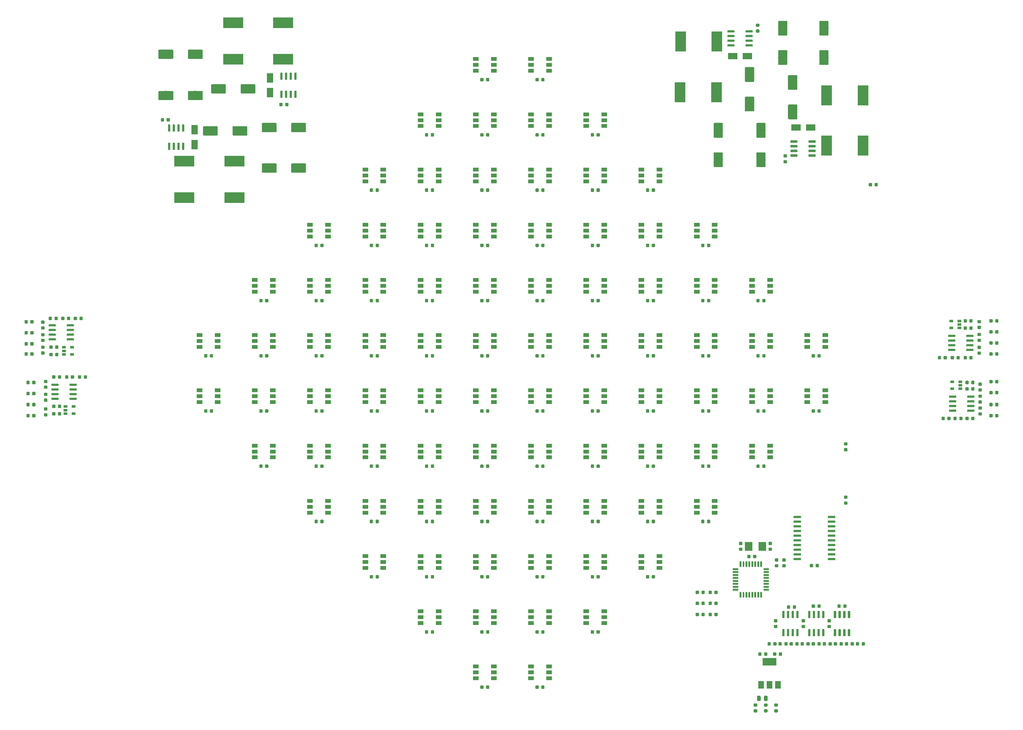
<source format=gbr>
G04 #@! TF.GenerationSoftware,KiCad,Pcbnew,(5.1.4)-1*
G04 #@! TF.CreationDate,2020-09-07T13:25:33+01:00*
G04 #@! TF.ProjectId,led-board,6c65642d-626f-4617-9264-2e6b69636164,rev?*
G04 #@! TF.SameCoordinates,Original*
G04 #@! TF.FileFunction,Paste,Top*
G04 #@! TF.FilePolarity,Positive*
%FSLAX46Y46*%
G04 Gerber Fmt 4.6, Leading zero omitted, Abs format (unit mm)*
G04 Created by KiCad (PCBNEW (5.1.4)-1) date 2020-09-07 13:25:33*
%MOMM*%
%LPD*%
G04 APERTURE LIST*
%ADD10R,5.400000X2.900000*%
%ADD11C,0.100000*%
%ADD12C,2.500000*%
%ADD13C,0.600000*%
%ADD14C,0.875000*%
%ADD15R,1.500000X1.000000*%
%ADD16R,1.800000X2.500000*%
%ADD17R,2.500000X1.800000*%
%ADD18C,0.975000*%
%ADD19R,2.900000X5.400000*%
%ADD20C,0.500000*%
%ADD21R,1.500000X2.000000*%
%ADD22R,3.800000X2.000000*%
%ADD23R,1.060000X0.650000*%
%ADD24R,2.000000X2.400000*%
G04 APERTURE END LIST*
D10*
X150200000Y-60950000D03*
X150200000Y-51050000D03*
D11*
G36*
X156224504Y-89251204D02*
G01*
X156248773Y-89254804D01*
X156272571Y-89260765D01*
X156295671Y-89269030D01*
X156317849Y-89279520D01*
X156338893Y-89292133D01*
X156358598Y-89306747D01*
X156376777Y-89323223D01*
X156393253Y-89341402D01*
X156407867Y-89361107D01*
X156420480Y-89382151D01*
X156430970Y-89404329D01*
X156439235Y-89427429D01*
X156445196Y-89451227D01*
X156448796Y-89475496D01*
X156450000Y-89500000D01*
X156450000Y-91500000D01*
X156448796Y-91524504D01*
X156445196Y-91548773D01*
X156439235Y-91572571D01*
X156430970Y-91595671D01*
X156420480Y-91617849D01*
X156407867Y-91638893D01*
X156393253Y-91658598D01*
X156376777Y-91676777D01*
X156358598Y-91693253D01*
X156338893Y-91707867D01*
X156317849Y-91720480D01*
X156295671Y-91730970D01*
X156272571Y-91739235D01*
X156248773Y-91745196D01*
X156224504Y-91748796D01*
X156200000Y-91750000D01*
X152700000Y-91750000D01*
X152675496Y-91748796D01*
X152651227Y-91745196D01*
X152627429Y-91739235D01*
X152604329Y-91730970D01*
X152582151Y-91720480D01*
X152561107Y-91707867D01*
X152541402Y-91693253D01*
X152523223Y-91676777D01*
X152506747Y-91658598D01*
X152492133Y-91638893D01*
X152479520Y-91617849D01*
X152469030Y-91595671D01*
X152460765Y-91572571D01*
X152454804Y-91548773D01*
X152451204Y-91524504D01*
X152450000Y-91500000D01*
X152450000Y-89500000D01*
X152451204Y-89475496D01*
X152454804Y-89451227D01*
X152460765Y-89427429D01*
X152469030Y-89404329D01*
X152479520Y-89382151D01*
X152492133Y-89361107D01*
X152506747Y-89341402D01*
X152523223Y-89323223D01*
X152541402Y-89306747D01*
X152561107Y-89292133D01*
X152582151Y-89279520D01*
X152604329Y-89269030D01*
X152627429Y-89260765D01*
X152651227Y-89254804D01*
X152675496Y-89251204D01*
X152700000Y-89250000D01*
X156200000Y-89250000D01*
X156224504Y-89251204D01*
X156224504Y-89251204D01*
G37*
D12*
X154450000Y-90500000D03*
D11*
G36*
X148224504Y-89251204D02*
G01*
X148248773Y-89254804D01*
X148272571Y-89260765D01*
X148295671Y-89269030D01*
X148317849Y-89279520D01*
X148338893Y-89292133D01*
X148358598Y-89306747D01*
X148376777Y-89323223D01*
X148393253Y-89341402D01*
X148407867Y-89361107D01*
X148420480Y-89382151D01*
X148430970Y-89404329D01*
X148439235Y-89427429D01*
X148445196Y-89451227D01*
X148448796Y-89475496D01*
X148450000Y-89500000D01*
X148450000Y-91500000D01*
X148448796Y-91524504D01*
X148445196Y-91548773D01*
X148439235Y-91572571D01*
X148430970Y-91595671D01*
X148420480Y-91617849D01*
X148407867Y-91638893D01*
X148393253Y-91658598D01*
X148376777Y-91676777D01*
X148358598Y-91693253D01*
X148338893Y-91707867D01*
X148317849Y-91720480D01*
X148295671Y-91730970D01*
X148272571Y-91739235D01*
X148248773Y-91745196D01*
X148224504Y-91748796D01*
X148200000Y-91750000D01*
X144700000Y-91750000D01*
X144675496Y-91748796D01*
X144651227Y-91745196D01*
X144627429Y-91739235D01*
X144604329Y-91730970D01*
X144582151Y-91720480D01*
X144561107Y-91707867D01*
X144541402Y-91693253D01*
X144523223Y-91676777D01*
X144506747Y-91658598D01*
X144492133Y-91638893D01*
X144479520Y-91617849D01*
X144469030Y-91595671D01*
X144460765Y-91572571D01*
X144454804Y-91548773D01*
X144451204Y-91524504D01*
X144450000Y-91500000D01*
X144450000Y-89500000D01*
X144451204Y-89475496D01*
X144454804Y-89451227D01*
X144460765Y-89427429D01*
X144469030Y-89404329D01*
X144479520Y-89382151D01*
X144492133Y-89361107D01*
X144506747Y-89341402D01*
X144523223Y-89323223D01*
X144541402Y-89306747D01*
X144561107Y-89292133D01*
X144582151Y-89279520D01*
X144604329Y-89269030D01*
X144627429Y-89260765D01*
X144651227Y-89254804D01*
X144675496Y-89251204D01*
X144700000Y-89250000D01*
X148200000Y-89250000D01*
X148224504Y-89251204D01*
X148224504Y-89251204D01*
G37*
D12*
X146450000Y-90500000D03*
D11*
G36*
X337814703Y-156105722D02*
G01*
X337829264Y-156107882D01*
X337843543Y-156111459D01*
X337857403Y-156116418D01*
X337870710Y-156122712D01*
X337883336Y-156130280D01*
X337895159Y-156139048D01*
X337906066Y-156148934D01*
X337915952Y-156159841D01*
X337924720Y-156171664D01*
X337932288Y-156184290D01*
X337938582Y-156197597D01*
X337943541Y-156211457D01*
X337947118Y-156225736D01*
X337949278Y-156240297D01*
X337950000Y-156255000D01*
X337950000Y-156555000D01*
X337949278Y-156569703D01*
X337947118Y-156584264D01*
X337943541Y-156598543D01*
X337938582Y-156612403D01*
X337932288Y-156625710D01*
X337924720Y-156638336D01*
X337915952Y-156650159D01*
X337906066Y-156661066D01*
X337895159Y-156670952D01*
X337883336Y-156679720D01*
X337870710Y-156687288D01*
X337857403Y-156693582D01*
X337843543Y-156698541D01*
X337829264Y-156702118D01*
X337814703Y-156704278D01*
X337800000Y-156705000D01*
X336150000Y-156705000D01*
X336135297Y-156704278D01*
X336120736Y-156702118D01*
X336106457Y-156698541D01*
X336092597Y-156693582D01*
X336079290Y-156687288D01*
X336066664Y-156679720D01*
X336054841Y-156670952D01*
X336043934Y-156661066D01*
X336034048Y-156650159D01*
X336025280Y-156638336D01*
X336017712Y-156625710D01*
X336011418Y-156612403D01*
X336006459Y-156598543D01*
X336002882Y-156584264D01*
X336000722Y-156569703D01*
X336000000Y-156555000D01*
X336000000Y-156255000D01*
X336000722Y-156240297D01*
X336002882Y-156225736D01*
X336006459Y-156211457D01*
X336011418Y-156197597D01*
X336017712Y-156184290D01*
X336025280Y-156171664D01*
X336034048Y-156159841D01*
X336043934Y-156148934D01*
X336054841Y-156139048D01*
X336066664Y-156130280D01*
X336079290Y-156122712D01*
X336092597Y-156116418D01*
X336106457Y-156111459D01*
X336120736Y-156107882D01*
X336135297Y-156105722D01*
X336150000Y-156105000D01*
X337800000Y-156105000D01*
X337814703Y-156105722D01*
X337814703Y-156105722D01*
G37*
D13*
X336975000Y-156405000D03*
D11*
G36*
X337814703Y-154835722D02*
G01*
X337829264Y-154837882D01*
X337843543Y-154841459D01*
X337857403Y-154846418D01*
X337870710Y-154852712D01*
X337883336Y-154860280D01*
X337895159Y-154869048D01*
X337906066Y-154878934D01*
X337915952Y-154889841D01*
X337924720Y-154901664D01*
X337932288Y-154914290D01*
X337938582Y-154927597D01*
X337943541Y-154941457D01*
X337947118Y-154955736D01*
X337949278Y-154970297D01*
X337950000Y-154985000D01*
X337950000Y-155285000D01*
X337949278Y-155299703D01*
X337947118Y-155314264D01*
X337943541Y-155328543D01*
X337938582Y-155342403D01*
X337932288Y-155355710D01*
X337924720Y-155368336D01*
X337915952Y-155380159D01*
X337906066Y-155391066D01*
X337895159Y-155400952D01*
X337883336Y-155409720D01*
X337870710Y-155417288D01*
X337857403Y-155423582D01*
X337843543Y-155428541D01*
X337829264Y-155432118D01*
X337814703Y-155434278D01*
X337800000Y-155435000D01*
X336150000Y-155435000D01*
X336135297Y-155434278D01*
X336120736Y-155432118D01*
X336106457Y-155428541D01*
X336092597Y-155423582D01*
X336079290Y-155417288D01*
X336066664Y-155409720D01*
X336054841Y-155400952D01*
X336043934Y-155391066D01*
X336034048Y-155380159D01*
X336025280Y-155368336D01*
X336017712Y-155355710D01*
X336011418Y-155342403D01*
X336006459Y-155328543D01*
X336002882Y-155314264D01*
X336000722Y-155299703D01*
X336000000Y-155285000D01*
X336000000Y-154985000D01*
X336000722Y-154970297D01*
X336002882Y-154955736D01*
X336006459Y-154941457D01*
X336011418Y-154927597D01*
X336017712Y-154914290D01*
X336025280Y-154901664D01*
X336034048Y-154889841D01*
X336043934Y-154878934D01*
X336054841Y-154869048D01*
X336066664Y-154860280D01*
X336079290Y-154852712D01*
X336092597Y-154846418D01*
X336106457Y-154841459D01*
X336120736Y-154837882D01*
X336135297Y-154835722D01*
X336150000Y-154835000D01*
X337800000Y-154835000D01*
X337814703Y-154835722D01*
X337814703Y-154835722D01*
G37*
D13*
X336975000Y-155135000D03*
D11*
G36*
X337814703Y-153565722D02*
G01*
X337829264Y-153567882D01*
X337843543Y-153571459D01*
X337857403Y-153576418D01*
X337870710Y-153582712D01*
X337883336Y-153590280D01*
X337895159Y-153599048D01*
X337906066Y-153608934D01*
X337915952Y-153619841D01*
X337924720Y-153631664D01*
X337932288Y-153644290D01*
X337938582Y-153657597D01*
X337943541Y-153671457D01*
X337947118Y-153685736D01*
X337949278Y-153700297D01*
X337950000Y-153715000D01*
X337950000Y-154015000D01*
X337949278Y-154029703D01*
X337947118Y-154044264D01*
X337943541Y-154058543D01*
X337938582Y-154072403D01*
X337932288Y-154085710D01*
X337924720Y-154098336D01*
X337915952Y-154110159D01*
X337906066Y-154121066D01*
X337895159Y-154130952D01*
X337883336Y-154139720D01*
X337870710Y-154147288D01*
X337857403Y-154153582D01*
X337843543Y-154158541D01*
X337829264Y-154162118D01*
X337814703Y-154164278D01*
X337800000Y-154165000D01*
X336150000Y-154165000D01*
X336135297Y-154164278D01*
X336120736Y-154162118D01*
X336106457Y-154158541D01*
X336092597Y-154153582D01*
X336079290Y-154147288D01*
X336066664Y-154139720D01*
X336054841Y-154130952D01*
X336043934Y-154121066D01*
X336034048Y-154110159D01*
X336025280Y-154098336D01*
X336017712Y-154085710D01*
X336011418Y-154072403D01*
X336006459Y-154058543D01*
X336002882Y-154044264D01*
X336000722Y-154029703D01*
X336000000Y-154015000D01*
X336000000Y-153715000D01*
X336000722Y-153700297D01*
X336002882Y-153685736D01*
X336006459Y-153671457D01*
X336011418Y-153657597D01*
X336017712Y-153644290D01*
X336025280Y-153631664D01*
X336034048Y-153619841D01*
X336043934Y-153608934D01*
X336054841Y-153599048D01*
X336066664Y-153590280D01*
X336079290Y-153582712D01*
X336092597Y-153576418D01*
X336106457Y-153571459D01*
X336120736Y-153567882D01*
X336135297Y-153565722D01*
X336150000Y-153565000D01*
X337800000Y-153565000D01*
X337814703Y-153565722D01*
X337814703Y-153565722D01*
G37*
D13*
X336975000Y-153865000D03*
D11*
G36*
X337814703Y-152295722D02*
G01*
X337829264Y-152297882D01*
X337843543Y-152301459D01*
X337857403Y-152306418D01*
X337870710Y-152312712D01*
X337883336Y-152320280D01*
X337895159Y-152329048D01*
X337906066Y-152338934D01*
X337915952Y-152349841D01*
X337924720Y-152361664D01*
X337932288Y-152374290D01*
X337938582Y-152387597D01*
X337943541Y-152401457D01*
X337947118Y-152415736D01*
X337949278Y-152430297D01*
X337950000Y-152445000D01*
X337950000Y-152745000D01*
X337949278Y-152759703D01*
X337947118Y-152774264D01*
X337943541Y-152788543D01*
X337938582Y-152802403D01*
X337932288Y-152815710D01*
X337924720Y-152828336D01*
X337915952Y-152840159D01*
X337906066Y-152851066D01*
X337895159Y-152860952D01*
X337883336Y-152869720D01*
X337870710Y-152877288D01*
X337857403Y-152883582D01*
X337843543Y-152888541D01*
X337829264Y-152892118D01*
X337814703Y-152894278D01*
X337800000Y-152895000D01*
X336150000Y-152895000D01*
X336135297Y-152894278D01*
X336120736Y-152892118D01*
X336106457Y-152888541D01*
X336092597Y-152883582D01*
X336079290Y-152877288D01*
X336066664Y-152869720D01*
X336054841Y-152860952D01*
X336043934Y-152851066D01*
X336034048Y-152840159D01*
X336025280Y-152828336D01*
X336017712Y-152815710D01*
X336011418Y-152802403D01*
X336006459Y-152788543D01*
X336002882Y-152774264D01*
X336000722Y-152759703D01*
X336000000Y-152745000D01*
X336000000Y-152445000D01*
X336000722Y-152430297D01*
X336002882Y-152415736D01*
X336006459Y-152401457D01*
X336011418Y-152387597D01*
X336017712Y-152374290D01*
X336025280Y-152361664D01*
X336034048Y-152349841D01*
X336043934Y-152338934D01*
X336054841Y-152329048D01*
X336066664Y-152320280D01*
X336079290Y-152312712D01*
X336092597Y-152306418D01*
X336106457Y-152301459D01*
X336120736Y-152297882D01*
X336135297Y-152295722D01*
X336150000Y-152295000D01*
X337800000Y-152295000D01*
X337814703Y-152295722D01*
X337814703Y-152295722D01*
G37*
D13*
X336975000Y-152595000D03*
D11*
G36*
X332864703Y-152295722D02*
G01*
X332879264Y-152297882D01*
X332893543Y-152301459D01*
X332907403Y-152306418D01*
X332920710Y-152312712D01*
X332933336Y-152320280D01*
X332945159Y-152329048D01*
X332956066Y-152338934D01*
X332965952Y-152349841D01*
X332974720Y-152361664D01*
X332982288Y-152374290D01*
X332988582Y-152387597D01*
X332993541Y-152401457D01*
X332997118Y-152415736D01*
X332999278Y-152430297D01*
X333000000Y-152445000D01*
X333000000Y-152745000D01*
X332999278Y-152759703D01*
X332997118Y-152774264D01*
X332993541Y-152788543D01*
X332988582Y-152802403D01*
X332982288Y-152815710D01*
X332974720Y-152828336D01*
X332965952Y-152840159D01*
X332956066Y-152851066D01*
X332945159Y-152860952D01*
X332933336Y-152869720D01*
X332920710Y-152877288D01*
X332907403Y-152883582D01*
X332893543Y-152888541D01*
X332879264Y-152892118D01*
X332864703Y-152894278D01*
X332850000Y-152895000D01*
X331200000Y-152895000D01*
X331185297Y-152894278D01*
X331170736Y-152892118D01*
X331156457Y-152888541D01*
X331142597Y-152883582D01*
X331129290Y-152877288D01*
X331116664Y-152869720D01*
X331104841Y-152860952D01*
X331093934Y-152851066D01*
X331084048Y-152840159D01*
X331075280Y-152828336D01*
X331067712Y-152815710D01*
X331061418Y-152802403D01*
X331056459Y-152788543D01*
X331052882Y-152774264D01*
X331050722Y-152759703D01*
X331050000Y-152745000D01*
X331050000Y-152445000D01*
X331050722Y-152430297D01*
X331052882Y-152415736D01*
X331056459Y-152401457D01*
X331061418Y-152387597D01*
X331067712Y-152374290D01*
X331075280Y-152361664D01*
X331084048Y-152349841D01*
X331093934Y-152338934D01*
X331104841Y-152329048D01*
X331116664Y-152320280D01*
X331129290Y-152312712D01*
X331142597Y-152306418D01*
X331156457Y-152301459D01*
X331170736Y-152297882D01*
X331185297Y-152295722D01*
X331200000Y-152295000D01*
X332850000Y-152295000D01*
X332864703Y-152295722D01*
X332864703Y-152295722D01*
G37*
D13*
X332025000Y-152595000D03*
D11*
G36*
X332864703Y-153565722D02*
G01*
X332879264Y-153567882D01*
X332893543Y-153571459D01*
X332907403Y-153576418D01*
X332920710Y-153582712D01*
X332933336Y-153590280D01*
X332945159Y-153599048D01*
X332956066Y-153608934D01*
X332965952Y-153619841D01*
X332974720Y-153631664D01*
X332982288Y-153644290D01*
X332988582Y-153657597D01*
X332993541Y-153671457D01*
X332997118Y-153685736D01*
X332999278Y-153700297D01*
X333000000Y-153715000D01*
X333000000Y-154015000D01*
X332999278Y-154029703D01*
X332997118Y-154044264D01*
X332993541Y-154058543D01*
X332988582Y-154072403D01*
X332982288Y-154085710D01*
X332974720Y-154098336D01*
X332965952Y-154110159D01*
X332956066Y-154121066D01*
X332945159Y-154130952D01*
X332933336Y-154139720D01*
X332920710Y-154147288D01*
X332907403Y-154153582D01*
X332893543Y-154158541D01*
X332879264Y-154162118D01*
X332864703Y-154164278D01*
X332850000Y-154165000D01*
X331200000Y-154165000D01*
X331185297Y-154164278D01*
X331170736Y-154162118D01*
X331156457Y-154158541D01*
X331142597Y-154153582D01*
X331129290Y-154147288D01*
X331116664Y-154139720D01*
X331104841Y-154130952D01*
X331093934Y-154121066D01*
X331084048Y-154110159D01*
X331075280Y-154098336D01*
X331067712Y-154085710D01*
X331061418Y-154072403D01*
X331056459Y-154058543D01*
X331052882Y-154044264D01*
X331050722Y-154029703D01*
X331050000Y-154015000D01*
X331050000Y-153715000D01*
X331050722Y-153700297D01*
X331052882Y-153685736D01*
X331056459Y-153671457D01*
X331061418Y-153657597D01*
X331067712Y-153644290D01*
X331075280Y-153631664D01*
X331084048Y-153619841D01*
X331093934Y-153608934D01*
X331104841Y-153599048D01*
X331116664Y-153590280D01*
X331129290Y-153582712D01*
X331142597Y-153576418D01*
X331156457Y-153571459D01*
X331170736Y-153567882D01*
X331185297Y-153565722D01*
X331200000Y-153565000D01*
X332850000Y-153565000D01*
X332864703Y-153565722D01*
X332864703Y-153565722D01*
G37*
D13*
X332025000Y-153865000D03*
D11*
G36*
X332864703Y-154835722D02*
G01*
X332879264Y-154837882D01*
X332893543Y-154841459D01*
X332907403Y-154846418D01*
X332920710Y-154852712D01*
X332933336Y-154860280D01*
X332945159Y-154869048D01*
X332956066Y-154878934D01*
X332965952Y-154889841D01*
X332974720Y-154901664D01*
X332982288Y-154914290D01*
X332988582Y-154927597D01*
X332993541Y-154941457D01*
X332997118Y-154955736D01*
X332999278Y-154970297D01*
X333000000Y-154985000D01*
X333000000Y-155285000D01*
X332999278Y-155299703D01*
X332997118Y-155314264D01*
X332993541Y-155328543D01*
X332988582Y-155342403D01*
X332982288Y-155355710D01*
X332974720Y-155368336D01*
X332965952Y-155380159D01*
X332956066Y-155391066D01*
X332945159Y-155400952D01*
X332933336Y-155409720D01*
X332920710Y-155417288D01*
X332907403Y-155423582D01*
X332893543Y-155428541D01*
X332879264Y-155432118D01*
X332864703Y-155434278D01*
X332850000Y-155435000D01*
X331200000Y-155435000D01*
X331185297Y-155434278D01*
X331170736Y-155432118D01*
X331156457Y-155428541D01*
X331142597Y-155423582D01*
X331129290Y-155417288D01*
X331116664Y-155409720D01*
X331104841Y-155400952D01*
X331093934Y-155391066D01*
X331084048Y-155380159D01*
X331075280Y-155368336D01*
X331067712Y-155355710D01*
X331061418Y-155342403D01*
X331056459Y-155328543D01*
X331052882Y-155314264D01*
X331050722Y-155299703D01*
X331050000Y-155285000D01*
X331050000Y-154985000D01*
X331050722Y-154970297D01*
X331052882Y-154955736D01*
X331056459Y-154941457D01*
X331061418Y-154927597D01*
X331067712Y-154914290D01*
X331075280Y-154901664D01*
X331084048Y-154889841D01*
X331093934Y-154878934D01*
X331104841Y-154869048D01*
X331116664Y-154860280D01*
X331129290Y-154852712D01*
X331142597Y-154846418D01*
X331156457Y-154841459D01*
X331170736Y-154837882D01*
X331185297Y-154835722D01*
X331200000Y-154835000D01*
X332850000Y-154835000D01*
X332864703Y-154835722D01*
X332864703Y-154835722D01*
G37*
D13*
X332025000Y-155135000D03*
D11*
G36*
X332864703Y-156105722D02*
G01*
X332879264Y-156107882D01*
X332893543Y-156111459D01*
X332907403Y-156116418D01*
X332920710Y-156122712D01*
X332933336Y-156130280D01*
X332945159Y-156139048D01*
X332956066Y-156148934D01*
X332965952Y-156159841D01*
X332974720Y-156171664D01*
X332982288Y-156184290D01*
X332988582Y-156197597D01*
X332993541Y-156211457D01*
X332997118Y-156225736D01*
X332999278Y-156240297D01*
X333000000Y-156255000D01*
X333000000Y-156555000D01*
X332999278Y-156569703D01*
X332997118Y-156584264D01*
X332993541Y-156598543D01*
X332988582Y-156612403D01*
X332982288Y-156625710D01*
X332974720Y-156638336D01*
X332965952Y-156650159D01*
X332956066Y-156661066D01*
X332945159Y-156670952D01*
X332933336Y-156679720D01*
X332920710Y-156687288D01*
X332907403Y-156693582D01*
X332893543Y-156698541D01*
X332879264Y-156702118D01*
X332864703Y-156704278D01*
X332850000Y-156705000D01*
X331200000Y-156705000D01*
X331185297Y-156704278D01*
X331170736Y-156702118D01*
X331156457Y-156698541D01*
X331142597Y-156693582D01*
X331129290Y-156687288D01*
X331116664Y-156679720D01*
X331104841Y-156670952D01*
X331093934Y-156661066D01*
X331084048Y-156650159D01*
X331075280Y-156638336D01*
X331067712Y-156625710D01*
X331061418Y-156612403D01*
X331056459Y-156598543D01*
X331052882Y-156584264D01*
X331050722Y-156569703D01*
X331050000Y-156555000D01*
X331050000Y-156255000D01*
X331050722Y-156240297D01*
X331052882Y-156225736D01*
X331056459Y-156211457D01*
X331061418Y-156197597D01*
X331067712Y-156184290D01*
X331075280Y-156171664D01*
X331084048Y-156159841D01*
X331093934Y-156148934D01*
X331104841Y-156139048D01*
X331116664Y-156130280D01*
X331129290Y-156122712D01*
X331142597Y-156116418D01*
X331156457Y-156111459D01*
X331170736Y-156107882D01*
X331185297Y-156105722D01*
X331200000Y-156105000D01*
X332850000Y-156105000D01*
X332864703Y-156105722D01*
X332864703Y-156105722D01*
G37*
D13*
X332025000Y-156405000D03*
D11*
G36*
X342702691Y-151026053D02*
G01*
X342723926Y-151029203D01*
X342744750Y-151034419D01*
X342764962Y-151041651D01*
X342784368Y-151050830D01*
X342802781Y-151061866D01*
X342820024Y-151074654D01*
X342835930Y-151089070D01*
X342850346Y-151104976D01*
X342863134Y-151122219D01*
X342874170Y-151140632D01*
X342883349Y-151160038D01*
X342890581Y-151180250D01*
X342895797Y-151201074D01*
X342898947Y-151222309D01*
X342900000Y-151243750D01*
X342900000Y-151756250D01*
X342898947Y-151777691D01*
X342895797Y-151798926D01*
X342890581Y-151819750D01*
X342883349Y-151839962D01*
X342874170Y-151859368D01*
X342863134Y-151877781D01*
X342850346Y-151895024D01*
X342835930Y-151910930D01*
X342820024Y-151925346D01*
X342802781Y-151938134D01*
X342784368Y-151949170D01*
X342764962Y-151958349D01*
X342744750Y-151965581D01*
X342723926Y-151970797D01*
X342702691Y-151973947D01*
X342681250Y-151975000D01*
X342243750Y-151975000D01*
X342222309Y-151973947D01*
X342201074Y-151970797D01*
X342180250Y-151965581D01*
X342160038Y-151958349D01*
X342140632Y-151949170D01*
X342122219Y-151938134D01*
X342104976Y-151925346D01*
X342089070Y-151910930D01*
X342074654Y-151895024D01*
X342061866Y-151877781D01*
X342050830Y-151859368D01*
X342041651Y-151839962D01*
X342034419Y-151819750D01*
X342029203Y-151798926D01*
X342026053Y-151777691D01*
X342025000Y-151756250D01*
X342025000Y-151243750D01*
X342026053Y-151222309D01*
X342029203Y-151201074D01*
X342034419Y-151180250D01*
X342041651Y-151160038D01*
X342050830Y-151140632D01*
X342061866Y-151122219D01*
X342074654Y-151104976D01*
X342089070Y-151089070D01*
X342104976Y-151074654D01*
X342122219Y-151061866D01*
X342140632Y-151050830D01*
X342160038Y-151041651D01*
X342180250Y-151034419D01*
X342201074Y-151029203D01*
X342222309Y-151026053D01*
X342243750Y-151025000D01*
X342681250Y-151025000D01*
X342702691Y-151026053D01*
X342702691Y-151026053D01*
G37*
D14*
X342462500Y-151500000D03*
D11*
G36*
X344277691Y-151026053D02*
G01*
X344298926Y-151029203D01*
X344319750Y-151034419D01*
X344339962Y-151041651D01*
X344359368Y-151050830D01*
X344377781Y-151061866D01*
X344395024Y-151074654D01*
X344410930Y-151089070D01*
X344425346Y-151104976D01*
X344438134Y-151122219D01*
X344449170Y-151140632D01*
X344458349Y-151160038D01*
X344465581Y-151180250D01*
X344470797Y-151201074D01*
X344473947Y-151222309D01*
X344475000Y-151243750D01*
X344475000Y-151756250D01*
X344473947Y-151777691D01*
X344470797Y-151798926D01*
X344465581Y-151819750D01*
X344458349Y-151839962D01*
X344449170Y-151859368D01*
X344438134Y-151877781D01*
X344425346Y-151895024D01*
X344410930Y-151910930D01*
X344395024Y-151925346D01*
X344377781Y-151938134D01*
X344359368Y-151949170D01*
X344339962Y-151958349D01*
X344319750Y-151965581D01*
X344298926Y-151970797D01*
X344277691Y-151973947D01*
X344256250Y-151975000D01*
X343818750Y-151975000D01*
X343797309Y-151973947D01*
X343776074Y-151970797D01*
X343755250Y-151965581D01*
X343735038Y-151958349D01*
X343715632Y-151949170D01*
X343697219Y-151938134D01*
X343679976Y-151925346D01*
X343664070Y-151910930D01*
X343649654Y-151895024D01*
X343636866Y-151877781D01*
X343625830Y-151859368D01*
X343616651Y-151839962D01*
X343609419Y-151819750D01*
X343604203Y-151798926D01*
X343601053Y-151777691D01*
X343600000Y-151756250D01*
X343600000Y-151243750D01*
X343601053Y-151222309D01*
X343604203Y-151201074D01*
X343609419Y-151180250D01*
X343616651Y-151160038D01*
X343625830Y-151140632D01*
X343636866Y-151122219D01*
X343649654Y-151104976D01*
X343664070Y-151089070D01*
X343679976Y-151074654D01*
X343697219Y-151061866D01*
X343715632Y-151050830D01*
X343735038Y-151041651D01*
X343755250Y-151034419D01*
X343776074Y-151029203D01*
X343797309Y-151026053D01*
X343818750Y-151025000D01*
X344256250Y-151025000D01*
X344277691Y-151026053D01*
X344277691Y-151026053D01*
G37*
D14*
X344037500Y-151500000D03*
D15*
X192450000Y-154100000D03*
X192450000Y-152500000D03*
X192450000Y-150900000D03*
X187550000Y-154100000D03*
X187550000Y-152500000D03*
X187550000Y-150900000D03*
X187550000Y-165900000D03*
X187550000Y-167500000D03*
X187550000Y-169100000D03*
X192450000Y-165900000D03*
X192450000Y-167500000D03*
X192450000Y-169100000D03*
X147450000Y-169100000D03*
X147450000Y-167500000D03*
X147450000Y-165900000D03*
X142550000Y-169100000D03*
X142550000Y-167500000D03*
X142550000Y-165900000D03*
X207450000Y-169100000D03*
X207450000Y-167500000D03*
X207450000Y-165900000D03*
X202550000Y-169100000D03*
X202550000Y-167500000D03*
X202550000Y-165900000D03*
X157550000Y-165900000D03*
X157550000Y-167500000D03*
X157550000Y-169100000D03*
X162450000Y-165900000D03*
X162450000Y-167500000D03*
X162450000Y-169100000D03*
X157550000Y-180900000D03*
X157550000Y-182500000D03*
X157550000Y-184100000D03*
X162450000Y-180900000D03*
X162450000Y-182500000D03*
X162450000Y-184100000D03*
X177450000Y-169100000D03*
X177450000Y-167500000D03*
X177450000Y-165900000D03*
X172550000Y-169100000D03*
X172550000Y-167500000D03*
X172550000Y-165900000D03*
X202550000Y-150900000D03*
X202550000Y-152500000D03*
X202550000Y-154100000D03*
X207450000Y-150900000D03*
X207450000Y-152500000D03*
X207450000Y-154100000D03*
X172550000Y-195900000D03*
X172550000Y-197500000D03*
X172550000Y-199100000D03*
X177450000Y-195900000D03*
X177450000Y-197500000D03*
X177450000Y-199100000D03*
X202550000Y-225900000D03*
X202550000Y-227500000D03*
X202550000Y-229100000D03*
X207450000Y-225900000D03*
X207450000Y-227500000D03*
X207450000Y-229100000D03*
X187550000Y-210900000D03*
X187550000Y-212500000D03*
X187550000Y-214100000D03*
X192450000Y-210900000D03*
X192450000Y-212500000D03*
X192450000Y-214100000D03*
X192450000Y-199100000D03*
X192450000Y-197500000D03*
X192450000Y-195900000D03*
X187550000Y-199100000D03*
X187550000Y-197500000D03*
X187550000Y-195900000D03*
X177450000Y-184100000D03*
X177450000Y-182500000D03*
X177450000Y-180900000D03*
X172550000Y-184100000D03*
X172550000Y-182500000D03*
X172550000Y-180900000D03*
X202550000Y-210900000D03*
X202550000Y-212500000D03*
X202550000Y-214100000D03*
X207450000Y-210900000D03*
X207450000Y-212500000D03*
X207450000Y-214100000D03*
X207450000Y-199100000D03*
X207450000Y-197500000D03*
X207450000Y-195900000D03*
X202550000Y-199100000D03*
X202550000Y-197500000D03*
X202550000Y-195900000D03*
X207450000Y-184100000D03*
X207450000Y-182500000D03*
X207450000Y-180900000D03*
X202550000Y-184100000D03*
X202550000Y-182500000D03*
X202550000Y-180900000D03*
X187550000Y-180900000D03*
X187550000Y-182500000D03*
X187550000Y-184100000D03*
X192450000Y-180900000D03*
X192450000Y-182500000D03*
X192450000Y-184100000D03*
X172550000Y-150900000D03*
X172550000Y-152500000D03*
X172550000Y-154100000D03*
X177450000Y-150900000D03*
X177450000Y-152500000D03*
X177450000Y-154100000D03*
D11*
G36*
X293952691Y-198026053D02*
G01*
X293973926Y-198029203D01*
X293994750Y-198034419D01*
X294014962Y-198041651D01*
X294034368Y-198050830D01*
X294052781Y-198061866D01*
X294070024Y-198074654D01*
X294085930Y-198089070D01*
X294100346Y-198104976D01*
X294113134Y-198122219D01*
X294124170Y-198140632D01*
X294133349Y-198160038D01*
X294140581Y-198180250D01*
X294145797Y-198201074D01*
X294148947Y-198222309D01*
X294150000Y-198243750D01*
X294150000Y-198756250D01*
X294148947Y-198777691D01*
X294145797Y-198798926D01*
X294140581Y-198819750D01*
X294133349Y-198839962D01*
X294124170Y-198859368D01*
X294113134Y-198877781D01*
X294100346Y-198895024D01*
X294085930Y-198910930D01*
X294070024Y-198925346D01*
X294052781Y-198938134D01*
X294034368Y-198949170D01*
X294014962Y-198958349D01*
X293994750Y-198965581D01*
X293973926Y-198970797D01*
X293952691Y-198973947D01*
X293931250Y-198975000D01*
X293493750Y-198975000D01*
X293472309Y-198973947D01*
X293451074Y-198970797D01*
X293430250Y-198965581D01*
X293410038Y-198958349D01*
X293390632Y-198949170D01*
X293372219Y-198938134D01*
X293354976Y-198925346D01*
X293339070Y-198910930D01*
X293324654Y-198895024D01*
X293311866Y-198877781D01*
X293300830Y-198859368D01*
X293291651Y-198839962D01*
X293284419Y-198819750D01*
X293279203Y-198798926D01*
X293276053Y-198777691D01*
X293275000Y-198756250D01*
X293275000Y-198243750D01*
X293276053Y-198222309D01*
X293279203Y-198201074D01*
X293284419Y-198180250D01*
X293291651Y-198160038D01*
X293300830Y-198140632D01*
X293311866Y-198122219D01*
X293324654Y-198104976D01*
X293339070Y-198089070D01*
X293354976Y-198074654D01*
X293372219Y-198061866D01*
X293390632Y-198050830D01*
X293410038Y-198041651D01*
X293430250Y-198034419D01*
X293451074Y-198029203D01*
X293472309Y-198026053D01*
X293493750Y-198025000D01*
X293931250Y-198025000D01*
X293952691Y-198026053D01*
X293952691Y-198026053D01*
G37*
D14*
X293712500Y-198500000D03*
D11*
G36*
X295527691Y-198026053D02*
G01*
X295548926Y-198029203D01*
X295569750Y-198034419D01*
X295589962Y-198041651D01*
X295609368Y-198050830D01*
X295627781Y-198061866D01*
X295645024Y-198074654D01*
X295660930Y-198089070D01*
X295675346Y-198104976D01*
X295688134Y-198122219D01*
X295699170Y-198140632D01*
X295708349Y-198160038D01*
X295715581Y-198180250D01*
X295720797Y-198201074D01*
X295723947Y-198222309D01*
X295725000Y-198243750D01*
X295725000Y-198756250D01*
X295723947Y-198777691D01*
X295720797Y-198798926D01*
X295715581Y-198819750D01*
X295708349Y-198839962D01*
X295699170Y-198859368D01*
X295688134Y-198877781D01*
X295675346Y-198895024D01*
X295660930Y-198910930D01*
X295645024Y-198925346D01*
X295627781Y-198938134D01*
X295609368Y-198949170D01*
X295589962Y-198958349D01*
X295569750Y-198965581D01*
X295548926Y-198970797D01*
X295527691Y-198973947D01*
X295506250Y-198975000D01*
X295068750Y-198975000D01*
X295047309Y-198973947D01*
X295026074Y-198970797D01*
X295005250Y-198965581D01*
X294985038Y-198958349D01*
X294965632Y-198949170D01*
X294947219Y-198938134D01*
X294929976Y-198925346D01*
X294914070Y-198910930D01*
X294899654Y-198895024D01*
X294886866Y-198877781D01*
X294875830Y-198859368D01*
X294866651Y-198839962D01*
X294859419Y-198819750D01*
X294854203Y-198798926D01*
X294851053Y-198777691D01*
X294850000Y-198756250D01*
X294850000Y-198243750D01*
X294851053Y-198222309D01*
X294854203Y-198201074D01*
X294859419Y-198180250D01*
X294866651Y-198160038D01*
X294875830Y-198140632D01*
X294886866Y-198122219D01*
X294899654Y-198104976D01*
X294914070Y-198089070D01*
X294929976Y-198074654D01*
X294947219Y-198061866D01*
X294965632Y-198050830D01*
X294985038Y-198041651D01*
X295005250Y-198034419D01*
X295026074Y-198029203D01*
X295047309Y-198026053D01*
X295068750Y-198025000D01*
X295506250Y-198025000D01*
X295527691Y-198026053D01*
X295527691Y-198026053D01*
G37*
D14*
X295287500Y-198500000D03*
D11*
G36*
X303277691Y-179488553D02*
G01*
X303298926Y-179491703D01*
X303319750Y-179496919D01*
X303339962Y-179504151D01*
X303359368Y-179513330D01*
X303377781Y-179524366D01*
X303395024Y-179537154D01*
X303410930Y-179551570D01*
X303425346Y-179567476D01*
X303438134Y-179584719D01*
X303449170Y-179603132D01*
X303458349Y-179622538D01*
X303465581Y-179642750D01*
X303470797Y-179663574D01*
X303473947Y-179684809D01*
X303475000Y-179706250D01*
X303475000Y-180143750D01*
X303473947Y-180165191D01*
X303470797Y-180186426D01*
X303465581Y-180207250D01*
X303458349Y-180227462D01*
X303449170Y-180246868D01*
X303438134Y-180265281D01*
X303425346Y-180282524D01*
X303410930Y-180298430D01*
X303395024Y-180312846D01*
X303377781Y-180325634D01*
X303359368Y-180336670D01*
X303339962Y-180345849D01*
X303319750Y-180353081D01*
X303298926Y-180358297D01*
X303277691Y-180361447D01*
X303256250Y-180362500D01*
X302743750Y-180362500D01*
X302722309Y-180361447D01*
X302701074Y-180358297D01*
X302680250Y-180353081D01*
X302660038Y-180345849D01*
X302640632Y-180336670D01*
X302622219Y-180325634D01*
X302604976Y-180312846D01*
X302589070Y-180298430D01*
X302574654Y-180282524D01*
X302561866Y-180265281D01*
X302550830Y-180246868D01*
X302541651Y-180227462D01*
X302534419Y-180207250D01*
X302529203Y-180186426D01*
X302526053Y-180165191D01*
X302525000Y-180143750D01*
X302525000Y-179706250D01*
X302526053Y-179684809D01*
X302529203Y-179663574D01*
X302534419Y-179642750D01*
X302541651Y-179622538D01*
X302550830Y-179603132D01*
X302561866Y-179584719D01*
X302574654Y-179567476D01*
X302589070Y-179551570D01*
X302604976Y-179537154D01*
X302622219Y-179524366D01*
X302640632Y-179513330D01*
X302660038Y-179504151D01*
X302680250Y-179496919D01*
X302701074Y-179491703D01*
X302722309Y-179488553D01*
X302743750Y-179487500D01*
X303256250Y-179487500D01*
X303277691Y-179488553D01*
X303277691Y-179488553D01*
G37*
D14*
X303000000Y-179925000D03*
D11*
G36*
X303277691Y-181063553D02*
G01*
X303298926Y-181066703D01*
X303319750Y-181071919D01*
X303339962Y-181079151D01*
X303359368Y-181088330D01*
X303377781Y-181099366D01*
X303395024Y-181112154D01*
X303410930Y-181126570D01*
X303425346Y-181142476D01*
X303438134Y-181159719D01*
X303449170Y-181178132D01*
X303458349Y-181197538D01*
X303465581Y-181217750D01*
X303470797Y-181238574D01*
X303473947Y-181259809D01*
X303475000Y-181281250D01*
X303475000Y-181718750D01*
X303473947Y-181740191D01*
X303470797Y-181761426D01*
X303465581Y-181782250D01*
X303458349Y-181802462D01*
X303449170Y-181821868D01*
X303438134Y-181840281D01*
X303425346Y-181857524D01*
X303410930Y-181873430D01*
X303395024Y-181887846D01*
X303377781Y-181900634D01*
X303359368Y-181911670D01*
X303339962Y-181920849D01*
X303319750Y-181928081D01*
X303298926Y-181933297D01*
X303277691Y-181936447D01*
X303256250Y-181937500D01*
X302743750Y-181937500D01*
X302722309Y-181936447D01*
X302701074Y-181933297D01*
X302680250Y-181928081D01*
X302660038Y-181920849D01*
X302640632Y-181911670D01*
X302622219Y-181900634D01*
X302604976Y-181887846D01*
X302589070Y-181873430D01*
X302574654Y-181857524D01*
X302561866Y-181840281D01*
X302550830Y-181821868D01*
X302541651Y-181802462D01*
X302534419Y-181782250D01*
X302529203Y-181761426D01*
X302526053Y-181740191D01*
X302525000Y-181718750D01*
X302525000Y-181281250D01*
X302526053Y-181259809D01*
X302529203Y-181238574D01*
X302534419Y-181217750D01*
X302541651Y-181197538D01*
X302550830Y-181178132D01*
X302561866Y-181159719D01*
X302574654Y-181142476D01*
X302589070Y-181126570D01*
X302604976Y-181112154D01*
X302622219Y-181099366D01*
X302640632Y-181088330D01*
X302660038Y-181079151D01*
X302680250Y-181071919D01*
X302701074Y-181066703D01*
X302722309Y-181063553D01*
X302743750Y-181062500D01*
X303256250Y-181062500D01*
X303277691Y-181063553D01*
X303277691Y-181063553D01*
G37*
D14*
X303000000Y-181500000D03*
D11*
G36*
X282777691Y-193601053D02*
G01*
X282798926Y-193604203D01*
X282819750Y-193609419D01*
X282839962Y-193616651D01*
X282859368Y-193625830D01*
X282877781Y-193636866D01*
X282895024Y-193649654D01*
X282910930Y-193664070D01*
X282925346Y-193679976D01*
X282938134Y-193697219D01*
X282949170Y-193715632D01*
X282958349Y-193735038D01*
X282965581Y-193755250D01*
X282970797Y-193776074D01*
X282973947Y-193797309D01*
X282975000Y-193818750D01*
X282975000Y-194256250D01*
X282973947Y-194277691D01*
X282970797Y-194298926D01*
X282965581Y-194319750D01*
X282958349Y-194339962D01*
X282949170Y-194359368D01*
X282938134Y-194377781D01*
X282925346Y-194395024D01*
X282910930Y-194410930D01*
X282895024Y-194425346D01*
X282877781Y-194438134D01*
X282859368Y-194449170D01*
X282839962Y-194458349D01*
X282819750Y-194465581D01*
X282798926Y-194470797D01*
X282777691Y-194473947D01*
X282756250Y-194475000D01*
X282243750Y-194475000D01*
X282222309Y-194473947D01*
X282201074Y-194470797D01*
X282180250Y-194465581D01*
X282160038Y-194458349D01*
X282140632Y-194449170D01*
X282122219Y-194438134D01*
X282104976Y-194425346D01*
X282089070Y-194410930D01*
X282074654Y-194395024D01*
X282061866Y-194377781D01*
X282050830Y-194359368D01*
X282041651Y-194339962D01*
X282034419Y-194319750D01*
X282029203Y-194298926D01*
X282026053Y-194277691D01*
X282025000Y-194256250D01*
X282025000Y-193818750D01*
X282026053Y-193797309D01*
X282029203Y-193776074D01*
X282034419Y-193755250D01*
X282041651Y-193735038D01*
X282050830Y-193715632D01*
X282061866Y-193697219D01*
X282074654Y-193679976D01*
X282089070Y-193664070D01*
X282104976Y-193649654D01*
X282122219Y-193636866D01*
X282140632Y-193625830D01*
X282160038Y-193616651D01*
X282180250Y-193609419D01*
X282201074Y-193604203D01*
X282222309Y-193601053D01*
X282243750Y-193600000D01*
X282756250Y-193600000D01*
X282777691Y-193601053D01*
X282777691Y-193601053D01*
G37*
D14*
X282500000Y-194037500D03*
D11*
G36*
X282777691Y-192026053D02*
G01*
X282798926Y-192029203D01*
X282819750Y-192034419D01*
X282839962Y-192041651D01*
X282859368Y-192050830D01*
X282877781Y-192061866D01*
X282895024Y-192074654D01*
X282910930Y-192089070D01*
X282925346Y-192104976D01*
X282938134Y-192122219D01*
X282949170Y-192140632D01*
X282958349Y-192160038D01*
X282965581Y-192180250D01*
X282970797Y-192201074D01*
X282973947Y-192222309D01*
X282975000Y-192243750D01*
X282975000Y-192681250D01*
X282973947Y-192702691D01*
X282970797Y-192723926D01*
X282965581Y-192744750D01*
X282958349Y-192764962D01*
X282949170Y-192784368D01*
X282938134Y-192802781D01*
X282925346Y-192820024D01*
X282910930Y-192835930D01*
X282895024Y-192850346D01*
X282877781Y-192863134D01*
X282859368Y-192874170D01*
X282839962Y-192883349D01*
X282819750Y-192890581D01*
X282798926Y-192895797D01*
X282777691Y-192898947D01*
X282756250Y-192900000D01*
X282243750Y-192900000D01*
X282222309Y-192898947D01*
X282201074Y-192895797D01*
X282180250Y-192890581D01*
X282160038Y-192883349D01*
X282140632Y-192874170D01*
X282122219Y-192863134D01*
X282104976Y-192850346D01*
X282089070Y-192835930D01*
X282074654Y-192820024D01*
X282061866Y-192802781D01*
X282050830Y-192784368D01*
X282041651Y-192764962D01*
X282034419Y-192744750D01*
X282029203Y-192723926D01*
X282026053Y-192702691D01*
X282025000Y-192681250D01*
X282025000Y-192243750D01*
X282026053Y-192222309D01*
X282029203Y-192201074D01*
X282034419Y-192180250D01*
X282041651Y-192160038D01*
X282050830Y-192140632D01*
X282061866Y-192122219D01*
X282074654Y-192104976D01*
X282089070Y-192089070D01*
X282104976Y-192074654D01*
X282122219Y-192061866D01*
X282140632Y-192050830D01*
X282160038Y-192041651D01*
X282180250Y-192034419D01*
X282201074Y-192029203D01*
X282222309Y-192026053D01*
X282243750Y-192025000D01*
X282756250Y-192025000D01*
X282777691Y-192026053D01*
X282777691Y-192026053D01*
G37*
D14*
X282500000Y-192462500D03*
D11*
G36*
X274777691Y-192026053D02*
G01*
X274798926Y-192029203D01*
X274819750Y-192034419D01*
X274839962Y-192041651D01*
X274859368Y-192050830D01*
X274877781Y-192061866D01*
X274895024Y-192074654D01*
X274910930Y-192089070D01*
X274925346Y-192104976D01*
X274938134Y-192122219D01*
X274949170Y-192140632D01*
X274958349Y-192160038D01*
X274965581Y-192180250D01*
X274970797Y-192201074D01*
X274973947Y-192222309D01*
X274975000Y-192243750D01*
X274975000Y-192681250D01*
X274973947Y-192702691D01*
X274970797Y-192723926D01*
X274965581Y-192744750D01*
X274958349Y-192764962D01*
X274949170Y-192784368D01*
X274938134Y-192802781D01*
X274925346Y-192820024D01*
X274910930Y-192835930D01*
X274895024Y-192850346D01*
X274877781Y-192863134D01*
X274859368Y-192874170D01*
X274839962Y-192883349D01*
X274819750Y-192890581D01*
X274798926Y-192895797D01*
X274777691Y-192898947D01*
X274756250Y-192900000D01*
X274243750Y-192900000D01*
X274222309Y-192898947D01*
X274201074Y-192895797D01*
X274180250Y-192890581D01*
X274160038Y-192883349D01*
X274140632Y-192874170D01*
X274122219Y-192863134D01*
X274104976Y-192850346D01*
X274089070Y-192835930D01*
X274074654Y-192820024D01*
X274061866Y-192802781D01*
X274050830Y-192784368D01*
X274041651Y-192764962D01*
X274034419Y-192744750D01*
X274029203Y-192723926D01*
X274026053Y-192702691D01*
X274025000Y-192681250D01*
X274025000Y-192243750D01*
X274026053Y-192222309D01*
X274029203Y-192201074D01*
X274034419Y-192180250D01*
X274041651Y-192160038D01*
X274050830Y-192140632D01*
X274061866Y-192122219D01*
X274074654Y-192104976D01*
X274089070Y-192089070D01*
X274104976Y-192074654D01*
X274122219Y-192061866D01*
X274140632Y-192050830D01*
X274160038Y-192041651D01*
X274180250Y-192034419D01*
X274201074Y-192029203D01*
X274222309Y-192026053D01*
X274243750Y-192025000D01*
X274756250Y-192025000D01*
X274777691Y-192026053D01*
X274777691Y-192026053D01*
G37*
D14*
X274500000Y-192462500D03*
D11*
G36*
X274777691Y-193601053D02*
G01*
X274798926Y-193604203D01*
X274819750Y-193609419D01*
X274839962Y-193616651D01*
X274859368Y-193625830D01*
X274877781Y-193636866D01*
X274895024Y-193649654D01*
X274910930Y-193664070D01*
X274925346Y-193679976D01*
X274938134Y-193697219D01*
X274949170Y-193715632D01*
X274958349Y-193735038D01*
X274965581Y-193755250D01*
X274970797Y-193776074D01*
X274973947Y-193797309D01*
X274975000Y-193818750D01*
X274975000Y-194256250D01*
X274973947Y-194277691D01*
X274970797Y-194298926D01*
X274965581Y-194319750D01*
X274958349Y-194339962D01*
X274949170Y-194359368D01*
X274938134Y-194377781D01*
X274925346Y-194395024D01*
X274910930Y-194410930D01*
X274895024Y-194425346D01*
X274877781Y-194438134D01*
X274859368Y-194449170D01*
X274839962Y-194458349D01*
X274819750Y-194465581D01*
X274798926Y-194470797D01*
X274777691Y-194473947D01*
X274756250Y-194475000D01*
X274243750Y-194475000D01*
X274222309Y-194473947D01*
X274201074Y-194470797D01*
X274180250Y-194465581D01*
X274160038Y-194458349D01*
X274140632Y-194449170D01*
X274122219Y-194438134D01*
X274104976Y-194425346D01*
X274089070Y-194410930D01*
X274074654Y-194395024D01*
X274061866Y-194377781D01*
X274050830Y-194359368D01*
X274041651Y-194339962D01*
X274034419Y-194319750D01*
X274029203Y-194298926D01*
X274026053Y-194277691D01*
X274025000Y-194256250D01*
X274025000Y-193818750D01*
X274026053Y-193797309D01*
X274029203Y-193776074D01*
X274034419Y-193755250D01*
X274041651Y-193735038D01*
X274050830Y-193715632D01*
X274061866Y-193697219D01*
X274074654Y-193679976D01*
X274089070Y-193664070D01*
X274104976Y-193649654D01*
X274122219Y-193636866D01*
X274140632Y-193625830D01*
X274160038Y-193616651D01*
X274180250Y-193609419D01*
X274201074Y-193604203D01*
X274222309Y-193601053D01*
X274243750Y-193600000D01*
X274756250Y-193600000D01*
X274777691Y-193601053D01*
X274777691Y-193601053D01*
G37*
D14*
X274500000Y-194037500D03*
D11*
G36*
X286527691Y-196526053D02*
G01*
X286548926Y-196529203D01*
X286569750Y-196534419D01*
X286589962Y-196541651D01*
X286609368Y-196550830D01*
X286627781Y-196561866D01*
X286645024Y-196574654D01*
X286660930Y-196589070D01*
X286675346Y-196604976D01*
X286688134Y-196622219D01*
X286699170Y-196640632D01*
X286708349Y-196660038D01*
X286715581Y-196680250D01*
X286720797Y-196701074D01*
X286723947Y-196722309D01*
X286725000Y-196743750D01*
X286725000Y-197181250D01*
X286723947Y-197202691D01*
X286720797Y-197223926D01*
X286715581Y-197244750D01*
X286708349Y-197264962D01*
X286699170Y-197284368D01*
X286688134Y-197302781D01*
X286675346Y-197320024D01*
X286660930Y-197335930D01*
X286645024Y-197350346D01*
X286627781Y-197363134D01*
X286609368Y-197374170D01*
X286589962Y-197383349D01*
X286569750Y-197390581D01*
X286548926Y-197395797D01*
X286527691Y-197398947D01*
X286506250Y-197400000D01*
X285993750Y-197400000D01*
X285972309Y-197398947D01*
X285951074Y-197395797D01*
X285930250Y-197390581D01*
X285910038Y-197383349D01*
X285890632Y-197374170D01*
X285872219Y-197363134D01*
X285854976Y-197350346D01*
X285839070Y-197335930D01*
X285824654Y-197320024D01*
X285811866Y-197302781D01*
X285800830Y-197284368D01*
X285791651Y-197264962D01*
X285784419Y-197244750D01*
X285779203Y-197223926D01*
X285776053Y-197202691D01*
X285775000Y-197181250D01*
X285775000Y-196743750D01*
X285776053Y-196722309D01*
X285779203Y-196701074D01*
X285784419Y-196680250D01*
X285791651Y-196660038D01*
X285800830Y-196640632D01*
X285811866Y-196622219D01*
X285824654Y-196604976D01*
X285839070Y-196589070D01*
X285854976Y-196574654D01*
X285872219Y-196561866D01*
X285890632Y-196550830D01*
X285910038Y-196541651D01*
X285930250Y-196534419D01*
X285951074Y-196529203D01*
X285972309Y-196526053D01*
X285993750Y-196525000D01*
X286506250Y-196525000D01*
X286527691Y-196526053D01*
X286527691Y-196526053D01*
G37*
D14*
X286250000Y-196962500D03*
D11*
G36*
X286527691Y-198101053D02*
G01*
X286548926Y-198104203D01*
X286569750Y-198109419D01*
X286589962Y-198116651D01*
X286609368Y-198125830D01*
X286627781Y-198136866D01*
X286645024Y-198149654D01*
X286660930Y-198164070D01*
X286675346Y-198179976D01*
X286688134Y-198197219D01*
X286699170Y-198215632D01*
X286708349Y-198235038D01*
X286715581Y-198255250D01*
X286720797Y-198276074D01*
X286723947Y-198297309D01*
X286725000Y-198318750D01*
X286725000Y-198756250D01*
X286723947Y-198777691D01*
X286720797Y-198798926D01*
X286715581Y-198819750D01*
X286708349Y-198839962D01*
X286699170Y-198859368D01*
X286688134Y-198877781D01*
X286675346Y-198895024D01*
X286660930Y-198910930D01*
X286645024Y-198925346D01*
X286627781Y-198938134D01*
X286609368Y-198949170D01*
X286589962Y-198958349D01*
X286569750Y-198965581D01*
X286548926Y-198970797D01*
X286527691Y-198973947D01*
X286506250Y-198975000D01*
X285993750Y-198975000D01*
X285972309Y-198973947D01*
X285951074Y-198970797D01*
X285930250Y-198965581D01*
X285910038Y-198958349D01*
X285890632Y-198949170D01*
X285872219Y-198938134D01*
X285854976Y-198925346D01*
X285839070Y-198910930D01*
X285824654Y-198895024D01*
X285811866Y-198877781D01*
X285800830Y-198859368D01*
X285791651Y-198839962D01*
X285784419Y-198819750D01*
X285779203Y-198798926D01*
X285776053Y-198777691D01*
X285775000Y-198756250D01*
X285775000Y-198318750D01*
X285776053Y-198297309D01*
X285779203Y-198276074D01*
X285784419Y-198255250D01*
X285791651Y-198235038D01*
X285800830Y-198215632D01*
X285811866Y-198197219D01*
X285824654Y-198179976D01*
X285839070Y-198164070D01*
X285854976Y-198149654D01*
X285872219Y-198136866D01*
X285890632Y-198125830D01*
X285910038Y-198116651D01*
X285930250Y-198109419D01*
X285951074Y-198104203D01*
X285972309Y-198101053D01*
X285993750Y-198100000D01*
X286506250Y-198100000D01*
X286527691Y-198101053D01*
X286527691Y-198101053D01*
G37*
D14*
X286250000Y-198537500D03*
D11*
G36*
X284527691Y-198101053D02*
G01*
X284548926Y-198104203D01*
X284569750Y-198109419D01*
X284589962Y-198116651D01*
X284609368Y-198125830D01*
X284627781Y-198136866D01*
X284645024Y-198149654D01*
X284660930Y-198164070D01*
X284675346Y-198179976D01*
X284688134Y-198197219D01*
X284699170Y-198215632D01*
X284708349Y-198235038D01*
X284715581Y-198255250D01*
X284720797Y-198276074D01*
X284723947Y-198297309D01*
X284725000Y-198318750D01*
X284725000Y-198756250D01*
X284723947Y-198777691D01*
X284720797Y-198798926D01*
X284715581Y-198819750D01*
X284708349Y-198839962D01*
X284699170Y-198859368D01*
X284688134Y-198877781D01*
X284675346Y-198895024D01*
X284660930Y-198910930D01*
X284645024Y-198925346D01*
X284627781Y-198938134D01*
X284609368Y-198949170D01*
X284589962Y-198958349D01*
X284569750Y-198965581D01*
X284548926Y-198970797D01*
X284527691Y-198973947D01*
X284506250Y-198975000D01*
X283993750Y-198975000D01*
X283972309Y-198973947D01*
X283951074Y-198970797D01*
X283930250Y-198965581D01*
X283910038Y-198958349D01*
X283890632Y-198949170D01*
X283872219Y-198938134D01*
X283854976Y-198925346D01*
X283839070Y-198910930D01*
X283824654Y-198895024D01*
X283811866Y-198877781D01*
X283800830Y-198859368D01*
X283791651Y-198839962D01*
X283784419Y-198819750D01*
X283779203Y-198798926D01*
X283776053Y-198777691D01*
X283775000Y-198756250D01*
X283775000Y-198318750D01*
X283776053Y-198297309D01*
X283779203Y-198276074D01*
X283784419Y-198255250D01*
X283791651Y-198235038D01*
X283800830Y-198215632D01*
X283811866Y-198197219D01*
X283824654Y-198179976D01*
X283839070Y-198164070D01*
X283854976Y-198149654D01*
X283872219Y-198136866D01*
X283890632Y-198125830D01*
X283910038Y-198116651D01*
X283930250Y-198109419D01*
X283951074Y-198104203D01*
X283972309Y-198101053D01*
X283993750Y-198100000D01*
X284506250Y-198100000D01*
X284527691Y-198101053D01*
X284527691Y-198101053D01*
G37*
D14*
X284250000Y-198537500D03*
D11*
G36*
X284527691Y-196526053D02*
G01*
X284548926Y-196529203D01*
X284569750Y-196534419D01*
X284589962Y-196541651D01*
X284609368Y-196550830D01*
X284627781Y-196561866D01*
X284645024Y-196574654D01*
X284660930Y-196589070D01*
X284675346Y-196604976D01*
X284688134Y-196622219D01*
X284699170Y-196640632D01*
X284708349Y-196660038D01*
X284715581Y-196680250D01*
X284720797Y-196701074D01*
X284723947Y-196722309D01*
X284725000Y-196743750D01*
X284725000Y-197181250D01*
X284723947Y-197202691D01*
X284720797Y-197223926D01*
X284715581Y-197244750D01*
X284708349Y-197264962D01*
X284699170Y-197284368D01*
X284688134Y-197302781D01*
X284675346Y-197320024D01*
X284660930Y-197335930D01*
X284645024Y-197350346D01*
X284627781Y-197363134D01*
X284609368Y-197374170D01*
X284589962Y-197383349D01*
X284569750Y-197390581D01*
X284548926Y-197395797D01*
X284527691Y-197398947D01*
X284506250Y-197400000D01*
X283993750Y-197400000D01*
X283972309Y-197398947D01*
X283951074Y-197395797D01*
X283930250Y-197390581D01*
X283910038Y-197383349D01*
X283890632Y-197374170D01*
X283872219Y-197363134D01*
X283854976Y-197350346D01*
X283839070Y-197335930D01*
X283824654Y-197320024D01*
X283811866Y-197302781D01*
X283800830Y-197284368D01*
X283791651Y-197264962D01*
X283784419Y-197244750D01*
X283779203Y-197223926D01*
X283776053Y-197202691D01*
X283775000Y-197181250D01*
X283775000Y-196743750D01*
X283776053Y-196722309D01*
X283779203Y-196701074D01*
X283784419Y-196680250D01*
X283791651Y-196660038D01*
X283800830Y-196640632D01*
X283811866Y-196622219D01*
X283824654Y-196604976D01*
X283839070Y-196589070D01*
X283854976Y-196574654D01*
X283872219Y-196561866D01*
X283890632Y-196550830D01*
X283910038Y-196541651D01*
X283930250Y-196534419D01*
X283951074Y-196529203D01*
X283972309Y-196526053D01*
X283993750Y-196525000D01*
X284506250Y-196525000D01*
X284527691Y-196526053D01*
X284527691Y-196526053D01*
G37*
D14*
X284250000Y-196962500D03*
D11*
G36*
X204452691Y-66026053D02*
G01*
X204473926Y-66029203D01*
X204494750Y-66034419D01*
X204514962Y-66041651D01*
X204534368Y-66050830D01*
X204552781Y-66061866D01*
X204570024Y-66074654D01*
X204585930Y-66089070D01*
X204600346Y-66104976D01*
X204613134Y-66122219D01*
X204624170Y-66140632D01*
X204633349Y-66160038D01*
X204640581Y-66180250D01*
X204645797Y-66201074D01*
X204648947Y-66222309D01*
X204650000Y-66243750D01*
X204650000Y-66756250D01*
X204648947Y-66777691D01*
X204645797Y-66798926D01*
X204640581Y-66819750D01*
X204633349Y-66839962D01*
X204624170Y-66859368D01*
X204613134Y-66877781D01*
X204600346Y-66895024D01*
X204585930Y-66910930D01*
X204570024Y-66925346D01*
X204552781Y-66938134D01*
X204534368Y-66949170D01*
X204514962Y-66958349D01*
X204494750Y-66965581D01*
X204473926Y-66970797D01*
X204452691Y-66973947D01*
X204431250Y-66975000D01*
X203993750Y-66975000D01*
X203972309Y-66973947D01*
X203951074Y-66970797D01*
X203930250Y-66965581D01*
X203910038Y-66958349D01*
X203890632Y-66949170D01*
X203872219Y-66938134D01*
X203854976Y-66925346D01*
X203839070Y-66910930D01*
X203824654Y-66895024D01*
X203811866Y-66877781D01*
X203800830Y-66859368D01*
X203791651Y-66839962D01*
X203784419Y-66819750D01*
X203779203Y-66798926D01*
X203776053Y-66777691D01*
X203775000Y-66756250D01*
X203775000Y-66243750D01*
X203776053Y-66222309D01*
X203779203Y-66201074D01*
X203784419Y-66180250D01*
X203791651Y-66160038D01*
X203800830Y-66140632D01*
X203811866Y-66122219D01*
X203824654Y-66104976D01*
X203839070Y-66089070D01*
X203854976Y-66074654D01*
X203872219Y-66061866D01*
X203890632Y-66050830D01*
X203910038Y-66041651D01*
X203930250Y-66034419D01*
X203951074Y-66029203D01*
X203972309Y-66026053D01*
X203993750Y-66025000D01*
X204431250Y-66025000D01*
X204452691Y-66026053D01*
X204452691Y-66026053D01*
G37*
D14*
X204212500Y-66500000D03*
D11*
G36*
X206027691Y-66026053D02*
G01*
X206048926Y-66029203D01*
X206069750Y-66034419D01*
X206089962Y-66041651D01*
X206109368Y-66050830D01*
X206127781Y-66061866D01*
X206145024Y-66074654D01*
X206160930Y-66089070D01*
X206175346Y-66104976D01*
X206188134Y-66122219D01*
X206199170Y-66140632D01*
X206208349Y-66160038D01*
X206215581Y-66180250D01*
X206220797Y-66201074D01*
X206223947Y-66222309D01*
X206225000Y-66243750D01*
X206225000Y-66756250D01*
X206223947Y-66777691D01*
X206220797Y-66798926D01*
X206215581Y-66819750D01*
X206208349Y-66839962D01*
X206199170Y-66859368D01*
X206188134Y-66877781D01*
X206175346Y-66895024D01*
X206160930Y-66910930D01*
X206145024Y-66925346D01*
X206127781Y-66938134D01*
X206109368Y-66949170D01*
X206089962Y-66958349D01*
X206069750Y-66965581D01*
X206048926Y-66970797D01*
X206027691Y-66973947D01*
X206006250Y-66975000D01*
X205568750Y-66975000D01*
X205547309Y-66973947D01*
X205526074Y-66970797D01*
X205505250Y-66965581D01*
X205485038Y-66958349D01*
X205465632Y-66949170D01*
X205447219Y-66938134D01*
X205429976Y-66925346D01*
X205414070Y-66910930D01*
X205399654Y-66895024D01*
X205386866Y-66877781D01*
X205375830Y-66859368D01*
X205366651Y-66839962D01*
X205359419Y-66819750D01*
X205354203Y-66798926D01*
X205351053Y-66777691D01*
X205350000Y-66756250D01*
X205350000Y-66243750D01*
X205351053Y-66222309D01*
X205354203Y-66201074D01*
X205359419Y-66180250D01*
X205366651Y-66160038D01*
X205375830Y-66140632D01*
X205386866Y-66122219D01*
X205399654Y-66104976D01*
X205414070Y-66089070D01*
X205429976Y-66074654D01*
X205447219Y-66061866D01*
X205465632Y-66050830D01*
X205485038Y-66041651D01*
X205505250Y-66034419D01*
X205526074Y-66029203D01*
X205547309Y-66026053D01*
X205568750Y-66025000D01*
X206006250Y-66025000D01*
X206027691Y-66026053D01*
X206027691Y-66026053D01*
G37*
D14*
X205787500Y-66500000D03*
D11*
G36*
X204452691Y-231026053D02*
G01*
X204473926Y-231029203D01*
X204494750Y-231034419D01*
X204514962Y-231041651D01*
X204534368Y-231050830D01*
X204552781Y-231061866D01*
X204570024Y-231074654D01*
X204585930Y-231089070D01*
X204600346Y-231104976D01*
X204613134Y-231122219D01*
X204624170Y-231140632D01*
X204633349Y-231160038D01*
X204640581Y-231180250D01*
X204645797Y-231201074D01*
X204648947Y-231222309D01*
X204650000Y-231243750D01*
X204650000Y-231756250D01*
X204648947Y-231777691D01*
X204645797Y-231798926D01*
X204640581Y-231819750D01*
X204633349Y-231839962D01*
X204624170Y-231859368D01*
X204613134Y-231877781D01*
X204600346Y-231895024D01*
X204585930Y-231910930D01*
X204570024Y-231925346D01*
X204552781Y-231938134D01*
X204534368Y-231949170D01*
X204514962Y-231958349D01*
X204494750Y-231965581D01*
X204473926Y-231970797D01*
X204452691Y-231973947D01*
X204431250Y-231975000D01*
X203993750Y-231975000D01*
X203972309Y-231973947D01*
X203951074Y-231970797D01*
X203930250Y-231965581D01*
X203910038Y-231958349D01*
X203890632Y-231949170D01*
X203872219Y-231938134D01*
X203854976Y-231925346D01*
X203839070Y-231910930D01*
X203824654Y-231895024D01*
X203811866Y-231877781D01*
X203800830Y-231859368D01*
X203791651Y-231839962D01*
X203784419Y-231819750D01*
X203779203Y-231798926D01*
X203776053Y-231777691D01*
X203775000Y-231756250D01*
X203775000Y-231243750D01*
X203776053Y-231222309D01*
X203779203Y-231201074D01*
X203784419Y-231180250D01*
X203791651Y-231160038D01*
X203800830Y-231140632D01*
X203811866Y-231122219D01*
X203824654Y-231104976D01*
X203839070Y-231089070D01*
X203854976Y-231074654D01*
X203872219Y-231061866D01*
X203890632Y-231050830D01*
X203910038Y-231041651D01*
X203930250Y-231034419D01*
X203951074Y-231029203D01*
X203972309Y-231026053D01*
X203993750Y-231025000D01*
X204431250Y-231025000D01*
X204452691Y-231026053D01*
X204452691Y-231026053D01*
G37*
D14*
X204212500Y-231500000D03*
D11*
G36*
X206027691Y-231026053D02*
G01*
X206048926Y-231029203D01*
X206069750Y-231034419D01*
X206089962Y-231041651D01*
X206109368Y-231050830D01*
X206127781Y-231061866D01*
X206145024Y-231074654D01*
X206160930Y-231089070D01*
X206175346Y-231104976D01*
X206188134Y-231122219D01*
X206199170Y-231140632D01*
X206208349Y-231160038D01*
X206215581Y-231180250D01*
X206220797Y-231201074D01*
X206223947Y-231222309D01*
X206225000Y-231243750D01*
X206225000Y-231756250D01*
X206223947Y-231777691D01*
X206220797Y-231798926D01*
X206215581Y-231819750D01*
X206208349Y-231839962D01*
X206199170Y-231859368D01*
X206188134Y-231877781D01*
X206175346Y-231895024D01*
X206160930Y-231910930D01*
X206145024Y-231925346D01*
X206127781Y-231938134D01*
X206109368Y-231949170D01*
X206089962Y-231958349D01*
X206069750Y-231965581D01*
X206048926Y-231970797D01*
X206027691Y-231973947D01*
X206006250Y-231975000D01*
X205568750Y-231975000D01*
X205547309Y-231973947D01*
X205526074Y-231970797D01*
X205505250Y-231965581D01*
X205485038Y-231958349D01*
X205465632Y-231949170D01*
X205447219Y-231938134D01*
X205429976Y-231925346D01*
X205414070Y-231910930D01*
X205399654Y-231895024D01*
X205386866Y-231877781D01*
X205375830Y-231859368D01*
X205366651Y-231839962D01*
X205359419Y-231819750D01*
X205354203Y-231798926D01*
X205351053Y-231777691D01*
X205350000Y-231756250D01*
X205350000Y-231243750D01*
X205351053Y-231222309D01*
X205354203Y-231201074D01*
X205359419Y-231180250D01*
X205366651Y-231160038D01*
X205375830Y-231140632D01*
X205386866Y-231122219D01*
X205399654Y-231104976D01*
X205414070Y-231089070D01*
X205429976Y-231074654D01*
X205447219Y-231061866D01*
X205465632Y-231050830D01*
X205485038Y-231041651D01*
X205505250Y-231034419D01*
X205526074Y-231029203D01*
X205547309Y-231026053D01*
X205568750Y-231025000D01*
X206006250Y-231025000D01*
X206027691Y-231026053D01*
X206027691Y-231026053D01*
G37*
D14*
X205787500Y-231500000D03*
D11*
G36*
X219452691Y-66026053D02*
G01*
X219473926Y-66029203D01*
X219494750Y-66034419D01*
X219514962Y-66041651D01*
X219534368Y-66050830D01*
X219552781Y-66061866D01*
X219570024Y-66074654D01*
X219585930Y-66089070D01*
X219600346Y-66104976D01*
X219613134Y-66122219D01*
X219624170Y-66140632D01*
X219633349Y-66160038D01*
X219640581Y-66180250D01*
X219645797Y-66201074D01*
X219648947Y-66222309D01*
X219650000Y-66243750D01*
X219650000Y-66756250D01*
X219648947Y-66777691D01*
X219645797Y-66798926D01*
X219640581Y-66819750D01*
X219633349Y-66839962D01*
X219624170Y-66859368D01*
X219613134Y-66877781D01*
X219600346Y-66895024D01*
X219585930Y-66910930D01*
X219570024Y-66925346D01*
X219552781Y-66938134D01*
X219534368Y-66949170D01*
X219514962Y-66958349D01*
X219494750Y-66965581D01*
X219473926Y-66970797D01*
X219452691Y-66973947D01*
X219431250Y-66975000D01*
X218993750Y-66975000D01*
X218972309Y-66973947D01*
X218951074Y-66970797D01*
X218930250Y-66965581D01*
X218910038Y-66958349D01*
X218890632Y-66949170D01*
X218872219Y-66938134D01*
X218854976Y-66925346D01*
X218839070Y-66910930D01*
X218824654Y-66895024D01*
X218811866Y-66877781D01*
X218800830Y-66859368D01*
X218791651Y-66839962D01*
X218784419Y-66819750D01*
X218779203Y-66798926D01*
X218776053Y-66777691D01*
X218775000Y-66756250D01*
X218775000Y-66243750D01*
X218776053Y-66222309D01*
X218779203Y-66201074D01*
X218784419Y-66180250D01*
X218791651Y-66160038D01*
X218800830Y-66140632D01*
X218811866Y-66122219D01*
X218824654Y-66104976D01*
X218839070Y-66089070D01*
X218854976Y-66074654D01*
X218872219Y-66061866D01*
X218890632Y-66050830D01*
X218910038Y-66041651D01*
X218930250Y-66034419D01*
X218951074Y-66029203D01*
X218972309Y-66026053D01*
X218993750Y-66025000D01*
X219431250Y-66025000D01*
X219452691Y-66026053D01*
X219452691Y-66026053D01*
G37*
D14*
X219212500Y-66500000D03*
D11*
G36*
X221027691Y-66026053D02*
G01*
X221048926Y-66029203D01*
X221069750Y-66034419D01*
X221089962Y-66041651D01*
X221109368Y-66050830D01*
X221127781Y-66061866D01*
X221145024Y-66074654D01*
X221160930Y-66089070D01*
X221175346Y-66104976D01*
X221188134Y-66122219D01*
X221199170Y-66140632D01*
X221208349Y-66160038D01*
X221215581Y-66180250D01*
X221220797Y-66201074D01*
X221223947Y-66222309D01*
X221225000Y-66243750D01*
X221225000Y-66756250D01*
X221223947Y-66777691D01*
X221220797Y-66798926D01*
X221215581Y-66819750D01*
X221208349Y-66839962D01*
X221199170Y-66859368D01*
X221188134Y-66877781D01*
X221175346Y-66895024D01*
X221160930Y-66910930D01*
X221145024Y-66925346D01*
X221127781Y-66938134D01*
X221109368Y-66949170D01*
X221089962Y-66958349D01*
X221069750Y-66965581D01*
X221048926Y-66970797D01*
X221027691Y-66973947D01*
X221006250Y-66975000D01*
X220568750Y-66975000D01*
X220547309Y-66973947D01*
X220526074Y-66970797D01*
X220505250Y-66965581D01*
X220485038Y-66958349D01*
X220465632Y-66949170D01*
X220447219Y-66938134D01*
X220429976Y-66925346D01*
X220414070Y-66910930D01*
X220399654Y-66895024D01*
X220386866Y-66877781D01*
X220375830Y-66859368D01*
X220366651Y-66839962D01*
X220359419Y-66819750D01*
X220354203Y-66798926D01*
X220351053Y-66777691D01*
X220350000Y-66756250D01*
X220350000Y-66243750D01*
X220351053Y-66222309D01*
X220354203Y-66201074D01*
X220359419Y-66180250D01*
X220366651Y-66160038D01*
X220375830Y-66140632D01*
X220386866Y-66122219D01*
X220399654Y-66104976D01*
X220414070Y-66089070D01*
X220429976Y-66074654D01*
X220447219Y-66061866D01*
X220465632Y-66050830D01*
X220485038Y-66041651D01*
X220505250Y-66034419D01*
X220526074Y-66029203D01*
X220547309Y-66026053D01*
X220568750Y-66025000D01*
X221006250Y-66025000D01*
X221027691Y-66026053D01*
X221027691Y-66026053D01*
G37*
D14*
X220787500Y-66500000D03*
D11*
G36*
X221027691Y-231026053D02*
G01*
X221048926Y-231029203D01*
X221069750Y-231034419D01*
X221089962Y-231041651D01*
X221109368Y-231050830D01*
X221127781Y-231061866D01*
X221145024Y-231074654D01*
X221160930Y-231089070D01*
X221175346Y-231104976D01*
X221188134Y-231122219D01*
X221199170Y-231140632D01*
X221208349Y-231160038D01*
X221215581Y-231180250D01*
X221220797Y-231201074D01*
X221223947Y-231222309D01*
X221225000Y-231243750D01*
X221225000Y-231756250D01*
X221223947Y-231777691D01*
X221220797Y-231798926D01*
X221215581Y-231819750D01*
X221208349Y-231839962D01*
X221199170Y-231859368D01*
X221188134Y-231877781D01*
X221175346Y-231895024D01*
X221160930Y-231910930D01*
X221145024Y-231925346D01*
X221127781Y-231938134D01*
X221109368Y-231949170D01*
X221089962Y-231958349D01*
X221069750Y-231965581D01*
X221048926Y-231970797D01*
X221027691Y-231973947D01*
X221006250Y-231975000D01*
X220568750Y-231975000D01*
X220547309Y-231973947D01*
X220526074Y-231970797D01*
X220505250Y-231965581D01*
X220485038Y-231958349D01*
X220465632Y-231949170D01*
X220447219Y-231938134D01*
X220429976Y-231925346D01*
X220414070Y-231910930D01*
X220399654Y-231895024D01*
X220386866Y-231877781D01*
X220375830Y-231859368D01*
X220366651Y-231839962D01*
X220359419Y-231819750D01*
X220354203Y-231798926D01*
X220351053Y-231777691D01*
X220350000Y-231756250D01*
X220350000Y-231243750D01*
X220351053Y-231222309D01*
X220354203Y-231201074D01*
X220359419Y-231180250D01*
X220366651Y-231160038D01*
X220375830Y-231140632D01*
X220386866Y-231122219D01*
X220399654Y-231104976D01*
X220414070Y-231089070D01*
X220429976Y-231074654D01*
X220447219Y-231061866D01*
X220465632Y-231050830D01*
X220485038Y-231041651D01*
X220505250Y-231034419D01*
X220526074Y-231029203D01*
X220547309Y-231026053D01*
X220568750Y-231025000D01*
X221006250Y-231025000D01*
X221027691Y-231026053D01*
X221027691Y-231026053D01*
G37*
D14*
X220787500Y-231500000D03*
D11*
G36*
X219452691Y-231026053D02*
G01*
X219473926Y-231029203D01*
X219494750Y-231034419D01*
X219514962Y-231041651D01*
X219534368Y-231050830D01*
X219552781Y-231061866D01*
X219570024Y-231074654D01*
X219585930Y-231089070D01*
X219600346Y-231104976D01*
X219613134Y-231122219D01*
X219624170Y-231140632D01*
X219633349Y-231160038D01*
X219640581Y-231180250D01*
X219645797Y-231201074D01*
X219648947Y-231222309D01*
X219650000Y-231243750D01*
X219650000Y-231756250D01*
X219648947Y-231777691D01*
X219645797Y-231798926D01*
X219640581Y-231819750D01*
X219633349Y-231839962D01*
X219624170Y-231859368D01*
X219613134Y-231877781D01*
X219600346Y-231895024D01*
X219585930Y-231910930D01*
X219570024Y-231925346D01*
X219552781Y-231938134D01*
X219534368Y-231949170D01*
X219514962Y-231958349D01*
X219494750Y-231965581D01*
X219473926Y-231970797D01*
X219452691Y-231973947D01*
X219431250Y-231975000D01*
X218993750Y-231975000D01*
X218972309Y-231973947D01*
X218951074Y-231970797D01*
X218930250Y-231965581D01*
X218910038Y-231958349D01*
X218890632Y-231949170D01*
X218872219Y-231938134D01*
X218854976Y-231925346D01*
X218839070Y-231910930D01*
X218824654Y-231895024D01*
X218811866Y-231877781D01*
X218800830Y-231859368D01*
X218791651Y-231839962D01*
X218784419Y-231819750D01*
X218779203Y-231798926D01*
X218776053Y-231777691D01*
X218775000Y-231756250D01*
X218775000Y-231243750D01*
X218776053Y-231222309D01*
X218779203Y-231201074D01*
X218784419Y-231180250D01*
X218791651Y-231160038D01*
X218800830Y-231140632D01*
X218811866Y-231122219D01*
X218824654Y-231104976D01*
X218839070Y-231089070D01*
X218854976Y-231074654D01*
X218872219Y-231061866D01*
X218890632Y-231050830D01*
X218910038Y-231041651D01*
X218930250Y-231034419D01*
X218951074Y-231029203D01*
X218972309Y-231026053D01*
X218993750Y-231025000D01*
X219431250Y-231025000D01*
X219452691Y-231026053D01*
X219452691Y-231026053D01*
G37*
D14*
X219212500Y-231500000D03*
D11*
G36*
X283952691Y-222026053D02*
G01*
X283973926Y-222029203D01*
X283994750Y-222034419D01*
X284014962Y-222041651D01*
X284034368Y-222050830D01*
X284052781Y-222061866D01*
X284070024Y-222074654D01*
X284085930Y-222089070D01*
X284100346Y-222104976D01*
X284113134Y-222122219D01*
X284124170Y-222140632D01*
X284133349Y-222160038D01*
X284140581Y-222180250D01*
X284145797Y-222201074D01*
X284148947Y-222222309D01*
X284150000Y-222243750D01*
X284150000Y-222756250D01*
X284148947Y-222777691D01*
X284145797Y-222798926D01*
X284140581Y-222819750D01*
X284133349Y-222839962D01*
X284124170Y-222859368D01*
X284113134Y-222877781D01*
X284100346Y-222895024D01*
X284085930Y-222910930D01*
X284070024Y-222925346D01*
X284052781Y-222938134D01*
X284034368Y-222949170D01*
X284014962Y-222958349D01*
X283994750Y-222965581D01*
X283973926Y-222970797D01*
X283952691Y-222973947D01*
X283931250Y-222975000D01*
X283493750Y-222975000D01*
X283472309Y-222973947D01*
X283451074Y-222970797D01*
X283430250Y-222965581D01*
X283410038Y-222958349D01*
X283390632Y-222949170D01*
X283372219Y-222938134D01*
X283354976Y-222925346D01*
X283339070Y-222910930D01*
X283324654Y-222895024D01*
X283311866Y-222877781D01*
X283300830Y-222859368D01*
X283291651Y-222839962D01*
X283284419Y-222819750D01*
X283279203Y-222798926D01*
X283276053Y-222777691D01*
X283275000Y-222756250D01*
X283275000Y-222243750D01*
X283276053Y-222222309D01*
X283279203Y-222201074D01*
X283284419Y-222180250D01*
X283291651Y-222160038D01*
X283300830Y-222140632D01*
X283311866Y-222122219D01*
X283324654Y-222104976D01*
X283339070Y-222089070D01*
X283354976Y-222074654D01*
X283372219Y-222061866D01*
X283390632Y-222050830D01*
X283410038Y-222041651D01*
X283430250Y-222034419D01*
X283451074Y-222029203D01*
X283472309Y-222026053D01*
X283493750Y-222025000D01*
X283931250Y-222025000D01*
X283952691Y-222026053D01*
X283952691Y-222026053D01*
G37*
D14*
X283712500Y-222500000D03*
D11*
G36*
X285527691Y-222026053D02*
G01*
X285548926Y-222029203D01*
X285569750Y-222034419D01*
X285589962Y-222041651D01*
X285609368Y-222050830D01*
X285627781Y-222061866D01*
X285645024Y-222074654D01*
X285660930Y-222089070D01*
X285675346Y-222104976D01*
X285688134Y-222122219D01*
X285699170Y-222140632D01*
X285708349Y-222160038D01*
X285715581Y-222180250D01*
X285720797Y-222201074D01*
X285723947Y-222222309D01*
X285725000Y-222243750D01*
X285725000Y-222756250D01*
X285723947Y-222777691D01*
X285720797Y-222798926D01*
X285715581Y-222819750D01*
X285708349Y-222839962D01*
X285699170Y-222859368D01*
X285688134Y-222877781D01*
X285675346Y-222895024D01*
X285660930Y-222910930D01*
X285645024Y-222925346D01*
X285627781Y-222938134D01*
X285609368Y-222949170D01*
X285589962Y-222958349D01*
X285569750Y-222965581D01*
X285548926Y-222970797D01*
X285527691Y-222973947D01*
X285506250Y-222975000D01*
X285068750Y-222975000D01*
X285047309Y-222973947D01*
X285026074Y-222970797D01*
X285005250Y-222965581D01*
X284985038Y-222958349D01*
X284965632Y-222949170D01*
X284947219Y-222938134D01*
X284929976Y-222925346D01*
X284914070Y-222910930D01*
X284899654Y-222895024D01*
X284886866Y-222877781D01*
X284875830Y-222859368D01*
X284866651Y-222839962D01*
X284859419Y-222819750D01*
X284854203Y-222798926D01*
X284851053Y-222777691D01*
X284850000Y-222756250D01*
X284850000Y-222243750D01*
X284851053Y-222222309D01*
X284854203Y-222201074D01*
X284859419Y-222180250D01*
X284866651Y-222160038D01*
X284875830Y-222140632D01*
X284886866Y-222122219D01*
X284899654Y-222104976D01*
X284914070Y-222089070D01*
X284929976Y-222074654D01*
X284947219Y-222061866D01*
X284965632Y-222050830D01*
X284985038Y-222041651D01*
X285005250Y-222034419D01*
X285026074Y-222029203D01*
X285047309Y-222026053D01*
X285068750Y-222025000D01*
X285506250Y-222025000D01*
X285527691Y-222026053D01*
X285527691Y-222026053D01*
G37*
D14*
X285287500Y-222500000D03*
D11*
G36*
X278777691Y-237501053D02*
G01*
X278798926Y-237504203D01*
X278819750Y-237509419D01*
X278839962Y-237516651D01*
X278859368Y-237525830D01*
X278877781Y-237536866D01*
X278895024Y-237549654D01*
X278910930Y-237564070D01*
X278925346Y-237579976D01*
X278938134Y-237597219D01*
X278949170Y-237615632D01*
X278958349Y-237635038D01*
X278965581Y-237655250D01*
X278970797Y-237676074D01*
X278973947Y-237697309D01*
X278975000Y-237718750D01*
X278975000Y-238156250D01*
X278973947Y-238177691D01*
X278970797Y-238198926D01*
X278965581Y-238219750D01*
X278958349Y-238239962D01*
X278949170Y-238259368D01*
X278938134Y-238277781D01*
X278925346Y-238295024D01*
X278910930Y-238310930D01*
X278895024Y-238325346D01*
X278877781Y-238338134D01*
X278859368Y-238349170D01*
X278839962Y-238358349D01*
X278819750Y-238365581D01*
X278798926Y-238370797D01*
X278777691Y-238373947D01*
X278756250Y-238375000D01*
X278243750Y-238375000D01*
X278222309Y-238373947D01*
X278201074Y-238370797D01*
X278180250Y-238365581D01*
X278160038Y-238358349D01*
X278140632Y-238349170D01*
X278122219Y-238338134D01*
X278104976Y-238325346D01*
X278089070Y-238310930D01*
X278074654Y-238295024D01*
X278061866Y-238277781D01*
X278050830Y-238259368D01*
X278041651Y-238239962D01*
X278034419Y-238219750D01*
X278029203Y-238198926D01*
X278026053Y-238177691D01*
X278025000Y-238156250D01*
X278025000Y-237718750D01*
X278026053Y-237697309D01*
X278029203Y-237676074D01*
X278034419Y-237655250D01*
X278041651Y-237635038D01*
X278050830Y-237615632D01*
X278061866Y-237597219D01*
X278074654Y-237579976D01*
X278089070Y-237564070D01*
X278104976Y-237549654D01*
X278122219Y-237536866D01*
X278140632Y-237525830D01*
X278160038Y-237516651D01*
X278180250Y-237509419D01*
X278201074Y-237504203D01*
X278222309Y-237501053D01*
X278243750Y-237500000D01*
X278756250Y-237500000D01*
X278777691Y-237501053D01*
X278777691Y-237501053D01*
G37*
D14*
X278500000Y-237937500D03*
D11*
G36*
X278777691Y-235926053D02*
G01*
X278798926Y-235929203D01*
X278819750Y-235934419D01*
X278839962Y-235941651D01*
X278859368Y-235950830D01*
X278877781Y-235961866D01*
X278895024Y-235974654D01*
X278910930Y-235989070D01*
X278925346Y-236004976D01*
X278938134Y-236022219D01*
X278949170Y-236040632D01*
X278958349Y-236060038D01*
X278965581Y-236080250D01*
X278970797Y-236101074D01*
X278973947Y-236122309D01*
X278975000Y-236143750D01*
X278975000Y-236581250D01*
X278973947Y-236602691D01*
X278970797Y-236623926D01*
X278965581Y-236644750D01*
X278958349Y-236664962D01*
X278949170Y-236684368D01*
X278938134Y-236702781D01*
X278925346Y-236720024D01*
X278910930Y-236735930D01*
X278895024Y-236750346D01*
X278877781Y-236763134D01*
X278859368Y-236774170D01*
X278839962Y-236783349D01*
X278819750Y-236790581D01*
X278798926Y-236795797D01*
X278777691Y-236798947D01*
X278756250Y-236800000D01*
X278243750Y-236800000D01*
X278222309Y-236798947D01*
X278201074Y-236795797D01*
X278180250Y-236790581D01*
X278160038Y-236783349D01*
X278140632Y-236774170D01*
X278122219Y-236763134D01*
X278104976Y-236750346D01*
X278089070Y-236735930D01*
X278074654Y-236720024D01*
X278061866Y-236702781D01*
X278050830Y-236684368D01*
X278041651Y-236664962D01*
X278034419Y-236644750D01*
X278029203Y-236623926D01*
X278026053Y-236602691D01*
X278025000Y-236581250D01*
X278025000Y-236143750D01*
X278026053Y-236122309D01*
X278029203Y-236101074D01*
X278034419Y-236080250D01*
X278041651Y-236060038D01*
X278050830Y-236040632D01*
X278061866Y-236022219D01*
X278074654Y-236004976D01*
X278089070Y-235989070D01*
X278104976Y-235974654D01*
X278122219Y-235961866D01*
X278140632Y-235950830D01*
X278160038Y-235941651D01*
X278180250Y-235934419D01*
X278201074Y-235929203D01*
X278222309Y-235926053D01*
X278243750Y-235925000D01*
X278756250Y-235925000D01*
X278777691Y-235926053D01*
X278777691Y-235926053D01*
G37*
D14*
X278500000Y-236362500D03*
D11*
G36*
X281577691Y-237501053D02*
G01*
X281598926Y-237504203D01*
X281619750Y-237509419D01*
X281639962Y-237516651D01*
X281659368Y-237525830D01*
X281677781Y-237536866D01*
X281695024Y-237549654D01*
X281710930Y-237564070D01*
X281725346Y-237579976D01*
X281738134Y-237597219D01*
X281749170Y-237615632D01*
X281758349Y-237635038D01*
X281765581Y-237655250D01*
X281770797Y-237676074D01*
X281773947Y-237697309D01*
X281775000Y-237718750D01*
X281775000Y-238156250D01*
X281773947Y-238177691D01*
X281770797Y-238198926D01*
X281765581Y-238219750D01*
X281758349Y-238239962D01*
X281749170Y-238259368D01*
X281738134Y-238277781D01*
X281725346Y-238295024D01*
X281710930Y-238310930D01*
X281695024Y-238325346D01*
X281677781Y-238338134D01*
X281659368Y-238349170D01*
X281639962Y-238358349D01*
X281619750Y-238365581D01*
X281598926Y-238370797D01*
X281577691Y-238373947D01*
X281556250Y-238375000D01*
X281043750Y-238375000D01*
X281022309Y-238373947D01*
X281001074Y-238370797D01*
X280980250Y-238365581D01*
X280960038Y-238358349D01*
X280940632Y-238349170D01*
X280922219Y-238338134D01*
X280904976Y-238325346D01*
X280889070Y-238310930D01*
X280874654Y-238295024D01*
X280861866Y-238277781D01*
X280850830Y-238259368D01*
X280841651Y-238239962D01*
X280834419Y-238219750D01*
X280829203Y-238198926D01*
X280826053Y-238177691D01*
X280825000Y-238156250D01*
X280825000Y-237718750D01*
X280826053Y-237697309D01*
X280829203Y-237676074D01*
X280834419Y-237655250D01*
X280841651Y-237635038D01*
X280850830Y-237615632D01*
X280861866Y-237597219D01*
X280874654Y-237579976D01*
X280889070Y-237564070D01*
X280904976Y-237549654D01*
X280922219Y-237536866D01*
X280940632Y-237525830D01*
X280960038Y-237516651D01*
X280980250Y-237509419D01*
X281001074Y-237504203D01*
X281022309Y-237501053D01*
X281043750Y-237500000D01*
X281556250Y-237500000D01*
X281577691Y-237501053D01*
X281577691Y-237501053D01*
G37*
D14*
X281300000Y-237937500D03*
D11*
G36*
X281577691Y-235926053D02*
G01*
X281598926Y-235929203D01*
X281619750Y-235934419D01*
X281639962Y-235941651D01*
X281659368Y-235950830D01*
X281677781Y-235961866D01*
X281695024Y-235974654D01*
X281710930Y-235989070D01*
X281725346Y-236004976D01*
X281738134Y-236022219D01*
X281749170Y-236040632D01*
X281758349Y-236060038D01*
X281765581Y-236080250D01*
X281770797Y-236101074D01*
X281773947Y-236122309D01*
X281775000Y-236143750D01*
X281775000Y-236581250D01*
X281773947Y-236602691D01*
X281770797Y-236623926D01*
X281765581Y-236644750D01*
X281758349Y-236664962D01*
X281749170Y-236684368D01*
X281738134Y-236702781D01*
X281725346Y-236720024D01*
X281710930Y-236735930D01*
X281695024Y-236750346D01*
X281677781Y-236763134D01*
X281659368Y-236774170D01*
X281639962Y-236783349D01*
X281619750Y-236790581D01*
X281598926Y-236795797D01*
X281577691Y-236798947D01*
X281556250Y-236800000D01*
X281043750Y-236800000D01*
X281022309Y-236798947D01*
X281001074Y-236795797D01*
X280980250Y-236790581D01*
X280960038Y-236783349D01*
X280940632Y-236774170D01*
X280922219Y-236763134D01*
X280904976Y-236750346D01*
X280889070Y-236735930D01*
X280874654Y-236720024D01*
X280861866Y-236702781D01*
X280850830Y-236684368D01*
X280841651Y-236664962D01*
X280834419Y-236644750D01*
X280829203Y-236623926D01*
X280826053Y-236602691D01*
X280825000Y-236581250D01*
X280825000Y-236143750D01*
X280826053Y-236122309D01*
X280829203Y-236101074D01*
X280834419Y-236080250D01*
X280841651Y-236060038D01*
X280850830Y-236040632D01*
X280861866Y-236022219D01*
X280874654Y-236004976D01*
X280889070Y-235989070D01*
X280904976Y-235974654D01*
X280922219Y-235961866D01*
X280940632Y-235950830D01*
X280960038Y-235941651D01*
X280980250Y-235934419D01*
X281001074Y-235929203D01*
X281022309Y-235926053D01*
X281043750Y-235925000D01*
X281556250Y-235925000D01*
X281577691Y-235926053D01*
X281577691Y-235926053D01*
G37*
D14*
X281300000Y-236362500D03*
D11*
G36*
X189452691Y-81026053D02*
G01*
X189473926Y-81029203D01*
X189494750Y-81034419D01*
X189514962Y-81041651D01*
X189534368Y-81050830D01*
X189552781Y-81061866D01*
X189570024Y-81074654D01*
X189585930Y-81089070D01*
X189600346Y-81104976D01*
X189613134Y-81122219D01*
X189624170Y-81140632D01*
X189633349Y-81160038D01*
X189640581Y-81180250D01*
X189645797Y-81201074D01*
X189648947Y-81222309D01*
X189650000Y-81243750D01*
X189650000Y-81756250D01*
X189648947Y-81777691D01*
X189645797Y-81798926D01*
X189640581Y-81819750D01*
X189633349Y-81839962D01*
X189624170Y-81859368D01*
X189613134Y-81877781D01*
X189600346Y-81895024D01*
X189585930Y-81910930D01*
X189570024Y-81925346D01*
X189552781Y-81938134D01*
X189534368Y-81949170D01*
X189514962Y-81958349D01*
X189494750Y-81965581D01*
X189473926Y-81970797D01*
X189452691Y-81973947D01*
X189431250Y-81975000D01*
X188993750Y-81975000D01*
X188972309Y-81973947D01*
X188951074Y-81970797D01*
X188930250Y-81965581D01*
X188910038Y-81958349D01*
X188890632Y-81949170D01*
X188872219Y-81938134D01*
X188854976Y-81925346D01*
X188839070Y-81910930D01*
X188824654Y-81895024D01*
X188811866Y-81877781D01*
X188800830Y-81859368D01*
X188791651Y-81839962D01*
X188784419Y-81819750D01*
X188779203Y-81798926D01*
X188776053Y-81777691D01*
X188775000Y-81756250D01*
X188775000Y-81243750D01*
X188776053Y-81222309D01*
X188779203Y-81201074D01*
X188784419Y-81180250D01*
X188791651Y-81160038D01*
X188800830Y-81140632D01*
X188811866Y-81122219D01*
X188824654Y-81104976D01*
X188839070Y-81089070D01*
X188854976Y-81074654D01*
X188872219Y-81061866D01*
X188890632Y-81050830D01*
X188910038Y-81041651D01*
X188930250Y-81034419D01*
X188951074Y-81029203D01*
X188972309Y-81026053D01*
X188993750Y-81025000D01*
X189431250Y-81025000D01*
X189452691Y-81026053D01*
X189452691Y-81026053D01*
G37*
D14*
X189212500Y-81500000D03*
D11*
G36*
X191027691Y-81026053D02*
G01*
X191048926Y-81029203D01*
X191069750Y-81034419D01*
X191089962Y-81041651D01*
X191109368Y-81050830D01*
X191127781Y-81061866D01*
X191145024Y-81074654D01*
X191160930Y-81089070D01*
X191175346Y-81104976D01*
X191188134Y-81122219D01*
X191199170Y-81140632D01*
X191208349Y-81160038D01*
X191215581Y-81180250D01*
X191220797Y-81201074D01*
X191223947Y-81222309D01*
X191225000Y-81243750D01*
X191225000Y-81756250D01*
X191223947Y-81777691D01*
X191220797Y-81798926D01*
X191215581Y-81819750D01*
X191208349Y-81839962D01*
X191199170Y-81859368D01*
X191188134Y-81877781D01*
X191175346Y-81895024D01*
X191160930Y-81910930D01*
X191145024Y-81925346D01*
X191127781Y-81938134D01*
X191109368Y-81949170D01*
X191089962Y-81958349D01*
X191069750Y-81965581D01*
X191048926Y-81970797D01*
X191027691Y-81973947D01*
X191006250Y-81975000D01*
X190568750Y-81975000D01*
X190547309Y-81973947D01*
X190526074Y-81970797D01*
X190505250Y-81965581D01*
X190485038Y-81958349D01*
X190465632Y-81949170D01*
X190447219Y-81938134D01*
X190429976Y-81925346D01*
X190414070Y-81910930D01*
X190399654Y-81895024D01*
X190386866Y-81877781D01*
X190375830Y-81859368D01*
X190366651Y-81839962D01*
X190359419Y-81819750D01*
X190354203Y-81798926D01*
X190351053Y-81777691D01*
X190350000Y-81756250D01*
X190350000Y-81243750D01*
X190351053Y-81222309D01*
X190354203Y-81201074D01*
X190359419Y-81180250D01*
X190366651Y-81160038D01*
X190375830Y-81140632D01*
X190386866Y-81122219D01*
X190399654Y-81104976D01*
X190414070Y-81089070D01*
X190429976Y-81074654D01*
X190447219Y-81061866D01*
X190465632Y-81050830D01*
X190485038Y-81041651D01*
X190505250Y-81034419D01*
X190526074Y-81029203D01*
X190547309Y-81026053D01*
X190568750Y-81025000D01*
X191006250Y-81025000D01*
X191027691Y-81026053D01*
X191027691Y-81026053D01*
G37*
D14*
X190787500Y-81500000D03*
D11*
G36*
X206027691Y-216026053D02*
G01*
X206048926Y-216029203D01*
X206069750Y-216034419D01*
X206089962Y-216041651D01*
X206109368Y-216050830D01*
X206127781Y-216061866D01*
X206145024Y-216074654D01*
X206160930Y-216089070D01*
X206175346Y-216104976D01*
X206188134Y-216122219D01*
X206199170Y-216140632D01*
X206208349Y-216160038D01*
X206215581Y-216180250D01*
X206220797Y-216201074D01*
X206223947Y-216222309D01*
X206225000Y-216243750D01*
X206225000Y-216756250D01*
X206223947Y-216777691D01*
X206220797Y-216798926D01*
X206215581Y-216819750D01*
X206208349Y-216839962D01*
X206199170Y-216859368D01*
X206188134Y-216877781D01*
X206175346Y-216895024D01*
X206160930Y-216910930D01*
X206145024Y-216925346D01*
X206127781Y-216938134D01*
X206109368Y-216949170D01*
X206089962Y-216958349D01*
X206069750Y-216965581D01*
X206048926Y-216970797D01*
X206027691Y-216973947D01*
X206006250Y-216975000D01*
X205568750Y-216975000D01*
X205547309Y-216973947D01*
X205526074Y-216970797D01*
X205505250Y-216965581D01*
X205485038Y-216958349D01*
X205465632Y-216949170D01*
X205447219Y-216938134D01*
X205429976Y-216925346D01*
X205414070Y-216910930D01*
X205399654Y-216895024D01*
X205386866Y-216877781D01*
X205375830Y-216859368D01*
X205366651Y-216839962D01*
X205359419Y-216819750D01*
X205354203Y-216798926D01*
X205351053Y-216777691D01*
X205350000Y-216756250D01*
X205350000Y-216243750D01*
X205351053Y-216222309D01*
X205354203Y-216201074D01*
X205359419Y-216180250D01*
X205366651Y-216160038D01*
X205375830Y-216140632D01*
X205386866Y-216122219D01*
X205399654Y-216104976D01*
X205414070Y-216089070D01*
X205429976Y-216074654D01*
X205447219Y-216061866D01*
X205465632Y-216050830D01*
X205485038Y-216041651D01*
X205505250Y-216034419D01*
X205526074Y-216029203D01*
X205547309Y-216026053D01*
X205568750Y-216025000D01*
X206006250Y-216025000D01*
X206027691Y-216026053D01*
X206027691Y-216026053D01*
G37*
D14*
X205787500Y-216500000D03*
D11*
G36*
X204452691Y-216026053D02*
G01*
X204473926Y-216029203D01*
X204494750Y-216034419D01*
X204514962Y-216041651D01*
X204534368Y-216050830D01*
X204552781Y-216061866D01*
X204570024Y-216074654D01*
X204585930Y-216089070D01*
X204600346Y-216104976D01*
X204613134Y-216122219D01*
X204624170Y-216140632D01*
X204633349Y-216160038D01*
X204640581Y-216180250D01*
X204645797Y-216201074D01*
X204648947Y-216222309D01*
X204650000Y-216243750D01*
X204650000Y-216756250D01*
X204648947Y-216777691D01*
X204645797Y-216798926D01*
X204640581Y-216819750D01*
X204633349Y-216839962D01*
X204624170Y-216859368D01*
X204613134Y-216877781D01*
X204600346Y-216895024D01*
X204585930Y-216910930D01*
X204570024Y-216925346D01*
X204552781Y-216938134D01*
X204534368Y-216949170D01*
X204514962Y-216958349D01*
X204494750Y-216965581D01*
X204473926Y-216970797D01*
X204452691Y-216973947D01*
X204431250Y-216975000D01*
X203993750Y-216975000D01*
X203972309Y-216973947D01*
X203951074Y-216970797D01*
X203930250Y-216965581D01*
X203910038Y-216958349D01*
X203890632Y-216949170D01*
X203872219Y-216938134D01*
X203854976Y-216925346D01*
X203839070Y-216910930D01*
X203824654Y-216895024D01*
X203811866Y-216877781D01*
X203800830Y-216859368D01*
X203791651Y-216839962D01*
X203784419Y-216819750D01*
X203779203Y-216798926D01*
X203776053Y-216777691D01*
X203775000Y-216756250D01*
X203775000Y-216243750D01*
X203776053Y-216222309D01*
X203779203Y-216201074D01*
X203784419Y-216180250D01*
X203791651Y-216160038D01*
X203800830Y-216140632D01*
X203811866Y-216122219D01*
X203824654Y-216104976D01*
X203839070Y-216089070D01*
X203854976Y-216074654D01*
X203872219Y-216061866D01*
X203890632Y-216050830D01*
X203910038Y-216041651D01*
X203930250Y-216034419D01*
X203951074Y-216029203D01*
X203972309Y-216026053D01*
X203993750Y-216025000D01*
X204431250Y-216025000D01*
X204452691Y-216026053D01*
X204452691Y-216026053D01*
G37*
D14*
X204212500Y-216500000D03*
D11*
G36*
X236027691Y-81026053D02*
G01*
X236048926Y-81029203D01*
X236069750Y-81034419D01*
X236089962Y-81041651D01*
X236109368Y-81050830D01*
X236127781Y-81061866D01*
X236145024Y-81074654D01*
X236160930Y-81089070D01*
X236175346Y-81104976D01*
X236188134Y-81122219D01*
X236199170Y-81140632D01*
X236208349Y-81160038D01*
X236215581Y-81180250D01*
X236220797Y-81201074D01*
X236223947Y-81222309D01*
X236225000Y-81243750D01*
X236225000Y-81756250D01*
X236223947Y-81777691D01*
X236220797Y-81798926D01*
X236215581Y-81819750D01*
X236208349Y-81839962D01*
X236199170Y-81859368D01*
X236188134Y-81877781D01*
X236175346Y-81895024D01*
X236160930Y-81910930D01*
X236145024Y-81925346D01*
X236127781Y-81938134D01*
X236109368Y-81949170D01*
X236089962Y-81958349D01*
X236069750Y-81965581D01*
X236048926Y-81970797D01*
X236027691Y-81973947D01*
X236006250Y-81975000D01*
X235568750Y-81975000D01*
X235547309Y-81973947D01*
X235526074Y-81970797D01*
X235505250Y-81965581D01*
X235485038Y-81958349D01*
X235465632Y-81949170D01*
X235447219Y-81938134D01*
X235429976Y-81925346D01*
X235414070Y-81910930D01*
X235399654Y-81895024D01*
X235386866Y-81877781D01*
X235375830Y-81859368D01*
X235366651Y-81839962D01*
X235359419Y-81819750D01*
X235354203Y-81798926D01*
X235351053Y-81777691D01*
X235350000Y-81756250D01*
X235350000Y-81243750D01*
X235351053Y-81222309D01*
X235354203Y-81201074D01*
X235359419Y-81180250D01*
X235366651Y-81160038D01*
X235375830Y-81140632D01*
X235386866Y-81122219D01*
X235399654Y-81104976D01*
X235414070Y-81089070D01*
X235429976Y-81074654D01*
X235447219Y-81061866D01*
X235465632Y-81050830D01*
X235485038Y-81041651D01*
X235505250Y-81034419D01*
X235526074Y-81029203D01*
X235547309Y-81026053D01*
X235568750Y-81025000D01*
X236006250Y-81025000D01*
X236027691Y-81026053D01*
X236027691Y-81026053D01*
G37*
D14*
X235787500Y-81500000D03*
D11*
G36*
X234452691Y-81026053D02*
G01*
X234473926Y-81029203D01*
X234494750Y-81034419D01*
X234514962Y-81041651D01*
X234534368Y-81050830D01*
X234552781Y-81061866D01*
X234570024Y-81074654D01*
X234585930Y-81089070D01*
X234600346Y-81104976D01*
X234613134Y-81122219D01*
X234624170Y-81140632D01*
X234633349Y-81160038D01*
X234640581Y-81180250D01*
X234645797Y-81201074D01*
X234648947Y-81222309D01*
X234650000Y-81243750D01*
X234650000Y-81756250D01*
X234648947Y-81777691D01*
X234645797Y-81798926D01*
X234640581Y-81819750D01*
X234633349Y-81839962D01*
X234624170Y-81859368D01*
X234613134Y-81877781D01*
X234600346Y-81895024D01*
X234585930Y-81910930D01*
X234570024Y-81925346D01*
X234552781Y-81938134D01*
X234534368Y-81949170D01*
X234514962Y-81958349D01*
X234494750Y-81965581D01*
X234473926Y-81970797D01*
X234452691Y-81973947D01*
X234431250Y-81975000D01*
X233993750Y-81975000D01*
X233972309Y-81973947D01*
X233951074Y-81970797D01*
X233930250Y-81965581D01*
X233910038Y-81958349D01*
X233890632Y-81949170D01*
X233872219Y-81938134D01*
X233854976Y-81925346D01*
X233839070Y-81910930D01*
X233824654Y-81895024D01*
X233811866Y-81877781D01*
X233800830Y-81859368D01*
X233791651Y-81839962D01*
X233784419Y-81819750D01*
X233779203Y-81798926D01*
X233776053Y-81777691D01*
X233775000Y-81756250D01*
X233775000Y-81243750D01*
X233776053Y-81222309D01*
X233779203Y-81201074D01*
X233784419Y-81180250D01*
X233791651Y-81160038D01*
X233800830Y-81140632D01*
X233811866Y-81122219D01*
X233824654Y-81104976D01*
X233839070Y-81089070D01*
X233854976Y-81074654D01*
X233872219Y-81061866D01*
X233890632Y-81050830D01*
X233910038Y-81041651D01*
X233930250Y-81034419D01*
X233951074Y-81029203D01*
X233972309Y-81026053D01*
X233993750Y-81025000D01*
X234431250Y-81025000D01*
X234452691Y-81026053D01*
X234452691Y-81026053D01*
G37*
D14*
X234212500Y-81500000D03*
D11*
G36*
X236027691Y-216026053D02*
G01*
X236048926Y-216029203D01*
X236069750Y-216034419D01*
X236089962Y-216041651D01*
X236109368Y-216050830D01*
X236127781Y-216061866D01*
X236145024Y-216074654D01*
X236160930Y-216089070D01*
X236175346Y-216104976D01*
X236188134Y-216122219D01*
X236199170Y-216140632D01*
X236208349Y-216160038D01*
X236215581Y-216180250D01*
X236220797Y-216201074D01*
X236223947Y-216222309D01*
X236225000Y-216243750D01*
X236225000Y-216756250D01*
X236223947Y-216777691D01*
X236220797Y-216798926D01*
X236215581Y-216819750D01*
X236208349Y-216839962D01*
X236199170Y-216859368D01*
X236188134Y-216877781D01*
X236175346Y-216895024D01*
X236160930Y-216910930D01*
X236145024Y-216925346D01*
X236127781Y-216938134D01*
X236109368Y-216949170D01*
X236089962Y-216958349D01*
X236069750Y-216965581D01*
X236048926Y-216970797D01*
X236027691Y-216973947D01*
X236006250Y-216975000D01*
X235568750Y-216975000D01*
X235547309Y-216973947D01*
X235526074Y-216970797D01*
X235505250Y-216965581D01*
X235485038Y-216958349D01*
X235465632Y-216949170D01*
X235447219Y-216938134D01*
X235429976Y-216925346D01*
X235414070Y-216910930D01*
X235399654Y-216895024D01*
X235386866Y-216877781D01*
X235375830Y-216859368D01*
X235366651Y-216839962D01*
X235359419Y-216819750D01*
X235354203Y-216798926D01*
X235351053Y-216777691D01*
X235350000Y-216756250D01*
X235350000Y-216243750D01*
X235351053Y-216222309D01*
X235354203Y-216201074D01*
X235359419Y-216180250D01*
X235366651Y-216160038D01*
X235375830Y-216140632D01*
X235386866Y-216122219D01*
X235399654Y-216104976D01*
X235414070Y-216089070D01*
X235429976Y-216074654D01*
X235447219Y-216061866D01*
X235465632Y-216050830D01*
X235485038Y-216041651D01*
X235505250Y-216034419D01*
X235526074Y-216029203D01*
X235547309Y-216026053D01*
X235568750Y-216025000D01*
X236006250Y-216025000D01*
X236027691Y-216026053D01*
X236027691Y-216026053D01*
G37*
D14*
X235787500Y-216500000D03*
D11*
G36*
X234452691Y-216026053D02*
G01*
X234473926Y-216029203D01*
X234494750Y-216034419D01*
X234514962Y-216041651D01*
X234534368Y-216050830D01*
X234552781Y-216061866D01*
X234570024Y-216074654D01*
X234585930Y-216089070D01*
X234600346Y-216104976D01*
X234613134Y-216122219D01*
X234624170Y-216140632D01*
X234633349Y-216160038D01*
X234640581Y-216180250D01*
X234645797Y-216201074D01*
X234648947Y-216222309D01*
X234650000Y-216243750D01*
X234650000Y-216756250D01*
X234648947Y-216777691D01*
X234645797Y-216798926D01*
X234640581Y-216819750D01*
X234633349Y-216839962D01*
X234624170Y-216859368D01*
X234613134Y-216877781D01*
X234600346Y-216895024D01*
X234585930Y-216910930D01*
X234570024Y-216925346D01*
X234552781Y-216938134D01*
X234534368Y-216949170D01*
X234514962Y-216958349D01*
X234494750Y-216965581D01*
X234473926Y-216970797D01*
X234452691Y-216973947D01*
X234431250Y-216975000D01*
X233993750Y-216975000D01*
X233972309Y-216973947D01*
X233951074Y-216970797D01*
X233930250Y-216965581D01*
X233910038Y-216958349D01*
X233890632Y-216949170D01*
X233872219Y-216938134D01*
X233854976Y-216925346D01*
X233839070Y-216910930D01*
X233824654Y-216895024D01*
X233811866Y-216877781D01*
X233800830Y-216859368D01*
X233791651Y-216839962D01*
X233784419Y-216819750D01*
X233779203Y-216798926D01*
X233776053Y-216777691D01*
X233775000Y-216756250D01*
X233775000Y-216243750D01*
X233776053Y-216222309D01*
X233779203Y-216201074D01*
X233784419Y-216180250D01*
X233791651Y-216160038D01*
X233800830Y-216140632D01*
X233811866Y-216122219D01*
X233824654Y-216104976D01*
X233839070Y-216089070D01*
X233854976Y-216074654D01*
X233872219Y-216061866D01*
X233890632Y-216050830D01*
X233910038Y-216041651D01*
X233930250Y-216034419D01*
X233951074Y-216029203D01*
X233972309Y-216026053D01*
X233993750Y-216025000D01*
X234431250Y-216025000D01*
X234452691Y-216026053D01*
X234452691Y-216026053D01*
G37*
D14*
X234212500Y-216500000D03*
D11*
G36*
X284377691Y-237501053D02*
G01*
X284398926Y-237504203D01*
X284419750Y-237509419D01*
X284439962Y-237516651D01*
X284459368Y-237525830D01*
X284477781Y-237536866D01*
X284495024Y-237549654D01*
X284510930Y-237564070D01*
X284525346Y-237579976D01*
X284538134Y-237597219D01*
X284549170Y-237615632D01*
X284558349Y-237635038D01*
X284565581Y-237655250D01*
X284570797Y-237676074D01*
X284573947Y-237697309D01*
X284575000Y-237718750D01*
X284575000Y-238156250D01*
X284573947Y-238177691D01*
X284570797Y-238198926D01*
X284565581Y-238219750D01*
X284558349Y-238239962D01*
X284549170Y-238259368D01*
X284538134Y-238277781D01*
X284525346Y-238295024D01*
X284510930Y-238310930D01*
X284495024Y-238325346D01*
X284477781Y-238338134D01*
X284459368Y-238349170D01*
X284439962Y-238358349D01*
X284419750Y-238365581D01*
X284398926Y-238370797D01*
X284377691Y-238373947D01*
X284356250Y-238375000D01*
X283843750Y-238375000D01*
X283822309Y-238373947D01*
X283801074Y-238370797D01*
X283780250Y-238365581D01*
X283760038Y-238358349D01*
X283740632Y-238349170D01*
X283722219Y-238338134D01*
X283704976Y-238325346D01*
X283689070Y-238310930D01*
X283674654Y-238295024D01*
X283661866Y-238277781D01*
X283650830Y-238259368D01*
X283641651Y-238239962D01*
X283634419Y-238219750D01*
X283629203Y-238198926D01*
X283626053Y-238177691D01*
X283625000Y-238156250D01*
X283625000Y-237718750D01*
X283626053Y-237697309D01*
X283629203Y-237676074D01*
X283634419Y-237655250D01*
X283641651Y-237635038D01*
X283650830Y-237615632D01*
X283661866Y-237597219D01*
X283674654Y-237579976D01*
X283689070Y-237564070D01*
X283704976Y-237549654D01*
X283722219Y-237536866D01*
X283740632Y-237525830D01*
X283760038Y-237516651D01*
X283780250Y-237509419D01*
X283801074Y-237504203D01*
X283822309Y-237501053D01*
X283843750Y-237500000D01*
X284356250Y-237500000D01*
X284377691Y-237501053D01*
X284377691Y-237501053D01*
G37*
D14*
X284100000Y-237937500D03*
D11*
G36*
X284377691Y-235926053D02*
G01*
X284398926Y-235929203D01*
X284419750Y-235934419D01*
X284439962Y-235941651D01*
X284459368Y-235950830D01*
X284477781Y-235961866D01*
X284495024Y-235974654D01*
X284510930Y-235989070D01*
X284525346Y-236004976D01*
X284538134Y-236022219D01*
X284549170Y-236040632D01*
X284558349Y-236060038D01*
X284565581Y-236080250D01*
X284570797Y-236101074D01*
X284573947Y-236122309D01*
X284575000Y-236143750D01*
X284575000Y-236581250D01*
X284573947Y-236602691D01*
X284570797Y-236623926D01*
X284565581Y-236644750D01*
X284558349Y-236664962D01*
X284549170Y-236684368D01*
X284538134Y-236702781D01*
X284525346Y-236720024D01*
X284510930Y-236735930D01*
X284495024Y-236750346D01*
X284477781Y-236763134D01*
X284459368Y-236774170D01*
X284439962Y-236783349D01*
X284419750Y-236790581D01*
X284398926Y-236795797D01*
X284377691Y-236798947D01*
X284356250Y-236800000D01*
X283843750Y-236800000D01*
X283822309Y-236798947D01*
X283801074Y-236795797D01*
X283780250Y-236790581D01*
X283760038Y-236783349D01*
X283740632Y-236774170D01*
X283722219Y-236763134D01*
X283704976Y-236750346D01*
X283689070Y-236735930D01*
X283674654Y-236720024D01*
X283661866Y-236702781D01*
X283650830Y-236684368D01*
X283641651Y-236664962D01*
X283634419Y-236644750D01*
X283629203Y-236623926D01*
X283626053Y-236602691D01*
X283625000Y-236581250D01*
X283625000Y-236143750D01*
X283626053Y-236122309D01*
X283629203Y-236101074D01*
X283634419Y-236080250D01*
X283641651Y-236060038D01*
X283650830Y-236040632D01*
X283661866Y-236022219D01*
X283674654Y-236004976D01*
X283689070Y-235989070D01*
X283704976Y-235974654D01*
X283722219Y-235961866D01*
X283740632Y-235950830D01*
X283760038Y-235941651D01*
X283780250Y-235934419D01*
X283801074Y-235929203D01*
X283822309Y-235926053D01*
X283843750Y-235925000D01*
X284356250Y-235925000D01*
X284377691Y-235926053D01*
X284377691Y-235926053D01*
G37*
D14*
X284100000Y-236362500D03*
D11*
G36*
X279952691Y-222026053D02*
G01*
X279973926Y-222029203D01*
X279994750Y-222034419D01*
X280014962Y-222041651D01*
X280034368Y-222050830D01*
X280052781Y-222061866D01*
X280070024Y-222074654D01*
X280085930Y-222089070D01*
X280100346Y-222104976D01*
X280113134Y-222122219D01*
X280124170Y-222140632D01*
X280133349Y-222160038D01*
X280140581Y-222180250D01*
X280145797Y-222201074D01*
X280148947Y-222222309D01*
X280150000Y-222243750D01*
X280150000Y-222756250D01*
X280148947Y-222777691D01*
X280145797Y-222798926D01*
X280140581Y-222819750D01*
X280133349Y-222839962D01*
X280124170Y-222859368D01*
X280113134Y-222877781D01*
X280100346Y-222895024D01*
X280085930Y-222910930D01*
X280070024Y-222925346D01*
X280052781Y-222938134D01*
X280034368Y-222949170D01*
X280014962Y-222958349D01*
X279994750Y-222965581D01*
X279973926Y-222970797D01*
X279952691Y-222973947D01*
X279931250Y-222975000D01*
X279493750Y-222975000D01*
X279472309Y-222973947D01*
X279451074Y-222970797D01*
X279430250Y-222965581D01*
X279410038Y-222958349D01*
X279390632Y-222949170D01*
X279372219Y-222938134D01*
X279354976Y-222925346D01*
X279339070Y-222910930D01*
X279324654Y-222895024D01*
X279311866Y-222877781D01*
X279300830Y-222859368D01*
X279291651Y-222839962D01*
X279284419Y-222819750D01*
X279279203Y-222798926D01*
X279276053Y-222777691D01*
X279275000Y-222756250D01*
X279275000Y-222243750D01*
X279276053Y-222222309D01*
X279279203Y-222201074D01*
X279284419Y-222180250D01*
X279291651Y-222160038D01*
X279300830Y-222140632D01*
X279311866Y-222122219D01*
X279324654Y-222104976D01*
X279339070Y-222089070D01*
X279354976Y-222074654D01*
X279372219Y-222061866D01*
X279390632Y-222050830D01*
X279410038Y-222041651D01*
X279430250Y-222034419D01*
X279451074Y-222029203D01*
X279472309Y-222026053D01*
X279493750Y-222025000D01*
X279931250Y-222025000D01*
X279952691Y-222026053D01*
X279952691Y-222026053D01*
G37*
D14*
X279712500Y-222500000D03*
D11*
G36*
X281527691Y-222026053D02*
G01*
X281548926Y-222029203D01*
X281569750Y-222034419D01*
X281589962Y-222041651D01*
X281609368Y-222050830D01*
X281627781Y-222061866D01*
X281645024Y-222074654D01*
X281660930Y-222089070D01*
X281675346Y-222104976D01*
X281688134Y-222122219D01*
X281699170Y-222140632D01*
X281708349Y-222160038D01*
X281715581Y-222180250D01*
X281720797Y-222201074D01*
X281723947Y-222222309D01*
X281725000Y-222243750D01*
X281725000Y-222756250D01*
X281723947Y-222777691D01*
X281720797Y-222798926D01*
X281715581Y-222819750D01*
X281708349Y-222839962D01*
X281699170Y-222859368D01*
X281688134Y-222877781D01*
X281675346Y-222895024D01*
X281660930Y-222910930D01*
X281645024Y-222925346D01*
X281627781Y-222938134D01*
X281609368Y-222949170D01*
X281589962Y-222958349D01*
X281569750Y-222965581D01*
X281548926Y-222970797D01*
X281527691Y-222973947D01*
X281506250Y-222975000D01*
X281068750Y-222975000D01*
X281047309Y-222973947D01*
X281026074Y-222970797D01*
X281005250Y-222965581D01*
X280985038Y-222958349D01*
X280965632Y-222949170D01*
X280947219Y-222938134D01*
X280929976Y-222925346D01*
X280914070Y-222910930D01*
X280899654Y-222895024D01*
X280886866Y-222877781D01*
X280875830Y-222859368D01*
X280866651Y-222839962D01*
X280859419Y-222819750D01*
X280854203Y-222798926D01*
X280851053Y-222777691D01*
X280850000Y-222756250D01*
X280850000Y-222243750D01*
X280851053Y-222222309D01*
X280854203Y-222201074D01*
X280859419Y-222180250D01*
X280866651Y-222160038D01*
X280875830Y-222140632D01*
X280886866Y-222122219D01*
X280899654Y-222104976D01*
X280914070Y-222089070D01*
X280929976Y-222074654D01*
X280947219Y-222061866D01*
X280965632Y-222050830D01*
X280985038Y-222041651D01*
X281005250Y-222034419D01*
X281026074Y-222029203D01*
X281047309Y-222026053D01*
X281068750Y-222025000D01*
X281506250Y-222025000D01*
X281527691Y-222026053D01*
X281527691Y-222026053D01*
G37*
D14*
X281287500Y-222500000D03*
D11*
G36*
X206027691Y-81026053D02*
G01*
X206048926Y-81029203D01*
X206069750Y-81034419D01*
X206089962Y-81041651D01*
X206109368Y-81050830D01*
X206127781Y-81061866D01*
X206145024Y-81074654D01*
X206160930Y-81089070D01*
X206175346Y-81104976D01*
X206188134Y-81122219D01*
X206199170Y-81140632D01*
X206208349Y-81160038D01*
X206215581Y-81180250D01*
X206220797Y-81201074D01*
X206223947Y-81222309D01*
X206225000Y-81243750D01*
X206225000Y-81756250D01*
X206223947Y-81777691D01*
X206220797Y-81798926D01*
X206215581Y-81819750D01*
X206208349Y-81839962D01*
X206199170Y-81859368D01*
X206188134Y-81877781D01*
X206175346Y-81895024D01*
X206160930Y-81910930D01*
X206145024Y-81925346D01*
X206127781Y-81938134D01*
X206109368Y-81949170D01*
X206089962Y-81958349D01*
X206069750Y-81965581D01*
X206048926Y-81970797D01*
X206027691Y-81973947D01*
X206006250Y-81975000D01*
X205568750Y-81975000D01*
X205547309Y-81973947D01*
X205526074Y-81970797D01*
X205505250Y-81965581D01*
X205485038Y-81958349D01*
X205465632Y-81949170D01*
X205447219Y-81938134D01*
X205429976Y-81925346D01*
X205414070Y-81910930D01*
X205399654Y-81895024D01*
X205386866Y-81877781D01*
X205375830Y-81859368D01*
X205366651Y-81839962D01*
X205359419Y-81819750D01*
X205354203Y-81798926D01*
X205351053Y-81777691D01*
X205350000Y-81756250D01*
X205350000Y-81243750D01*
X205351053Y-81222309D01*
X205354203Y-81201074D01*
X205359419Y-81180250D01*
X205366651Y-81160038D01*
X205375830Y-81140632D01*
X205386866Y-81122219D01*
X205399654Y-81104976D01*
X205414070Y-81089070D01*
X205429976Y-81074654D01*
X205447219Y-81061866D01*
X205465632Y-81050830D01*
X205485038Y-81041651D01*
X205505250Y-81034419D01*
X205526074Y-81029203D01*
X205547309Y-81026053D01*
X205568750Y-81025000D01*
X206006250Y-81025000D01*
X206027691Y-81026053D01*
X206027691Y-81026053D01*
G37*
D14*
X205787500Y-81500000D03*
D11*
G36*
X204452691Y-81026053D02*
G01*
X204473926Y-81029203D01*
X204494750Y-81034419D01*
X204514962Y-81041651D01*
X204534368Y-81050830D01*
X204552781Y-81061866D01*
X204570024Y-81074654D01*
X204585930Y-81089070D01*
X204600346Y-81104976D01*
X204613134Y-81122219D01*
X204624170Y-81140632D01*
X204633349Y-81160038D01*
X204640581Y-81180250D01*
X204645797Y-81201074D01*
X204648947Y-81222309D01*
X204650000Y-81243750D01*
X204650000Y-81756250D01*
X204648947Y-81777691D01*
X204645797Y-81798926D01*
X204640581Y-81819750D01*
X204633349Y-81839962D01*
X204624170Y-81859368D01*
X204613134Y-81877781D01*
X204600346Y-81895024D01*
X204585930Y-81910930D01*
X204570024Y-81925346D01*
X204552781Y-81938134D01*
X204534368Y-81949170D01*
X204514962Y-81958349D01*
X204494750Y-81965581D01*
X204473926Y-81970797D01*
X204452691Y-81973947D01*
X204431250Y-81975000D01*
X203993750Y-81975000D01*
X203972309Y-81973947D01*
X203951074Y-81970797D01*
X203930250Y-81965581D01*
X203910038Y-81958349D01*
X203890632Y-81949170D01*
X203872219Y-81938134D01*
X203854976Y-81925346D01*
X203839070Y-81910930D01*
X203824654Y-81895024D01*
X203811866Y-81877781D01*
X203800830Y-81859368D01*
X203791651Y-81839962D01*
X203784419Y-81819750D01*
X203779203Y-81798926D01*
X203776053Y-81777691D01*
X203775000Y-81756250D01*
X203775000Y-81243750D01*
X203776053Y-81222309D01*
X203779203Y-81201074D01*
X203784419Y-81180250D01*
X203791651Y-81160038D01*
X203800830Y-81140632D01*
X203811866Y-81122219D01*
X203824654Y-81104976D01*
X203839070Y-81089070D01*
X203854976Y-81074654D01*
X203872219Y-81061866D01*
X203890632Y-81050830D01*
X203910038Y-81041651D01*
X203930250Y-81034419D01*
X203951074Y-81029203D01*
X203972309Y-81026053D01*
X203993750Y-81025000D01*
X204431250Y-81025000D01*
X204452691Y-81026053D01*
X204452691Y-81026053D01*
G37*
D14*
X204212500Y-81500000D03*
D11*
G36*
X189452691Y-216026053D02*
G01*
X189473926Y-216029203D01*
X189494750Y-216034419D01*
X189514962Y-216041651D01*
X189534368Y-216050830D01*
X189552781Y-216061866D01*
X189570024Y-216074654D01*
X189585930Y-216089070D01*
X189600346Y-216104976D01*
X189613134Y-216122219D01*
X189624170Y-216140632D01*
X189633349Y-216160038D01*
X189640581Y-216180250D01*
X189645797Y-216201074D01*
X189648947Y-216222309D01*
X189650000Y-216243750D01*
X189650000Y-216756250D01*
X189648947Y-216777691D01*
X189645797Y-216798926D01*
X189640581Y-216819750D01*
X189633349Y-216839962D01*
X189624170Y-216859368D01*
X189613134Y-216877781D01*
X189600346Y-216895024D01*
X189585930Y-216910930D01*
X189570024Y-216925346D01*
X189552781Y-216938134D01*
X189534368Y-216949170D01*
X189514962Y-216958349D01*
X189494750Y-216965581D01*
X189473926Y-216970797D01*
X189452691Y-216973947D01*
X189431250Y-216975000D01*
X188993750Y-216975000D01*
X188972309Y-216973947D01*
X188951074Y-216970797D01*
X188930250Y-216965581D01*
X188910038Y-216958349D01*
X188890632Y-216949170D01*
X188872219Y-216938134D01*
X188854976Y-216925346D01*
X188839070Y-216910930D01*
X188824654Y-216895024D01*
X188811866Y-216877781D01*
X188800830Y-216859368D01*
X188791651Y-216839962D01*
X188784419Y-216819750D01*
X188779203Y-216798926D01*
X188776053Y-216777691D01*
X188775000Y-216756250D01*
X188775000Y-216243750D01*
X188776053Y-216222309D01*
X188779203Y-216201074D01*
X188784419Y-216180250D01*
X188791651Y-216160038D01*
X188800830Y-216140632D01*
X188811866Y-216122219D01*
X188824654Y-216104976D01*
X188839070Y-216089070D01*
X188854976Y-216074654D01*
X188872219Y-216061866D01*
X188890632Y-216050830D01*
X188910038Y-216041651D01*
X188930250Y-216034419D01*
X188951074Y-216029203D01*
X188972309Y-216026053D01*
X188993750Y-216025000D01*
X189431250Y-216025000D01*
X189452691Y-216026053D01*
X189452691Y-216026053D01*
G37*
D14*
X189212500Y-216500000D03*
D11*
G36*
X191027691Y-216026053D02*
G01*
X191048926Y-216029203D01*
X191069750Y-216034419D01*
X191089962Y-216041651D01*
X191109368Y-216050830D01*
X191127781Y-216061866D01*
X191145024Y-216074654D01*
X191160930Y-216089070D01*
X191175346Y-216104976D01*
X191188134Y-216122219D01*
X191199170Y-216140632D01*
X191208349Y-216160038D01*
X191215581Y-216180250D01*
X191220797Y-216201074D01*
X191223947Y-216222309D01*
X191225000Y-216243750D01*
X191225000Y-216756250D01*
X191223947Y-216777691D01*
X191220797Y-216798926D01*
X191215581Y-216819750D01*
X191208349Y-216839962D01*
X191199170Y-216859368D01*
X191188134Y-216877781D01*
X191175346Y-216895024D01*
X191160930Y-216910930D01*
X191145024Y-216925346D01*
X191127781Y-216938134D01*
X191109368Y-216949170D01*
X191089962Y-216958349D01*
X191069750Y-216965581D01*
X191048926Y-216970797D01*
X191027691Y-216973947D01*
X191006250Y-216975000D01*
X190568750Y-216975000D01*
X190547309Y-216973947D01*
X190526074Y-216970797D01*
X190505250Y-216965581D01*
X190485038Y-216958349D01*
X190465632Y-216949170D01*
X190447219Y-216938134D01*
X190429976Y-216925346D01*
X190414070Y-216910930D01*
X190399654Y-216895024D01*
X190386866Y-216877781D01*
X190375830Y-216859368D01*
X190366651Y-216839962D01*
X190359419Y-216819750D01*
X190354203Y-216798926D01*
X190351053Y-216777691D01*
X190350000Y-216756250D01*
X190350000Y-216243750D01*
X190351053Y-216222309D01*
X190354203Y-216201074D01*
X190359419Y-216180250D01*
X190366651Y-216160038D01*
X190375830Y-216140632D01*
X190386866Y-216122219D01*
X190399654Y-216104976D01*
X190414070Y-216089070D01*
X190429976Y-216074654D01*
X190447219Y-216061866D01*
X190465632Y-216050830D01*
X190485038Y-216041651D01*
X190505250Y-216034419D01*
X190526074Y-216029203D01*
X190547309Y-216026053D01*
X190568750Y-216025000D01*
X191006250Y-216025000D01*
X191027691Y-216026053D01*
X191027691Y-216026053D01*
G37*
D14*
X190787500Y-216500000D03*
D11*
G36*
X221027691Y-81026053D02*
G01*
X221048926Y-81029203D01*
X221069750Y-81034419D01*
X221089962Y-81041651D01*
X221109368Y-81050830D01*
X221127781Y-81061866D01*
X221145024Y-81074654D01*
X221160930Y-81089070D01*
X221175346Y-81104976D01*
X221188134Y-81122219D01*
X221199170Y-81140632D01*
X221208349Y-81160038D01*
X221215581Y-81180250D01*
X221220797Y-81201074D01*
X221223947Y-81222309D01*
X221225000Y-81243750D01*
X221225000Y-81756250D01*
X221223947Y-81777691D01*
X221220797Y-81798926D01*
X221215581Y-81819750D01*
X221208349Y-81839962D01*
X221199170Y-81859368D01*
X221188134Y-81877781D01*
X221175346Y-81895024D01*
X221160930Y-81910930D01*
X221145024Y-81925346D01*
X221127781Y-81938134D01*
X221109368Y-81949170D01*
X221089962Y-81958349D01*
X221069750Y-81965581D01*
X221048926Y-81970797D01*
X221027691Y-81973947D01*
X221006250Y-81975000D01*
X220568750Y-81975000D01*
X220547309Y-81973947D01*
X220526074Y-81970797D01*
X220505250Y-81965581D01*
X220485038Y-81958349D01*
X220465632Y-81949170D01*
X220447219Y-81938134D01*
X220429976Y-81925346D01*
X220414070Y-81910930D01*
X220399654Y-81895024D01*
X220386866Y-81877781D01*
X220375830Y-81859368D01*
X220366651Y-81839962D01*
X220359419Y-81819750D01*
X220354203Y-81798926D01*
X220351053Y-81777691D01*
X220350000Y-81756250D01*
X220350000Y-81243750D01*
X220351053Y-81222309D01*
X220354203Y-81201074D01*
X220359419Y-81180250D01*
X220366651Y-81160038D01*
X220375830Y-81140632D01*
X220386866Y-81122219D01*
X220399654Y-81104976D01*
X220414070Y-81089070D01*
X220429976Y-81074654D01*
X220447219Y-81061866D01*
X220465632Y-81050830D01*
X220485038Y-81041651D01*
X220505250Y-81034419D01*
X220526074Y-81029203D01*
X220547309Y-81026053D01*
X220568750Y-81025000D01*
X221006250Y-81025000D01*
X221027691Y-81026053D01*
X221027691Y-81026053D01*
G37*
D14*
X220787500Y-81500000D03*
D11*
G36*
X219452691Y-81026053D02*
G01*
X219473926Y-81029203D01*
X219494750Y-81034419D01*
X219514962Y-81041651D01*
X219534368Y-81050830D01*
X219552781Y-81061866D01*
X219570024Y-81074654D01*
X219585930Y-81089070D01*
X219600346Y-81104976D01*
X219613134Y-81122219D01*
X219624170Y-81140632D01*
X219633349Y-81160038D01*
X219640581Y-81180250D01*
X219645797Y-81201074D01*
X219648947Y-81222309D01*
X219650000Y-81243750D01*
X219650000Y-81756250D01*
X219648947Y-81777691D01*
X219645797Y-81798926D01*
X219640581Y-81819750D01*
X219633349Y-81839962D01*
X219624170Y-81859368D01*
X219613134Y-81877781D01*
X219600346Y-81895024D01*
X219585930Y-81910930D01*
X219570024Y-81925346D01*
X219552781Y-81938134D01*
X219534368Y-81949170D01*
X219514962Y-81958349D01*
X219494750Y-81965581D01*
X219473926Y-81970797D01*
X219452691Y-81973947D01*
X219431250Y-81975000D01*
X218993750Y-81975000D01*
X218972309Y-81973947D01*
X218951074Y-81970797D01*
X218930250Y-81965581D01*
X218910038Y-81958349D01*
X218890632Y-81949170D01*
X218872219Y-81938134D01*
X218854976Y-81925346D01*
X218839070Y-81910930D01*
X218824654Y-81895024D01*
X218811866Y-81877781D01*
X218800830Y-81859368D01*
X218791651Y-81839962D01*
X218784419Y-81819750D01*
X218779203Y-81798926D01*
X218776053Y-81777691D01*
X218775000Y-81756250D01*
X218775000Y-81243750D01*
X218776053Y-81222309D01*
X218779203Y-81201074D01*
X218784419Y-81180250D01*
X218791651Y-81160038D01*
X218800830Y-81140632D01*
X218811866Y-81122219D01*
X218824654Y-81104976D01*
X218839070Y-81089070D01*
X218854976Y-81074654D01*
X218872219Y-81061866D01*
X218890632Y-81050830D01*
X218910038Y-81041651D01*
X218930250Y-81034419D01*
X218951074Y-81029203D01*
X218972309Y-81026053D01*
X218993750Y-81025000D01*
X219431250Y-81025000D01*
X219452691Y-81026053D01*
X219452691Y-81026053D01*
G37*
D14*
X219212500Y-81500000D03*
D11*
G36*
X219452691Y-216026053D02*
G01*
X219473926Y-216029203D01*
X219494750Y-216034419D01*
X219514962Y-216041651D01*
X219534368Y-216050830D01*
X219552781Y-216061866D01*
X219570024Y-216074654D01*
X219585930Y-216089070D01*
X219600346Y-216104976D01*
X219613134Y-216122219D01*
X219624170Y-216140632D01*
X219633349Y-216160038D01*
X219640581Y-216180250D01*
X219645797Y-216201074D01*
X219648947Y-216222309D01*
X219650000Y-216243750D01*
X219650000Y-216756250D01*
X219648947Y-216777691D01*
X219645797Y-216798926D01*
X219640581Y-216819750D01*
X219633349Y-216839962D01*
X219624170Y-216859368D01*
X219613134Y-216877781D01*
X219600346Y-216895024D01*
X219585930Y-216910930D01*
X219570024Y-216925346D01*
X219552781Y-216938134D01*
X219534368Y-216949170D01*
X219514962Y-216958349D01*
X219494750Y-216965581D01*
X219473926Y-216970797D01*
X219452691Y-216973947D01*
X219431250Y-216975000D01*
X218993750Y-216975000D01*
X218972309Y-216973947D01*
X218951074Y-216970797D01*
X218930250Y-216965581D01*
X218910038Y-216958349D01*
X218890632Y-216949170D01*
X218872219Y-216938134D01*
X218854976Y-216925346D01*
X218839070Y-216910930D01*
X218824654Y-216895024D01*
X218811866Y-216877781D01*
X218800830Y-216859368D01*
X218791651Y-216839962D01*
X218784419Y-216819750D01*
X218779203Y-216798926D01*
X218776053Y-216777691D01*
X218775000Y-216756250D01*
X218775000Y-216243750D01*
X218776053Y-216222309D01*
X218779203Y-216201074D01*
X218784419Y-216180250D01*
X218791651Y-216160038D01*
X218800830Y-216140632D01*
X218811866Y-216122219D01*
X218824654Y-216104976D01*
X218839070Y-216089070D01*
X218854976Y-216074654D01*
X218872219Y-216061866D01*
X218890632Y-216050830D01*
X218910038Y-216041651D01*
X218930250Y-216034419D01*
X218951074Y-216029203D01*
X218972309Y-216026053D01*
X218993750Y-216025000D01*
X219431250Y-216025000D01*
X219452691Y-216026053D01*
X219452691Y-216026053D01*
G37*
D14*
X219212500Y-216500000D03*
D11*
G36*
X221027691Y-216026053D02*
G01*
X221048926Y-216029203D01*
X221069750Y-216034419D01*
X221089962Y-216041651D01*
X221109368Y-216050830D01*
X221127781Y-216061866D01*
X221145024Y-216074654D01*
X221160930Y-216089070D01*
X221175346Y-216104976D01*
X221188134Y-216122219D01*
X221199170Y-216140632D01*
X221208349Y-216160038D01*
X221215581Y-216180250D01*
X221220797Y-216201074D01*
X221223947Y-216222309D01*
X221225000Y-216243750D01*
X221225000Y-216756250D01*
X221223947Y-216777691D01*
X221220797Y-216798926D01*
X221215581Y-216819750D01*
X221208349Y-216839962D01*
X221199170Y-216859368D01*
X221188134Y-216877781D01*
X221175346Y-216895024D01*
X221160930Y-216910930D01*
X221145024Y-216925346D01*
X221127781Y-216938134D01*
X221109368Y-216949170D01*
X221089962Y-216958349D01*
X221069750Y-216965581D01*
X221048926Y-216970797D01*
X221027691Y-216973947D01*
X221006250Y-216975000D01*
X220568750Y-216975000D01*
X220547309Y-216973947D01*
X220526074Y-216970797D01*
X220505250Y-216965581D01*
X220485038Y-216958349D01*
X220465632Y-216949170D01*
X220447219Y-216938134D01*
X220429976Y-216925346D01*
X220414070Y-216910930D01*
X220399654Y-216895024D01*
X220386866Y-216877781D01*
X220375830Y-216859368D01*
X220366651Y-216839962D01*
X220359419Y-216819750D01*
X220354203Y-216798926D01*
X220351053Y-216777691D01*
X220350000Y-216756250D01*
X220350000Y-216243750D01*
X220351053Y-216222309D01*
X220354203Y-216201074D01*
X220359419Y-216180250D01*
X220366651Y-216160038D01*
X220375830Y-216140632D01*
X220386866Y-216122219D01*
X220399654Y-216104976D01*
X220414070Y-216089070D01*
X220429976Y-216074654D01*
X220447219Y-216061866D01*
X220465632Y-216050830D01*
X220485038Y-216041651D01*
X220505250Y-216034419D01*
X220526074Y-216029203D01*
X220547309Y-216026053D01*
X220568750Y-216025000D01*
X221006250Y-216025000D01*
X221027691Y-216026053D01*
X221027691Y-216026053D01*
G37*
D14*
X220787500Y-216500000D03*
D11*
G36*
X204452691Y-96026053D02*
G01*
X204473926Y-96029203D01*
X204494750Y-96034419D01*
X204514962Y-96041651D01*
X204534368Y-96050830D01*
X204552781Y-96061866D01*
X204570024Y-96074654D01*
X204585930Y-96089070D01*
X204600346Y-96104976D01*
X204613134Y-96122219D01*
X204624170Y-96140632D01*
X204633349Y-96160038D01*
X204640581Y-96180250D01*
X204645797Y-96201074D01*
X204648947Y-96222309D01*
X204650000Y-96243750D01*
X204650000Y-96756250D01*
X204648947Y-96777691D01*
X204645797Y-96798926D01*
X204640581Y-96819750D01*
X204633349Y-96839962D01*
X204624170Y-96859368D01*
X204613134Y-96877781D01*
X204600346Y-96895024D01*
X204585930Y-96910930D01*
X204570024Y-96925346D01*
X204552781Y-96938134D01*
X204534368Y-96949170D01*
X204514962Y-96958349D01*
X204494750Y-96965581D01*
X204473926Y-96970797D01*
X204452691Y-96973947D01*
X204431250Y-96975000D01*
X203993750Y-96975000D01*
X203972309Y-96973947D01*
X203951074Y-96970797D01*
X203930250Y-96965581D01*
X203910038Y-96958349D01*
X203890632Y-96949170D01*
X203872219Y-96938134D01*
X203854976Y-96925346D01*
X203839070Y-96910930D01*
X203824654Y-96895024D01*
X203811866Y-96877781D01*
X203800830Y-96859368D01*
X203791651Y-96839962D01*
X203784419Y-96819750D01*
X203779203Y-96798926D01*
X203776053Y-96777691D01*
X203775000Y-96756250D01*
X203775000Y-96243750D01*
X203776053Y-96222309D01*
X203779203Y-96201074D01*
X203784419Y-96180250D01*
X203791651Y-96160038D01*
X203800830Y-96140632D01*
X203811866Y-96122219D01*
X203824654Y-96104976D01*
X203839070Y-96089070D01*
X203854976Y-96074654D01*
X203872219Y-96061866D01*
X203890632Y-96050830D01*
X203910038Y-96041651D01*
X203930250Y-96034419D01*
X203951074Y-96029203D01*
X203972309Y-96026053D01*
X203993750Y-96025000D01*
X204431250Y-96025000D01*
X204452691Y-96026053D01*
X204452691Y-96026053D01*
G37*
D14*
X204212500Y-96500000D03*
D11*
G36*
X206027691Y-96026053D02*
G01*
X206048926Y-96029203D01*
X206069750Y-96034419D01*
X206089962Y-96041651D01*
X206109368Y-96050830D01*
X206127781Y-96061866D01*
X206145024Y-96074654D01*
X206160930Y-96089070D01*
X206175346Y-96104976D01*
X206188134Y-96122219D01*
X206199170Y-96140632D01*
X206208349Y-96160038D01*
X206215581Y-96180250D01*
X206220797Y-96201074D01*
X206223947Y-96222309D01*
X206225000Y-96243750D01*
X206225000Y-96756250D01*
X206223947Y-96777691D01*
X206220797Y-96798926D01*
X206215581Y-96819750D01*
X206208349Y-96839962D01*
X206199170Y-96859368D01*
X206188134Y-96877781D01*
X206175346Y-96895024D01*
X206160930Y-96910930D01*
X206145024Y-96925346D01*
X206127781Y-96938134D01*
X206109368Y-96949170D01*
X206089962Y-96958349D01*
X206069750Y-96965581D01*
X206048926Y-96970797D01*
X206027691Y-96973947D01*
X206006250Y-96975000D01*
X205568750Y-96975000D01*
X205547309Y-96973947D01*
X205526074Y-96970797D01*
X205505250Y-96965581D01*
X205485038Y-96958349D01*
X205465632Y-96949170D01*
X205447219Y-96938134D01*
X205429976Y-96925346D01*
X205414070Y-96910930D01*
X205399654Y-96895024D01*
X205386866Y-96877781D01*
X205375830Y-96859368D01*
X205366651Y-96839962D01*
X205359419Y-96819750D01*
X205354203Y-96798926D01*
X205351053Y-96777691D01*
X205350000Y-96756250D01*
X205350000Y-96243750D01*
X205351053Y-96222309D01*
X205354203Y-96201074D01*
X205359419Y-96180250D01*
X205366651Y-96160038D01*
X205375830Y-96140632D01*
X205386866Y-96122219D01*
X205399654Y-96104976D01*
X205414070Y-96089070D01*
X205429976Y-96074654D01*
X205447219Y-96061866D01*
X205465632Y-96050830D01*
X205485038Y-96041651D01*
X205505250Y-96034419D01*
X205526074Y-96029203D01*
X205547309Y-96026053D01*
X205568750Y-96025000D01*
X206006250Y-96025000D01*
X206027691Y-96026053D01*
X206027691Y-96026053D01*
G37*
D14*
X205787500Y-96500000D03*
D11*
G36*
X206027691Y-201026053D02*
G01*
X206048926Y-201029203D01*
X206069750Y-201034419D01*
X206089962Y-201041651D01*
X206109368Y-201050830D01*
X206127781Y-201061866D01*
X206145024Y-201074654D01*
X206160930Y-201089070D01*
X206175346Y-201104976D01*
X206188134Y-201122219D01*
X206199170Y-201140632D01*
X206208349Y-201160038D01*
X206215581Y-201180250D01*
X206220797Y-201201074D01*
X206223947Y-201222309D01*
X206225000Y-201243750D01*
X206225000Y-201756250D01*
X206223947Y-201777691D01*
X206220797Y-201798926D01*
X206215581Y-201819750D01*
X206208349Y-201839962D01*
X206199170Y-201859368D01*
X206188134Y-201877781D01*
X206175346Y-201895024D01*
X206160930Y-201910930D01*
X206145024Y-201925346D01*
X206127781Y-201938134D01*
X206109368Y-201949170D01*
X206089962Y-201958349D01*
X206069750Y-201965581D01*
X206048926Y-201970797D01*
X206027691Y-201973947D01*
X206006250Y-201975000D01*
X205568750Y-201975000D01*
X205547309Y-201973947D01*
X205526074Y-201970797D01*
X205505250Y-201965581D01*
X205485038Y-201958349D01*
X205465632Y-201949170D01*
X205447219Y-201938134D01*
X205429976Y-201925346D01*
X205414070Y-201910930D01*
X205399654Y-201895024D01*
X205386866Y-201877781D01*
X205375830Y-201859368D01*
X205366651Y-201839962D01*
X205359419Y-201819750D01*
X205354203Y-201798926D01*
X205351053Y-201777691D01*
X205350000Y-201756250D01*
X205350000Y-201243750D01*
X205351053Y-201222309D01*
X205354203Y-201201074D01*
X205359419Y-201180250D01*
X205366651Y-201160038D01*
X205375830Y-201140632D01*
X205386866Y-201122219D01*
X205399654Y-201104976D01*
X205414070Y-201089070D01*
X205429976Y-201074654D01*
X205447219Y-201061866D01*
X205465632Y-201050830D01*
X205485038Y-201041651D01*
X205505250Y-201034419D01*
X205526074Y-201029203D01*
X205547309Y-201026053D01*
X205568750Y-201025000D01*
X206006250Y-201025000D01*
X206027691Y-201026053D01*
X206027691Y-201026053D01*
G37*
D14*
X205787500Y-201500000D03*
D11*
G36*
X204452691Y-201026053D02*
G01*
X204473926Y-201029203D01*
X204494750Y-201034419D01*
X204514962Y-201041651D01*
X204534368Y-201050830D01*
X204552781Y-201061866D01*
X204570024Y-201074654D01*
X204585930Y-201089070D01*
X204600346Y-201104976D01*
X204613134Y-201122219D01*
X204624170Y-201140632D01*
X204633349Y-201160038D01*
X204640581Y-201180250D01*
X204645797Y-201201074D01*
X204648947Y-201222309D01*
X204650000Y-201243750D01*
X204650000Y-201756250D01*
X204648947Y-201777691D01*
X204645797Y-201798926D01*
X204640581Y-201819750D01*
X204633349Y-201839962D01*
X204624170Y-201859368D01*
X204613134Y-201877781D01*
X204600346Y-201895024D01*
X204585930Y-201910930D01*
X204570024Y-201925346D01*
X204552781Y-201938134D01*
X204534368Y-201949170D01*
X204514962Y-201958349D01*
X204494750Y-201965581D01*
X204473926Y-201970797D01*
X204452691Y-201973947D01*
X204431250Y-201975000D01*
X203993750Y-201975000D01*
X203972309Y-201973947D01*
X203951074Y-201970797D01*
X203930250Y-201965581D01*
X203910038Y-201958349D01*
X203890632Y-201949170D01*
X203872219Y-201938134D01*
X203854976Y-201925346D01*
X203839070Y-201910930D01*
X203824654Y-201895024D01*
X203811866Y-201877781D01*
X203800830Y-201859368D01*
X203791651Y-201839962D01*
X203784419Y-201819750D01*
X203779203Y-201798926D01*
X203776053Y-201777691D01*
X203775000Y-201756250D01*
X203775000Y-201243750D01*
X203776053Y-201222309D01*
X203779203Y-201201074D01*
X203784419Y-201180250D01*
X203791651Y-201160038D01*
X203800830Y-201140632D01*
X203811866Y-201122219D01*
X203824654Y-201104976D01*
X203839070Y-201089070D01*
X203854976Y-201074654D01*
X203872219Y-201061866D01*
X203890632Y-201050830D01*
X203910038Y-201041651D01*
X203930250Y-201034419D01*
X203951074Y-201029203D01*
X203972309Y-201026053D01*
X203993750Y-201025000D01*
X204431250Y-201025000D01*
X204452691Y-201026053D01*
X204452691Y-201026053D01*
G37*
D14*
X204212500Y-201500000D03*
D11*
G36*
X249452691Y-96026053D02*
G01*
X249473926Y-96029203D01*
X249494750Y-96034419D01*
X249514962Y-96041651D01*
X249534368Y-96050830D01*
X249552781Y-96061866D01*
X249570024Y-96074654D01*
X249585930Y-96089070D01*
X249600346Y-96104976D01*
X249613134Y-96122219D01*
X249624170Y-96140632D01*
X249633349Y-96160038D01*
X249640581Y-96180250D01*
X249645797Y-96201074D01*
X249648947Y-96222309D01*
X249650000Y-96243750D01*
X249650000Y-96756250D01*
X249648947Y-96777691D01*
X249645797Y-96798926D01*
X249640581Y-96819750D01*
X249633349Y-96839962D01*
X249624170Y-96859368D01*
X249613134Y-96877781D01*
X249600346Y-96895024D01*
X249585930Y-96910930D01*
X249570024Y-96925346D01*
X249552781Y-96938134D01*
X249534368Y-96949170D01*
X249514962Y-96958349D01*
X249494750Y-96965581D01*
X249473926Y-96970797D01*
X249452691Y-96973947D01*
X249431250Y-96975000D01*
X248993750Y-96975000D01*
X248972309Y-96973947D01*
X248951074Y-96970797D01*
X248930250Y-96965581D01*
X248910038Y-96958349D01*
X248890632Y-96949170D01*
X248872219Y-96938134D01*
X248854976Y-96925346D01*
X248839070Y-96910930D01*
X248824654Y-96895024D01*
X248811866Y-96877781D01*
X248800830Y-96859368D01*
X248791651Y-96839962D01*
X248784419Y-96819750D01*
X248779203Y-96798926D01*
X248776053Y-96777691D01*
X248775000Y-96756250D01*
X248775000Y-96243750D01*
X248776053Y-96222309D01*
X248779203Y-96201074D01*
X248784419Y-96180250D01*
X248791651Y-96160038D01*
X248800830Y-96140632D01*
X248811866Y-96122219D01*
X248824654Y-96104976D01*
X248839070Y-96089070D01*
X248854976Y-96074654D01*
X248872219Y-96061866D01*
X248890632Y-96050830D01*
X248910038Y-96041651D01*
X248930250Y-96034419D01*
X248951074Y-96029203D01*
X248972309Y-96026053D01*
X248993750Y-96025000D01*
X249431250Y-96025000D01*
X249452691Y-96026053D01*
X249452691Y-96026053D01*
G37*
D14*
X249212500Y-96500000D03*
D11*
G36*
X251027691Y-96026053D02*
G01*
X251048926Y-96029203D01*
X251069750Y-96034419D01*
X251089962Y-96041651D01*
X251109368Y-96050830D01*
X251127781Y-96061866D01*
X251145024Y-96074654D01*
X251160930Y-96089070D01*
X251175346Y-96104976D01*
X251188134Y-96122219D01*
X251199170Y-96140632D01*
X251208349Y-96160038D01*
X251215581Y-96180250D01*
X251220797Y-96201074D01*
X251223947Y-96222309D01*
X251225000Y-96243750D01*
X251225000Y-96756250D01*
X251223947Y-96777691D01*
X251220797Y-96798926D01*
X251215581Y-96819750D01*
X251208349Y-96839962D01*
X251199170Y-96859368D01*
X251188134Y-96877781D01*
X251175346Y-96895024D01*
X251160930Y-96910930D01*
X251145024Y-96925346D01*
X251127781Y-96938134D01*
X251109368Y-96949170D01*
X251089962Y-96958349D01*
X251069750Y-96965581D01*
X251048926Y-96970797D01*
X251027691Y-96973947D01*
X251006250Y-96975000D01*
X250568750Y-96975000D01*
X250547309Y-96973947D01*
X250526074Y-96970797D01*
X250505250Y-96965581D01*
X250485038Y-96958349D01*
X250465632Y-96949170D01*
X250447219Y-96938134D01*
X250429976Y-96925346D01*
X250414070Y-96910930D01*
X250399654Y-96895024D01*
X250386866Y-96877781D01*
X250375830Y-96859368D01*
X250366651Y-96839962D01*
X250359419Y-96819750D01*
X250354203Y-96798926D01*
X250351053Y-96777691D01*
X250350000Y-96756250D01*
X250350000Y-96243750D01*
X250351053Y-96222309D01*
X250354203Y-96201074D01*
X250359419Y-96180250D01*
X250366651Y-96160038D01*
X250375830Y-96140632D01*
X250386866Y-96122219D01*
X250399654Y-96104976D01*
X250414070Y-96089070D01*
X250429976Y-96074654D01*
X250447219Y-96061866D01*
X250465632Y-96050830D01*
X250485038Y-96041651D01*
X250505250Y-96034419D01*
X250526074Y-96029203D01*
X250547309Y-96026053D01*
X250568750Y-96025000D01*
X251006250Y-96025000D01*
X251027691Y-96026053D01*
X251027691Y-96026053D01*
G37*
D14*
X250787500Y-96500000D03*
D11*
G36*
X249452691Y-201026053D02*
G01*
X249473926Y-201029203D01*
X249494750Y-201034419D01*
X249514962Y-201041651D01*
X249534368Y-201050830D01*
X249552781Y-201061866D01*
X249570024Y-201074654D01*
X249585930Y-201089070D01*
X249600346Y-201104976D01*
X249613134Y-201122219D01*
X249624170Y-201140632D01*
X249633349Y-201160038D01*
X249640581Y-201180250D01*
X249645797Y-201201074D01*
X249648947Y-201222309D01*
X249650000Y-201243750D01*
X249650000Y-201756250D01*
X249648947Y-201777691D01*
X249645797Y-201798926D01*
X249640581Y-201819750D01*
X249633349Y-201839962D01*
X249624170Y-201859368D01*
X249613134Y-201877781D01*
X249600346Y-201895024D01*
X249585930Y-201910930D01*
X249570024Y-201925346D01*
X249552781Y-201938134D01*
X249534368Y-201949170D01*
X249514962Y-201958349D01*
X249494750Y-201965581D01*
X249473926Y-201970797D01*
X249452691Y-201973947D01*
X249431250Y-201975000D01*
X248993750Y-201975000D01*
X248972309Y-201973947D01*
X248951074Y-201970797D01*
X248930250Y-201965581D01*
X248910038Y-201958349D01*
X248890632Y-201949170D01*
X248872219Y-201938134D01*
X248854976Y-201925346D01*
X248839070Y-201910930D01*
X248824654Y-201895024D01*
X248811866Y-201877781D01*
X248800830Y-201859368D01*
X248791651Y-201839962D01*
X248784419Y-201819750D01*
X248779203Y-201798926D01*
X248776053Y-201777691D01*
X248775000Y-201756250D01*
X248775000Y-201243750D01*
X248776053Y-201222309D01*
X248779203Y-201201074D01*
X248784419Y-201180250D01*
X248791651Y-201160038D01*
X248800830Y-201140632D01*
X248811866Y-201122219D01*
X248824654Y-201104976D01*
X248839070Y-201089070D01*
X248854976Y-201074654D01*
X248872219Y-201061866D01*
X248890632Y-201050830D01*
X248910038Y-201041651D01*
X248930250Y-201034419D01*
X248951074Y-201029203D01*
X248972309Y-201026053D01*
X248993750Y-201025000D01*
X249431250Y-201025000D01*
X249452691Y-201026053D01*
X249452691Y-201026053D01*
G37*
D14*
X249212500Y-201500000D03*
D11*
G36*
X251027691Y-201026053D02*
G01*
X251048926Y-201029203D01*
X251069750Y-201034419D01*
X251089962Y-201041651D01*
X251109368Y-201050830D01*
X251127781Y-201061866D01*
X251145024Y-201074654D01*
X251160930Y-201089070D01*
X251175346Y-201104976D01*
X251188134Y-201122219D01*
X251199170Y-201140632D01*
X251208349Y-201160038D01*
X251215581Y-201180250D01*
X251220797Y-201201074D01*
X251223947Y-201222309D01*
X251225000Y-201243750D01*
X251225000Y-201756250D01*
X251223947Y-201777691D01*
X251220797Y-201798926D01*
X251215581Y-201819750D01*
X251208349Y-201839962D01*
X251199170Y-201859368D01*
X251188134Y-201877781D01*
X251175346Y-201895024D01*
X251160930Y-201910930D01*
X251145024Y-201925346D01*
X251127781Y-201938134D01*
X251109368Y-201949170D01*
X251089962Y-201958349D01*
X251069750Y-201965581D01*
X251048926Y-201970797D01*
X251027691Y-201973947D01*
X251006250Y-201975000D01*
X250568750Y-201975000D01*
X250547309Y-201973947D01*
X250526074Y-201970797D01*
X250505250Y-201965581D01*
X250485038Y-201958349D01*
X250465632Y-201949170D01*
X250447219Y-201938134D01*
X250429976Y-201925346D01*
X250414070Y-201910930D01*
X250399654Y-201895024D01*
X250386866Y-201877781D01*
X250375830Y-201859368D01*
X250366651Y-201839962D01*
X250359419Y-201819750D01*
X250354203Y-201798926D01*
X250351053Y-201777691D01*
X250350000Y-201756250D01*
X250350000Y-201243750D01*
X250351053Y-201222309D01*
X250354203Y-201201074D01*
X250359419Y-201180250D01*
X250366651Y-201160038D01*
X250375830Y-201140632D01*
X250386866Y-201122219D01*
X250399654Y-201104976D01*
X250414070Y-201089070D01*
X250429976Y-201074654D01*
X250447219Y-201061866D01*
X250465632Y-201050830D01*
X250485038Y-201041651D01*
X250505250Y-201034419D01*
X250526074Y-201029203D01*
X250547309Y-201026053D01*
X250568750Y-201025000D01*
X251006250Y-201025000D01*
X251027691Y-201026053D01*
X251027691Y-201026053D01*
G37*
D14*
X250787500Y-201500000D03*
D11*
G36*
X191027691Y-96026053D02*
G01*
X191048926Y-96029203D01*
X191069750Y-96034419D01*
X191089962Y-96041651D01*
X191109368Y-96050830D01*
X191127781Y-96061866D01*
X191145024Y-96074654D01*
X191160930Y-96089070D01*
X191175346Y-96104976D01*
X191188134Y-96122219D01*
X191199170Y-96140632D01*
X191208349Y-96160038D01*
X191215581Y-96180250D01*
X191220797Y-96201074D01*
X191223947Y-96222309D01*
X191225000Y-96243750D01*
X191225000Y-96756250D01*
X191223947Y-96777691D01*
X191220797Y-96798926D01*
X191215581Y-96819750D01*
X191208349Y-96839962D01*
X191199170Y-96859368D01*
X191188134Y-96877781D01*
X191175346Y-96895024D01*
X191160930Y-96910930D01*
X191145024Y-96925346D01*
X191127781Y-96938134D01*
X191109368Y-96949170D01*
X191089962Y-96958349D01*
X191069750Y-96965581D01*
X191048926Y-96970797D01*
X191027691Y-96973947D01*
X191006250Y-96975000D01*
X190568750Y-96975000D01*
X190547309Y-96973947D01*
X190526074Y-96970797D01*
X190505250Y-96965581D01*
X190485038Y-96958349D01*
X190465632Y-96949170D01*
X190447219Y-96938134D01*
X190429976Y-96925346D01*
X190414070Y-96910930D01*
X190399654Y-96895024D01*
X190386866Y-96877781D01*
X190375830Y-96859368D01*
X190366651Y-96839962D01*
X190359419Y-96819750D01*
X190354203Y-96798926D01*
X190351053Y-96777691D01*
X190350000Y-96756250D01*
X190350000Y-96243750D01*
X190351053Y-96222309D01*
X190354203Y-96201074D01*
X190359419Y-96180250D01*
X190366651Y-96160038D01*
X190375830Y-96140632D01*
X190386866Y-96122219D01*
X190399654Y-96104976D01*
X190414070Y-96089070D01*
X190429976Y-96074654D01*
X190447219Y-96061866D01*
X190465632Y-96050830D01*
X190485038Y-96041651D01*
X190505250Y-96034419D01*
X190526074Y-96029203D01*
X190547309Y-96026053D01*
X190568750Y-96025000D01*
X191006250Y-96025000D01*
X191027691Y-96026053D01*
X191027691Y-96026053D01*
G37*
D14*
X190787500Y-96500000D03*
D11*
G36*
X189452691Y-96026053D02*
G01*
X189473926Y-96029203D01*
X189494750Y-96034419D01*
X189514962Y-96041651D01*
X189534368Y-96050830D01*
X189552781Y-96061866D01*
X189570024Y-96074654D01*
X189585930Y-96089070D01*
X189600346Y-96104976D01*
X189613134Y-96122219D01*
X189624170Y-96140632D01*
X189633349Y-96160038D01*
X189640581Y-96180250D01*
X189645797Y-96201074D01*
X189648947Y-96222309D01*
X189650000Y-96243750D01*
X189650000Y-96756250D01*
X189648947Y-96777691D01*
X189645797Y-96798926D01*
X189640581Y-96819750D01*
X189633349Y-96839962D01*
X189624170Y-96859368D01*
X189613134Y-96877781D01*
X189600346Y-96895024D01*
X189585930Y-96910930D01*
X189570024Y-96925346D01*
X189552781Y-96938134D01*
X189534368Y-96949170D01*
X189514962Y-96958349D01*
X189494750Y-96965581D01*
X189473926Y-96970797D01*
X189452691Y-96973947D01*
X189431250Y-96975000D01*
X188993750Y-96975000D01*
X188972309Y-96973947D01*
X188951074Y-96970797D01*
X188930250Y-96965581D01*
X188910038Y-96958349D01*
X188890632Y-96949170D01*
X188872219Y-96938134D01*
X188854976Y-96925346D01*
X188839070Y-96910930D01*
X188824654Y-96895024D01*
X188811866Y-96877781D01*
X188800830Y-96859368D01*
X188791651Y-96839962D01*
X188784419Y-96819750D01*
X188779203Y-96798926D01*
X188776053Y-96777691D01*
X188775000Y-96756250D01*
X188775000Y-96243750D01*
X188776053Y-96222309D01*
X188779203Y-96201074D01*
X188784419Y-96180250D01*
X188791651Y-96160038D01*
X188800830Y-96140632D01*
X188811866Y-96122219D01*
X188824654Y-96104976D01*
X188839070Y-96089070D01*
X188854976Y-96074654D01*
X188872219Y-96061866D01*
X188890632Y-96050830D01*
X188910038Y-96041651D01*
X188930250Y-96034419D01*
X188951074Y-96029203D01*
X188972309Y-96026053D01*
X188993750Y-96025000D01*
X189431250Y-96025000D01*
X189452691Y-96026053D01*
X189452691Y-96026053D01*
G37*
D14*
X189212500Y-96500000D03*
D11*
G36*
X189452691Y-201026053D02*
G01*
X189473926Y-201029203D01*
X189494750Y-201034419D01*
X189514962Y-201041651D01*
X189534368Y-201050830D01*
X189552781Y-201061866D01*
X189570024Y-201074654D01*
X189585930Y-201089070D01*
X189600346Y-201104976D01*
X189613134Y-201122219D01*
X189624170Y-201140632D01*
X189633349Y-201160038D01*
X189640581Y-201180250D01*
X189645797Y-201201074D01*
X189648947Y-201222309D01*
X189650000Y-201243750D01*
X189650000Y-201756250D01*
X189648947Y-201777691D01*
X189645797Y-201798926D01*
X189640581Y-201819750D01*
X189633349Y-201839962D01*
X189624170Y-201859368D01*
X189613134Y-201877781D01*
X189600346Y-201895024D01*
X189585930Y-201910930D01*
X189570024Y-201925346D01*
X189552781Y-201938134D01*
X189534368Y-201949170D01*
X189514962Y-201958349D01*
X189494750Y-201965581D01*
X189473926Y-201970797D01*
X189452691Y-201973947D01*
X189431250Y-201975000D01*
X188993750Y-201975000D01*
X188972309Y-201973947D01*
X188951074Y-201970797D01*
X188930250Y-201965581D01*
X188910038Y-201958349D01*
X188890632Y-201949170D01*
X188872219Y-201938134D01*
X188854976Y-201925346D01*
X188839070Y-201910930D01*
X188824654Y-201895024D01*
X188811866Y-201877781D01*
X188800830Y-201859368D01*
X188791651Y-201839962D01*
X188784419Y-201819750D01*
X188779203Y-201798926D01*
X188776053Y-201777691D01*
X188775000Y-201756250D01*
X188775000Y-201243750D01*
X188776053Y-201222309D01*
X188779203Y-201201074D01*
X188784419Y-201180250D01*
X188791651Y-201160038D01*
X188800830Y-201140632D01*
X188811866Y-201122219D01*
X188824654Y-201104976D01*
X188839070Y-201089070D01*
X188854976Y-201074654D01*
X188872219Y-201061866D01*
X188890632Y-201050830D01*
X188910038Y-201041651D01*
X188930250Y-201034419D01*
X188951074Y-201029203D01*
X188972309Y-201026053D01*
X188993750Y-201025000D01*
X189431250Y-201025000D01*
X189452691Y-201026053D01*
X189452691Y-201026053D01*
G37*
D14*
X189212500Y-201500000D03*
D11*
G36*
X191027691Y-201026053D02*
G01*
X191048926Y-201029203D01*
X191069750Y-201034419D01*
X191089962Y-201041651D01*
X191109368Y-201050830D01*
X191127781Y-201061866D01*
X191145024Y-201074654D01*
X191160930Y-201089070D01*
X191175346Y-201104976D01*
X191188134Y-201122219D01*
X191199170Y-201140632D01*
X191208349Y-201160038D01*
X191215581Y-201180250D01*
X191220797Y-201201074D01*
X191223947Y-201222309D01*
X191225000Y-201243750D01*
X191225000Y-201756250D01*
X191223947Y-201777691D01*
X191220797Y-201798926D01*
X191215581Y-201819750D01*
X191208349Y-201839962D01*
X191199170Y-201859368D01*
X191188134Y-201877781D01*
X191175346Y-201895024D01*
X191160930Y-201910930D01*
X191145024Y-201925346D01*
X191127781Y-201938134D01*
X191109368Y-201949170D01*
X191089962Y-201958349D01*
X191069750Y-201965581D01*
X191048926Y-201970797D01*
X191027691Y-201973947D01*
X191006250Y-201975000D01*
X190568750Y-201975000D01*
X190547309Y-201973947D01*
X190526074Y-201970797D01*
X190505250Y-201965581D01*
X190485038Y-201958349D01*
X190465632Y-201949170D01*
X190447219Y-201938134D01*
X190429976Y-201925346D01*
X190414070Y-201910930D01*
X190399654Y-201895024D01*
X190386866Y-201877781D01*
X190375830Y-201859368D01*
X190366651Y-201839962D01*
X190359419Y-201819750D01*
X190354203Y-201798926D01*
X190351053Y-201777691D01*
X190350000Y-201756250D01*
X190350000Y-201243750D01*
X190351053Y-201222309D01*
X190354203Y-201201074D01*
X190359419Y-201180250D01*
X190366651Y-201160038D01*
X190375830Y-201140632D01*
X190386866Y-201122219D01*
X190399654Y-201104976D01*
X190414070Y-201089070D01*
X190429976Y-201074654D01*
X190447219Y-201061866D01*
X190465632Y-201050830D01*
X190485038Y-201041651D01*
X190505250Y-201034419D01*
X190526074Y-201029203D01*
X190547309Y-201026053D01*
X190568750Y-201025000D01*
X191006250Y-201025000D01*
X191027691Y-201026053D01*
X191027691Y-201026053D01*
G37*
D14*
X190787500Y-201500000D03*
D11*
G36*
X234452691Y-96026053D02*
G01*
X234473926Y-96029203D01*
X234494750Y-96034419D01*
X234514962Y-96041651D01*
X234534368Y-96050830D01*
X234552781Y-96061866D01*
X234570024Y-96074654D01*
X234585930Y-96089070D01*
X234600346Y-96104976D01*
X234613134Y-96122219D01*
X234624170Y-96140632D01*
X234633349Y-96160038D01*
X234640581Y-96180250D01*
X234645797Y-96201074D01*
X234648947Y-96222309D01*
X234650000Y-96243750D01*
X234650000Y-96756250D01*
X234648947Y-96777691D01*
X234645797Y-96798926D01*
X234640581Y-96819750D01*
X234633349Y-96839962D01*
X234624170Y-96859368D01*
X234613134Y-96877781D01*
X234600346Y-96895024D01*
X234585930Y-96910930D01*
X234570024Y-96925346D01*
X234552781Y-96938134D01*
X234534368Y-96949170D01*
X234514962Y-96958349D01*
X234494750Y-96965581D01*
X234473926Y-96970797D01*
X234452691Y-96973947D01*
X234431250Y-96975000D01*
X233993750Y-96975000D01*
X233972309Y-96973947D01*
X233951074Y-96970797D01*
X233930250Y-96965581D01*
X233910038Y-96958349D01*
X233890632Y-96949170D01*
X233872219Y-96938134D01*
X233854976Y-96925346D01*
X233839070Y-96910930D01*
X233824654Y-96895024D01*
X233811866Y-96877781D01*
X233800830Y-96859368D01*
X233791651Y-96839962D01*
X233784419Y-96819750D01*
X233779203Y-96798926D01*
X233776053Y-96777691D01*
X233775000Y-96756250D01*
X233775000Y-96243750D01*
X233776053Y-96222309D01*
X233779203Y-96201074D01*
X233784419Y-96180250D01*
X233791651Y-96160038D01*
X233800830Y-96140632D01*
X233811866Y-96122219D01*
X233824654Y-96104976D01*
X233839070Y-96089070D01*
X233854976Y-96074654D01*
X233872219Y-96061866D01*
X233890632Y-96050830D01*
X233910038Y-96041651D01*
X233930250Y-96034419D01*
X233951074Y-96029203D01*
X233972309Y-96026053D01*
X233993750Y-96025000D01*
X234431250Y-96025000D01*
X234452691Y-96026053D01*
X234452691Y-96026053D01*
G37*
D14*
X234212500Y-96500000D03*
D11*
G36*
X236027691Y-96026053D02*
G01*
X236048926Y-96029203D01*
X236069750Y-96034419D01*
X236089962Y-96041651D01*
X236109368Y-96050830D01*
X236127781Y-96061866D01*
X236145024Y-96074654D01*
X236160930Y-96089070D01*
X236175346Y-96104976D01*
X236188134Y-96122219D01*
X236199170Y-96140632D01*
X236208349Y-96160038D01*
X236215581Y-96180250D01*
X236220797Y-96201074D01*
X236223947Y-96222309D01*
X236225000Y-96243750D01*
X236225000Y-96756250D01*
X236223947Y-96777691D01*
X236220797Y-96798926D01*
X236215581Y-96819750D01*
X236208349Y-96839962D01*
X236199170Y-96859368D01*
X236188134Y-96877781D01*
X236175346Y-96895024D01*
X236160930Y-96910930D01*
X236145024Y-96925346D01*
X236127781Y-96938134D01*
X236109368Y-96949170D01*
X236089962Y-96958349D01*
X236069750Y-96965581D01*
X236048926Y-96970797D01*
X236027691Y-96973947D01*
X236006250Y-96975000D01*
X235568750Y-96975000D01*
X235547309Y-96973947D01*
X235526074Y-96970797D01*
X235505250Y-96965581D01*
X235485038Y-96958349D01*
X235465632Y-96949170D01*
X235447219Y-96938134D01*
X235429976Y-96925346D01*
X235414070Y-96910930D01*
X235399654Y-96895024D01*
X235386866Y-96877781D01*
X235375830Y-96859368D01*
X235366651Y-96839962D01*
X235359419Y-96819750D01*
X235354203Y-96798926D01*
X235351053Y-96777691D01*
X235350000Y-96756250D01*
X235350000Y-96243750D01*
X235351053Y-96222309D01*
X235354203Y-96201074D01*
X235359419Y-96180250D01*
X235366651Y-96160038D01*
X235375830Y-96140632D01*
X235386866Y-96122219D01*
X235399654Y-96104976D01*
X235414070Y-96089070D01*
X235429976Y-96074654D01*
X235447219Y-96061866D01*
X235465632Y-96050830D01*
X235485038Y-96041651D01*
X235505250Y-96034419D01*
X235526074Y-96029203D01*
X235547309Y-96026053D01*
X235568750Y-96025000D01*
X236006250Y-96025000D01*
X236027691Y-96026053D01*
X236027691Y-96026053D01*
G37*
D14*
X235787500Y-96500000D03*
D11*
G36*
X234452691Y-201026053D02*
G01*
X234473926Y-201029203D01*
X234494750Y-201034419D01*
X234514962Y-201041651D01*
X234534368Y-201050830D01*
X234552781Y-201061866D01*
X234570024Y-201074654D01*
X234585930Y-201089070D01*
X234600346Y-201104976D01*
X234613134Y-201122219D01*
X234624170Y-201140632D01*
X234633349Y-201160038D01*
X234640581Y-201180250D01*
X234645797Y-201201074D01*
X234648947Y-201222309D01*
X234650000Y-201243750D01*
X234650000Y-201756250D01*
X234648947Y-201777691D01*
X234645797Y-201798926D01*
X234640581Y-201819750D01*
X234633349Y-201839962D01*
X234624170Y-201859368D01*
X234613134Y-201877781D01*
X234600346Y-201895024D01*
X234585930Y-201910930D01*
X234570024Y-201925346D01*
X234552781Y-201938134D01*
X234534368Y-201949170D01*
X234514962Y-201958349D01*
X234494750Y-201965581D01*
X234473926Y-201970797D01*
X234452691Y-201973947D01*
X234431250Y-201975000D01*
X233993750Y-201975000D01*
X233972309Y-201973947D01*
X233951074Y-201970797D01*
X233930250Y-201965581D01*
X233910038Y-201958349D01*
X233890632Y-201949170D01*
X233872219Y-201938134D01*
X233854976Y-201925346D01*
X233839070Y-201910930D01*
X233824654Y-201895024D01*
X233811866Y-201877781D01*
X233800830Y-201859368D01*
X233791651Y-201839962D01*
X233784419Y-201819750D01*
X233779203Y-201798926D01*
X233776053Y-201777691D01*
X233775000Y-201756250D01*
X233775000Y-201243750D01*
X233776053Y-201222309D01*
X233779203Y-201201074D01*
X233784419Y-201180250D01*
X233791651Y-201160038D01*
X233800830Y-201140632D01*
X233811866Y-201122219D01*
X233824654Y-201104976D01*
X233839070Y-201089070D01*
X233854976Y-201074654D01*
X233872219Y-201061866D01*
X233890632Y-201050830D01*
X233910038Y-201041651D01*
X233930250Y-201034419D01*
X233951074Y-201029203D01*
X233972309Y-201026053D01*
X233993750Y-201025000D01*
X234431250Y-201025000D01*
X234452691Y-201026053D01*
X234452691Y-201026053D01*
G37*
D14*
X234212500Y-201500000D03*
D11*
G36*
X236027691Y-201026053D02*
G01*
X236048926Y-201029203D01*
X236069750Y-201034419D01*
X236089962Y-201041651D01*
X236109368Y-201050830D01*
X236127781Y-201061866D01*
X236145024Y-201074654D01*
X236160930Y-201089070D01*
X236175346Y-201104976D01*
X236188134Y-201122219D01*
X236199170Y-201140632D01*
X236208349Y-201160038D01*
X236215581Y-201180250D01*
X236220797Y-201201074D01*
X236223947Y-201222309D01*
X236225000Y-201243750D01*
X236225000Y-201756250D01*
X236223947Y-201777691D01*
X236220797Y-201798926D01*
X236215581Y-201819750D01*
X236208349Y-201839962D01*
X236199170Y-201859368D01*
X236188134Y-201877781D01*
X236175346Y-201895024D01*
X236160930Y-201910930D01*
X236145024Y-201925346D01*
X236127781Y-201938134D01*
X236109368Y-201949170D01*
X236089962Y-201958349D01*
X236069750Y-201965581D01*
X236048926Y-201970797D01*
X236027691Y-201973947D01*
X236006250Y-201975000D01*
X235568750Y-201975000D01*
X235547309Y-201973947D01*
X235526074Y-201970797D01*
X235505250Y-201965581D01*
X235485038Y-201958349D01*
X235465632Y-201949170D01*
X235447219Y-201938134D01*
X235429976Y-201925346D01*
X235414070Y-201910930D01*
X235399654Y-201895024D01*
X235386866Y-201877781D01*
X235375830Y-201859368D01*
X235366651Y-201839962D01*
X235359419Y-201819750D01*
X235354203Y-201798926D01*
X235351053Y-201777691D01*
X235350000Y-201756250D01*
X235350000Y-201243750D01*
X235351053Y-201222309D01*
X235354203Y-201201074D01*
X235359419Y-201180250D01*
X235366651Y-201160038D01*
X235375830Y-201140632D01*
X235386866Y-201122219D01*
X235399654Y-201104976D01*
X235414070Y-201089070D01*
X235429976Y-201074654D01*
X235447219Y-201061866D01*
X235465632Y-201050830D01*
X235485038Y-201041651D01*
X235505250Y-201034419D01*
X235526074Y-201029203D01*
X235547309Y-201026053D01*
X235568750Y-201025000D01*
X236006250Y-201025000D01*
X236027691Y-201026053D01*
X236027691Y-201026053D01*
G37*
D14*
X235787500Y-201500000D03*
D11*
G36*
X174452691Y-96026053D02*
G01*
X174473926Y-96029203D01*
X174494750Y-96034419D01*
X174514962Y-96041651D01*
X174534368Y-96050830D01*
X174552781Y-96061866D01*
X174570024Y-96074654D01*
X174585930Y-96089070D01*
X174600346Y-96104976D01*
X174613134Y-96122219D01*
X174624170Y-96140632D01*
X174633349Y-96160038D01*
X174640581Y-96180250D01*
X174645797Y-96201074D01*
X174648947Y-96222309D01*
X174650000Y-96243750D01*
X174650000Y-96756250D01*
X174648947Y-96777691D01*
X174645797Y-96798926D01*
X174640581Y-96819750D01*
X174633349Y-96839962D01*
X174624170Y-96859368D01*
X174613134Y-96877781D01*
X174600346Y-96895024D01*
X174585930Y-96910930D01*
X174570024Y-96925346D01*
X174552781Y-96938134D01*
X174534368Y-96949170D01*
X174514962Y-96958349D01*
X174494750Y-96965581D01*
X174473926Y-96970797D01*
X174452691Y-96973947D01*
X174431250Y-96975000D01*
X173993750Y-96975000D01*
X173972309Y-96973947D01*
X173951074Y-96970797D01*
X173930250Y-96965581D01*
X173910038Y-96958349D01*
X173890632Y-96949170D01*
X173872219Y-96938134D01*
X173854976Y-96925346D01*
X173839070Y-96910930D01*
X173824654Y-96895024D01*
X173811866Y-96877781D01*
X173800830Y-96859368D01*
X173791651Y-96839962D01*
X173784419Y-96819750D01*
X173779203Y-96798926D01*
X173776053Y-96777691D01*
X173775000Y-96756250D01*
X173775000Y-96243750D01*
X173776053Y-96222309D01*
X173779203Y-96201074D01*
X173784419Y-96180250D01*
X173791651Y-96160038D01*
X173800830Y-96140632D01*
X173811866Y-96122219D01*
X173824654Y-96104976D01*
X173839070Y-96089070D01*
X173854976Y-96074654D01*
X173872219Y-96061866D01*
X173890632Y-96050830D01*
X173910038Y-96041651D01*
X173930250Y-96034419D01*
X173951074Y-96029203D01*
X173972309Y-96026053D01*
X173993750Y-96025000D01*
X174431250Y-96025000D01*
X174452691Y-96026053D01*
X174452691Y-96026053D01*
G37*
D14*
X174212500Y-96500000D03*
D11*
G36*
X176027691Y-96026053D02*
G01*
X176048926Y-96029203D01*
X176069750Y-96034419D01*
X176089962Y-96041651D01*
X176109368Y-96050830D01*
X176127781Y-96061866D01*
X176145024Y-96074654D01*
X176160930Y-96089070D01*
X176175346Y-96104976D01*
X176188134Y-96122219D01*
X176199170Y-96140632D01*
X176208349Y-96160038D01*
X176215581Y-96180250D01*
X176220797Y-96201074D01*
X176223947Y-96222309D01*
X176225000Y-96243750D01*
X176225000Y-96756250D01*
X176223947Y-96777691D01*
X176220797Y-96798926D01*
X176215581Y-96819750D01*
X176208349Y-96839962D01*
X176199170Y-96859368D01*
X176188134Y-96877781D01*
X176175346Y-96895024D01*
X176160930Y-96910930D01*
X176145024Y-96925346D01*
X176127781Y-96938134D01*
X176109368Y-96949170D01*
X176089962Y-96958349D01*
X176069750Y-96965581D01*
X176048926Y-96970797D01*
X176027691Y-96973947D01*
X176006250Y-96975000D01*
X175568750Y-96975000D01*
X175547309Y-96973947D01*
X175526074Y-96970797D01*
X175505250Y-96965581D01*
X175485038Y-96958349D01*
X175465632Y-96949170D01*
X175447219Y-96938134D01*
X175429976Y-96925346D01*
X175414070Y-96910930D01*
X175399654Y-96895024D01*
X175386866Y-96877781D01*
X175375830Y-96859368D01*
X175366651Y-96839962D01*
X175359419Y-96819750D01*
X175354203Y-96798926D01*
X175351053Y-96777691D01*
X175350000Y-96756250D01*
X175350000Y-96243750D01*
X175351053Y-96222309D01*
X175354203Y-96201074D01*
X175359419Y-96180250D01*
X175366651Y-96160038D01*
X175375830Y-96140632D01*
X175386866Y-96122219D01*
X175399654Y-96104976D01*
X175414070Y-96089070D01*
X175429976Y-96074654D01*
X175447219Y-96061866D01*
X175465632Y-96050830D01*
X175485038Y-96041651D01*
X175505250Y-96034419D01*
X175526074Y-96029203D01*
X175547309Y-96026053D01*
X175568750Y-96025000D01*
X176006250Y-96025000D01*
X176027691Y-96026053D01*
X176027691Y-96026053D01*
G37*
D14*
X175787500Y-96500000D03*
D11*
G36*
X174452691Y-201026053D02*
G01*
X174473926Y-201029203D01*
X174494750Y-201034419D01*
X174514962Y-201041651D01*
X174534368Y-201050830D01*
X174552781Y-201061866D01*
X174570024Y-201074654D01*
X174585930Y-201089070D01*
X174600346Y-201104976D01*
X174613134Y-201122219D01*
X174624170Y-201140632D01*
X174633349Y-201160038D01*
X174640581Y-201180250D01*
X174645797Y-201201074D01*
X174648947Y-201222309D01*
X174650000Y-201243750D01*
X174650000Y-201756250D01*
X174648947Y-201777691D01*
X174645797Y-201798926D01*
X174640581Y-201819750D01*
X174633349Y-201839962D01*
X174624170Y-201859368D01*
X174613134Y-201877781D01*
X174600346Y-201895024D01*
X174585930Y-201910930D01*
X174570024Y-201925346D01*
X174552781Y-201938134D01*
X174534368Y-201949170D01*
X174514962Y-201958349D01*
X174494750Y-201965581D01*
X174473926Y-201970797D01*
X174452691Y-201973947D01*
X174431250Y-201975000D01*
X173993750Y-201975000D01*
X173972309Y-201973947D01*
X173951074Y-201970797D01*
X173930250Y-201965581D01*
X173910038Y-201958349D01*
X173890632Y-201949170D01*
X173872219Y-201938134D01*
X173854976Y-201925346D01*
X173839070Y-201910930D01*
X173824654Y-201895024D01*
X173811866Y-201877781D01*
X173800830Y-201859368D01*
X173791651Y-201839962D01*
X173784419Y-201819750D01*
X173779203Y-201798926D01*
X173776053Y-201777691D01*
X173775000Y-201756250D01*
X173775000Y-201243750D01*
X173776053Y-201222309D01*
X173779203Y-201201074D01*
X173784419Y-201180250D01*
X173791651Y-201160038D01*
X173800830Y-201140632D01*
X173811866Y-201122219D01*
X173824654Y-201104976D01*
X173839070Y-201089070D01*
X173854976Y-201074654D01*
X173872219Y-201061866D01*
X173890632Y-201050830D01*
X173910038Y-201041651D01*
X173930250Y-201034419D01*
X173951074Y-201029203D01*
X173972309Y-201026053D01*
X173993750Y-201025000D01*
X174431250Y-201025000D01*
X174452691Y-201026053D01*
X174452691Y-201026053D01*
G37*
D14*
X174212500Y-201500000D03*
D11*
G36*
X176027691Y-201026053D02*
G01*
X176048926Y-201029203D01*
X176069750Y-201034419D01*
X176089962Y-201041651D01*
X176109368Y-201050830D01*
X176127781Y-201061866D01*
X176145024Y-201074654D01*
X176160930Y-201089070D01*
X176175346Y-201104976D01*
X176188134Y-201122219D01*
X176199170Y-201140632D01*
X176208349Y-201160038D01*
X176215581Y-201180250D01*
X176220797Y-201201074D01*
X176223947Y-201222309D01*
X176225000Y-201243750D01*
X176225000Y-201756250D01*
X176223947Y-201777691D01*
X176220797Y-201798926D01*
X176215581Y-201819750D01*
X176208349Y-201839962D01*
X176199170Y-201859368D01*
X176188134Y-201877781D01*
X176175346Y-201895024D01*
X176160930Y-201910930D01*
X176145024Y-201925346D01*
X176127781Y-201938134D01*
X176109368Y-201949170D01*
X176089962Y-201958349D01*
X176069750Y-201965581D01*
X176048926Y-201970797D01*
X176027691Y-201973947D01*
X176006250Y-201975000D01*
X175568750Y-201975000D01*
X175547309Y-201973947D01*
X175526074Y-201970797D01*
X175505250Y-201965581D01*
X175485038Y-201958349D01*
X175465632Y-201949170D01*
X175447219Y-201938134D01*
X175429976Y-201925346D01*
X175414070Y-201910930D01*
X175399654Y-201895024D01*
X175386866Y-201877781D01*
X175375830Y-201859368D01*
X175366651Y-201839962D01*
X175359419Y-201819750D01*
X175354203Y-201798926D01*
X175351053Y-201777691D01*
X175350000Y-201756250D01*
X175350000Y-201243750D01*
X175351053Y-201222309D01*
X175354203Y-201201074D01*
X175359419Y-201180250D01*
X175366651Y-201160038D01*
X175375830Y-201140632D01*
X175386866Y-201122219D01*
X175399654Y-201104976D01*
X175414070Y-201089070D01*
X175429976Y-201074654D01*
X175447219Y-201061866D01*
X175465632Y-201050830D01*
X175485038Y-201041651D01*
X175505250Y-201034419D01*
X175526074Y-201029203D01*
X175547309Y-201026053D01*
X175568750Y-201025000D01*
X176006250Y-201025000D01*
X176027691Y-201026053D01*
X176027691Y-201026053D01*
G37*
D14*
X175787500Y-201500000D03*
D11*
G36*
X221027691Y-96026053D02*
G01*
X221048926Y-96029203D01*
X221069750Y-96034419D01*
X221089962Y-96041651D01*
X221109368Y-96050830D01*
X221127781Y-96061866D01*
X221145024Y-96074654D01*
X221160930Y-96089070D01*
X221175346Y-96104976D01*
X221188134Y-96122219D01*
X221199170Y-96140632D01*
X221208349Y-96160038D01*
X221215581Y-96180250D01*
X221220797Y-96201074D01*
X221223947Y-96222309D01*
X221225000Y-96243750D01*
X221225000Y-96756250D01*
X221223947Y-96777691D01*
X221220797Y-96798926D01*
X221215581Y-96819750D01*
X221208349Y-96839962D01*
X221199170Y-96859368D01*
X221188134Y-96877781D01*
X221175346Y-96895024D01*
X221160930Y-96910930D01*
X221145024Y-96925346D01*
X221127781Y-96938134D01*
X221109368Y-96949170D01*
X221089962Y-96958349D01*
X221069750Y-96965581D01*
X221048926Y-96970797D01*
X221027691Y-96973947D01*
X221006250Y-96975000D01*
X220568750Y-96975000D01*
X220547309Y-96973947D01*
X220526074Y-96970797D01*
X220505250Y-96965581D01*
X220485038Y-96958349D01*
X220465632Y-96949170D01*
X220447219Y-96938134D01*
X220429976Y-96925346D01*
X220414070Y-96910930D01*
X220399654Y-96895024D01*
X220386866Y-96877781D01*
X220375830Y-96859368D01*
X220366651Y-96839962D01*
X220359419Y-96819750D01*
X220354203Y-96798926D01*
X220351053Y-96777691D01*
X220350000Y-96756250D01*
X220350000Y-96243750D01*
X220351053Y-96222309D01*
X220354203Y-96201074D01*
X220359419Y-96180250D01*
X220366651Y-96160038D01*
X220375830Y-96140632D01*
X220386866Y-96122219D01*
X220399654Y-96104976D01*
X220414070Y-96089070D01*
X220429976Y-96074654D01*
X220447219Y-96061866D01*
X220465632Y-96050830D01*
X220485038Y-96041651D01*
X220505250Y-96034419D01*
X220526074Y-96029203D01*
X220547309Y-96026053D01*
X220568750Y-96025000D01*
X221006250Y-96025000D01*
X221027691Y-96026053D01*
X221027691Y-96026053D01*
G37*
D14*
X220787500Y-96500000D03*
D11*
G36*
X219452691Y-96026053D02*
G01*
X219473926Y-96029203D01*
X219494750Y-96034419D01*
X219514962Y-96041651D01*
X219534368Y-96050830D01*
X219552781Y-96061866D01*
X219570024Y-96074654D01*
X219585930Y-96089070D01*
X219600346Y-96104976D01*
X219613134Y-96122219D01*
X219624170Y-96140632D01*
X219633349Y-96160038D01*
X219640581Y-96180250D01*
X219645797Y-96201074D01*
X219648947Y-96222309D01*
X219650000Y-96243750D01*
X219650000Y-96756250D01*
X219648947Y-96777691D01*
X219645797Y-96798926D01*
X219640581Y-96819750D01*
X219633349Y-96839962D01*
X219624170Y-96859368D01*
X219613134Y-96877781D01*
X219600346Y-96895024D01*
X219585930Y-96910930D01*
X219570024Y-96925346D01*
X219552781Y-96938134D01*
X219534368Y-96949170D01*
X219514962Y-96958349D01*
X219494750Y-96965581D01*
X219473926Y-96970797D01*
X219452691Y-96973947D01*
X219431250Y-96975000D01*
X218993750Y-96975000D01*
X218972309Y-96973947D01*
X218951074Y-96970797D01*
X218930250Y-96965581D01*
X218910038Y-96958349D01*
X218890632Y-96949170D01*
X218872219Y-96938134D01*
X218854976Y-96925346D01*
X218839070Y-96910930D01*
X218824654Y-96895024D01*
X218811866Y-96877781D01*
X218800830Y-96859368D01*
X218791651Y-96839962D01*
X218784419Y-96819750D01*
X218779203Y-96798926D01*
X218776053Y-96777691D01*
X218775000Y-96756250D01*
X218775000Y-96243750D01*
X218776053Y-96222309D01*
X218779203Y-96201074D01*
X218784419Y-96180250D01*
X218791651Y-96160038D01*
X218800830Y-96140632D01*
X218811866Y-96122219D01*
X218824654Y-96104976D01*
X218839070Y-96089070D01*
X218854976Y-96074654D01*
X218872219Y-96061866D01*
X218890632Y-96050830D01*
X218910038Y-96041651D01*
X218930250Y-96034419D01*
X218951074Y-96029203D01*
X218972309Y-96026053D01*
X218993750Y-96025000D01*
X219431250Y-96025000D01*
X219452691Y-96026053D01*
X219452691Y-96026053D01*
G37*
D14*
X219212500Y-96500000D03*
D11*
G36*
X221027691Y-201026053D02*
G01*
X221048926Y-201029203D01*
X221069750Y-201034419D01*
X221089962Y-201041651D01*
X221109368Y-201050830D01*
X221127781Y-201061866D01*
X221145024Y-201074654D01*
X221160930Y-201089070D01*
X221175346Y-201104976D01*
X221188134Y-201122219D01*
X221199170Y-201140632D01*
X221208349Y-201160038D01*
X221215581Y-201180250D01*
X221220797Y-201201074D01*
X221223947Y-201222309D01*
X221225000Y-201243750D01*
X221225000Y-201756250D01*
X221223947Y-201777691D01*
X221220797Y-201798926D01*
X221215581Y-201819750D01*
X221208349Y-201839962D01*
X221199170Y-201859368D01*
X221188134Y-201877781D01*
X221175346Y-201895024D01*
X221160930Y-201910930D01*
X221145024Y-201925346D01*
X221127781Y-201938134D01*
X221109368Y-201949170D01*
X221089962Y-201958349D01*
X221069750Y-201965581D01*
X221048926Y-201970797D01*
X221027691Y-201973947D01*
X221006250Y-201975000D01*
X220568750Y-201975000D01*
X220547309Y-201973947D01*
X220526074Y-201970797D01*
X220505250Y-201965581D01*
X220485038Y-201958349D01*
X220465632Y-201949170D01*
X220447219Y-201938134D01*
X220429976Y-201925346D01*
X220414070Y-201910930D01*
X220399654Y-201895024D01*
X220386866Y-201877781D01*
X220375830Y-201859368D01*
X220366651Y-201839962D01*
X220359419Y-201819750D01*
X220354203Y-201798926D01*
X220351053Y-201777691D01*
X220350000Y-201756250D01*
X220350000Y-201243750D01*
X220351053Y-201222309D01*
X220354203Y-201201074D01*
X220359419Y-201180250D01*
X220366651Y-201160038D01*
X220375830Y-201140632D01*
X220386866Y-201122219D01*
X220399654Y-201104976D01*
X220414070Y-201089070D01*
X220429976Y-201074654D01*
X220447219Y-201061866D01*
X220465632Y-201050830D01*
X220485038Y-201041651D01*
X220505250Y-201034419D01*
X220526074Y-201029203D01*
X220547309Y-201026053D01*
X220568750Y-201025000D01*
X221006250Y-201025000D01*
X221027691Y-201026053D01*
X221027691Y-201026053D01*
G37*
D14*
X220787500Y-201500000D03*
D11*
G36*
X219452691Y-201026053D02*
G01*
X219473926Y-201029203D01*
X219494750Y-201034419D01*
X219514962Y-201041651D01*
X219534368Y-201050830D01*
X219552781Y-201061866D01*
X219570024Y-201074654D01*
X219585930Y-201089070D01*
X219600346Y-201104976D01*
X219613134Y-201122219D01*
X219624170Y-201140632D01*
X219633349Y-201160038D01*
X219640581Y-201180250D01*
X219645797Y-201201074D01*
X219648947Y-201222309D01*
X219650000Y-201243750D01*
X219650000Y-201756250D01*
X219648947Y-201777691D01*
X219645797Y-201798926D01*
X219640581Y-201819750D01*
X219633349Y-201839962D01*
X219624170Y-201859368D01*
X219613134Y-201877781D01*
X219600346Y-201895024D01*
X219585930Y-201910930D01*
X219570024Y-201925346D01*
X219552781Y-201938134D01*
X219534368Y-201949170D01*
X219514962Y-201958349D01*
X219494750Y-201965581D01*
X219473926Y-201970797D01*
X219452691Y-201973947D01*
X219431250Y-201975000D01*
X218993750Y-201975000D01*
X218972309Y-201973947D01*
X218951074Y-201970797D01*
X218930250Y-201965581D01*
X218910038Y-201958349D01*
X218890632Y-201949170D01*
X218872219Y-201938134D01*
X218854976Y-201925346D01*
X218839070Y-201910930D01*
X218824654Y-201895024D01*
X218811866Y-201877781D01*
X218800830Y-201859368D01*
X218791651Y-201839962D01*
X218784419Y-201819750D01*
X218779203Y-201798926D01*
X218776053Y-201777691D01*
X218775000Y-201756250D01*
X218775000Y-201243750D01*
X218776053Y-201222309D01*
X218779203Y-201201074D01*
X218784419Y-201180250D01*
X218791651Y-201160038D01*
X218800830Y-201140632D01*
X218811866Y-201122219D01*
X218824654Y-201104976D01*
X218839070Y-201089070D01*
X218854976Y-201074654D01*
X218872219Y-201061866D01*
X218890632Y-201050830D01*
X218910038Y-201041651D01*
X218930250Y-201034419D01*
X218951074Y-201029203D01*
X218972309Y-201026053D01*
X218993750Y-201025000D01*
X219431250Y-201025000D01*
X219452691Y-201026053D01*
X219452691Y-201026053D01*
G37*
D14*
X219212500Y-201500000D03*
D11*
G36*
X206027691Y-111026053D02*
G01*
X206048926Y-111029203D01*
X206069750Y-111034419D01*
X206089962Y-111041651D01*
X206109368Y-111050830D01*
X206127781Y-111061866D01*
X206145024Y-111074654D01*
X206160930Y-111089070D01*
X206175346Y-111104976D01*
X206188134Y-111122219D01*
X206199170Y-111140632D01*
X206208349Y-111160038D01*
X206215581Y-111180250D01*
X206220797Y-111201074D01*
X206223947Y-111222309D01*
X206225000Y-111243750D01*
X206225000Y-111756250D01*
X206223947Y-111777691D01*
X206220797Y-111798926D01*
X206215581Y-111819750D01*
X206208349Y-111839962D01*
X206199170Y-111859368D01*
X206188134Y-111877781D01*
X206175346Y-111895024D01*
X206160930Y-111910930D01*
X206145024Y-111925346D01*
X206127781Y-111938134D01*
X206109368Y-111949170D01*
X206089962Y-111958349D01*
X206069750Y-111965581D01*
X206048926Y-111970797D01*
X206027691Y-111973947D01*
X206006250Y-111975000D01*
X205568750Y-111975000D01*
X205547309Y-111973947D01*
X205526074Y-111970797D01*
X205505250Y-111965581D01*
X205485038Y-111958349D01*
X205465632Y-111949170D01*
X205447219Y-111938134D01*
X205429976Y-111925346D01*
X205414070Y-111910930D01*
X205399654Y-111895024D01*
X205386866Y-111877781D01*
X205375830Y-111859368D01*
X205366651Y-111839962D01*
X205359419Y-111819750D01*
X205354203Y-111798926D01*
X205351053Y-111777691D01*
X205350000Y-111756250D01*
X205350000Y-111243750D01*
X205351053Y-111222309D01*
X205354203Y-111201074D01*
X205359419Y-111180250D01*
X205366651Y-111160038D01*
X205375830Y-111140632D01*
X205386866Y-111122219D01*
X205399654Y-111104976D01*
X205414070Y-111089070D01*
X205429976Y-111074654D01*
X205447219Y-111061866D01*
X205465632Y-111050830D01*
X205485038Y-111041651D01*
X205505250Y-111034419D01*
X205526074Y-111029203D01*
X205547309Y-111026053D01*
X205568750Y-111025000D01*
X206006250Y-111025000D01*
X206027691Y-111026053D01*
X206027691Y-111026053D01*
G37*
D14*
X205787500Y-111500000D03*
D11*
G36*
X204452691Y-111026053D02*
G01*
X204473926Y-111029203D01*
X204494750Y-111034419D01*
X204514962Y-111041651D01*
X204534368Y-111050830D01*
X204552781Y-111061866D01*
X204570024Y-111074654D01*
X204585930Y-111089070D01*
X204600346Y-111104976D01*
X204613134Y-111122219D01*
X204624170Y-111140632D01*
X204633349Y-111160038D01*
X204640581Y-111180250D01*
X204645797Y-111201074D01*
X204648947Y-111222309D01*
X204650000Y-111243750D01*
X204650000Y-111756250D01*
X204648947Y-111777691D01*
X204645797Y-111798926D01*
X204640581Y-111819750D01*
X204633349Y-111839962D01*
X204624170Y-111859368D01*
X204613134Y-111877781D01*
X204600346Y-111895024D01*
X204585930Y-111910930D01*
X204570024Y-111925346D01*
X204552781Y-111938134D01*
X204534368Y-111949170D01*
X204514962Y-111958349D01*
X204494750Y-111965581D01*
X204473926Y-111970797D01*
X204452691Y-111973947D01*
X204431250Y-111975000D01*
X203993750Y-111975000D01*
X203972309Y-111973947D01*
X203951074Y-111970797D01*
X203930250Y-111965581D01*
X203910038Y-111958349D01*
X203890632Y-111949170D01*
X203872219Y-111938134D01*
X203854976Y-111925346D01*
X203839070Y-111910930D01*
X203824654Y-111895024D01*
X203811866Y-111877781D01*
X203800830Y-111859368D01*
X203791651Y-111839962D01*
X203784419Y-111819750D01*
X203779203Y-111798926D01*
X203776053Y-111777691D01*
X203775000Y-111756250D01*
X203775000Y-111243750D01*
X203776053Y-111222309D01*
X203779203Y-111201074D01*
X203784419Y-111180250D01*
X203791651Y-111160038D01*
X203800830Y-111140632D01*
X203811866Y-111122219D01*
X203824654Y-111104976D01*
X203839070Y-111089070D01*
X203854976Y-111074654D01*
X203872219Y-111061866D01*
X203890632Y-111050830D01*
X203910038Y-111041651D01*
X203930250Y-111034419D01*
X203951074Y-111029203D01*
X203972309Y-111026053D01*
X203993750Y-111025000D01*
X204431250Y-111025000D01*
X204452691Y-111026053D01*
X204452691Y-111026053D01*
G37*
D14*
X204212500Y-111500000D03*
D11*
G36*
X206027691Y-186026053D02*
G01*
X206048926Y-186029203D01*
X206069750Y-186034419D01*
X206089962Y-186041651D01*
X206109368Y-186050830D01*
X206127781Y-186061866D01*
X206145024Y-186074654D01*
X206160930Y-186089070D01*
X206175346Y-186104976D01*
X206188134Y-186122219D01*
X206199170Y-186140632D01*
X206208349Y-186160038D01*
X206215581Y-186180250D01*
X206220797Y-186201074D01*
X206223947Y-186222309D01*
X206225000Y-186243750D01*
X206225000Y-186756250D01*
X206223947Y-186777691D01*
X206220797Y-186798926D01*
X206215581Y-186819750D01*
X206208349Y-186839962D01*
X206199170Y-186859368D01*
X206188134Y-186877781D01*
X206175346Y-186895024D01*
X206160930Y-186910930D01*
X206145024Y-186925346D01*
X206127781Y-186938134D01*
X206109368Y-186949170D01*
X206089962Y-186958349D01*
X206069750Y-186965581D01*
X206048926Y-186970797D01*
X206027691Y-186973947D01*
X206006250Y-186975000D01*
X205568750Y-186975000D01*
X205547309Y-186973947D01*
X205526074Y-186970797D01*
X205505250Y-186965581D01*
X205485038Y-186958349D01*
X205465632Y-186949170D01*
X205447219Y-186938134D01*
X205429976Y-186925346D01*
X205414070Y-186910930D01*
X205399654Y-186895024D01*
X205386866Y-186877781D01*
X205375830Y-186859368D01*
X205366651Y-186839962D01*
X205359419Y-186819750D01*
X205354203Y-186798926D01*
X205351053Y-186777691D01*
X205350000Y-186756250D01*
X205350000Y-186243750D01*
X205351053Y-186222309D01*
X205354203Y-186201074D01*
X205359419Y-186180250D01*
X205366651Y-186160038D01*
X205375830Y-186140632D01*
X205386866Y-186122219D01*
X205399654Y-186104976D01*
X205414070Y-186089070D01*
X205429976Y-186074654D01*
X205447219Y-186061866D01*
X205465632Y-186050830D01*
X205485038Y-186041651D01*
X205505250Y-186034419D01*
X205526074Y-186029203D01*
X205547309Y-186026053D01*
X205568750Y-186025000D01*
X206006250Y-186025000D01*
X206027691Y-186026053D01*
X206027691Y-186026053D01*
G37*
D14*
X205787500Y-186500000D03*
D11*
G36*
X204452691Y-186026053D02*
G01*
X204473926Y-186029203D01*
X204494750Y-186034419D01*
X204514962Y-186041651D01*
X204534368Y-186050830D01*
X204552781Y-186061866D01*
X204570024Y-186074654D01*
X204585930Y-186089070D01*
X204600346Y-186104976D01*
X204613134Y-186122219D01*
X204624170Y-186140632D01*
X204633349Y-186160038D01*
X204640581Y-186180250D01*
X204645797Y-186201074D01*
X204648947Y-186222309D01*
X204650000Y-186243750D01*
X204650000Y-186756250D01*
X204648947Y-186777691D01*
X204645797Y-186798926D01*
X204640581Y-186819750D01*
X204633349Y-186839962D01*
X204624170Y-186859368D01*
X204613134Y-186877781D01*
X204600346Y-186895024D01*
X204585930Y-186910930D01*
X204570024Y-186925346D01*
X204552781Y-186938134D01*
X204534368Y-186949170D01*
X204514962Y-186958349D01*
X204494750Y-186965581D01*
X204473926Y-186970797D01*
X204452691Y-186973947D01*
X204431250Y-186975000D01*
X203993750Y-186975000D01*
X203972309Y-186973947D01*
X203951074Y-186970797D01*
X203930250Y-186965581D01*
X203910038Y-186958349D01*
X203890632Y-186949170D01*
X203872219Y-186938134D01*
X203854976Y-186925346D01*
X203839070Y-186910930D01*
X203824654Y-186895024D01*
X203811866Y-186877781D01*
X203800830Y-186859368D01*
X203791651Y-186839962D01*
X203784419Y-186819750D01*
X203779203Y-186798926D01*
X203776053Y-186777691D01*
X203775000Y-186756250D01*
X203775000Y-186243750D01*
X203776053Y-186222309D01*
X203779203Y-186201074D01*
X203784419Y-186180250D01*
X203791651Y-186160038D01*
X203800830Y-186140632D01*
X203811866Y-186122219D01*
X203824654Y-186104976D01*
X203839070Y-186089070D01*
X203854976Y-186074654D01*
X203872219Y-186061866D01*
X203890632Y-186050830D01*
X203910038Y-186041651D01*
X203930250Y-186034419D01*
X203951074Y-186029203D01*
X203972309Y-186026053D01*
X203993750Y-186025000D01*
X204431250Y-186025000D01*
X204452691Y-186026053D01*
X204452691Y-186026053D01*
G37*
D14*
X204212500Y-186500000D03*
D11*
G36*
X266027691Y-111026053D02*
G01*
X266048926Y-111029203D01*
X266069750Y-111034419D01*
X266089962Y-111041651D01*
X266109368Y-111050830D01*
X266127781Y-111061866D01*
X266145024Y-111074654D01*
X266160930Y-111089070D01*
X266175346Y-111104976D01*
X266188134Y-111122219D01*
X266199170Y-111140632D01*
X266208349Y-111160038D01*
X266215581Y-111180250D01*
X266220797Y-111201074D01*
X266223947Y-111222309D01*
X266225000Y-111243750D01*
X266225000Y-111756250D01*
X266223947Y-111777691D01*
X266220797Y-111798926D01*
X266215581Y-111819750D01*
X266208349Y-111839962D01*
X266199170Y-111859368D01*
X266188134Y-111877781D01*
X266175346Y-111895024D01*
X266160930Y-111910930D01*
X266145024Y-111925346D01*
X266127781Y-111938134D01*
X266109368Y-111949170D01*
X266089962Y-111958349D01*
X266069750Y-111965581D01*
X266048926Y-111970797D01*
X266027691Y-111973947D01*
X266006250Y-111975000D01*
X265568750Y-111975000D01*
X265547309Y-111973947D01*
X265526074Y-111970797D01*
X265505250Y-111965581D01*
X265485038Y-111958349D01*
X265465632Y-111949170D01*
X265447219Y-111938134D01*
X265429976Y-111925346D01*
X265414070Y-111910930D01*
X265399654Y-111895024D01*
X265386866Y-111877781D01*
X265375830Y-111859368D01*
X265366651Y-111839962D01*
X265359419Y-111819750D01*
X265354203Y-111798926D01*
X265351053Y-111777691D01*
X265350000Y-111756250D01*
X265350000Y-111243750D01*
X265351053Y-111222309D01*
X265354203Y-111201074D01*
X265359419Y-111180250D01*
X265366651Y-111160038D01*
X265375830Y-111140632D01*
X265386866Y-111122219D01*
X265399654Y-111104976D01*
X265414070Y-111089070D01*
X265429976Y-111074654D01*
X265447219Y-111061866D01*
X265465632Y-111050830D01*
X265485038Y-111041651D01*
X265505250Y-111034419D01*
X265526074Y-111029203D01*
X265547309Y-111026053D01*
X265568750Y-111025000D01*
X266006250Y-111025000D01*
X266027691Y-111026053D01*
X266027691Y-111026053D01*
G37*
D14*
X265787500Y-111500000D03*
D11*
G36*
X264452691Y-111026053D02*
G01*
X264473926Y-111029203D01*
X264494750Y-111034419D01*
X264514962Y-111041651D01*
X264534368Y-111050830D01*
X264552781Y-111061866D01*
X264570024Y-111074654D01*
X264585930Y-111089070D01*
X264600346Y-111104976D01*
X264613134Y-111122219D01*
X264624170Y-111140632D01*
X264633349Y-111160038D01*
X264640581Y-111180250D01*
X264645797Y-111201074D01*
X264648947Y-111222309D01*
X264650000Y-111243750D01*
X264650000Y-111756250D01*
X264648947Y-111777691D01*
X264645797Y-111798926D01*
X264640581Y-111819750D01*
X264633349Y-111839962D01*
X264624170Y-111859368D01*
X264613134Y-111877781D01*
X264600346Y-111895024D01*
X264585930Y-111910930D01*
X264570024Y-111925346D01*
X264552781Y-111938134D01*
X264534368Y-111949170D01*
X264514962Y-111958349D01*
X264494750Y-111965581D01*
X264473926Y-111970797D01*
X264452691Y-111973947D01*
X264431250Y-111975000D01*
X263993750Y-111975000D01*
X263972309Y-111973947D01*
X263951074Y-111970797D01*
X263930250Y-111965581D01*
X263910038Y-111958349D01*
X263890632Y-111949170D01*
X263872219Y-111938134D01*
X263854976Y-111925346D01*
X263839070Y-111910930D01*
X263824654Y-111895024D01*
X263811866Y-111877781D01*
X263800830Y-111859368D01*
X263791651Y-111839962D01*
X263784419Y-111819750D01*
X263779203Y-111798926D01*
X263776053Y-111777691D01*
X263775000Y-111756250D01*
X263775000Y-111243750D01*
X263776053Y-111222309D01*
X263779203Y-111201074D01*
X263784419Y-111180250D01*
X263791651Y-111160038D01*
X263800830Y-111140632D01*
X263811866Y-111122219D01*
X263824654Y-111104976D01*
X263839070Y-111089070D01*
X263854976Y-111074654D01*
X263872219Y-111061866D01*
X263890632Y-111050830D01*
X263910038Y-111041651D01*
X263930250Y-111034419D01*
X263951074Y-111029203D01*
X263972309Y-111026053D01*
X263993750Y-111025000D01*
X264431250Y-111025000D01*
X264452691Y-111026053D01*
X264452691Y-111026053D01*
G37*
D14*
X264212500Y-111500000D03*
D11*
G36*
X264452691Y-186026053D02*
G01*
X264473926Y-186029203D01*
X264494750Y-186034419D01*
X264514962Y-186041651D01*
X264534368Y-186050830D01*
X264552781Y-186061866D01*
X264570024Y-186074654D01*
X264585930Y-186089070D01*
X264600346Y-186104976D01*
X264613134Y-186122219D01*
X264624170Y-186140632D01*
X264633349Y-186160038D01*
X264640581Y-186180250D01*
X264645797Y-186201074D01*
X264648947Y-186222309D01*
X264650000Y-186243750D01*
X264650000Y-186756250D01*
X264648947Y-186777691D01*
X264645797Y-186798926D01*
X264640581Y-186819750D01*
X264633349Y-186839962D01*
X264624170Y-186859368D01*
X264613134Y-186877781D01*
X264600346Y-186895024D01*
X264585930Y-186910930D01*
X264570024Y-186925346D01*
X264552781Y-186938134D01*
X264534368Y-186949170D01*
X264514962Y-186958349D01*
X264494750Y-186965581D01*
X264473926Y-186970797D01*
X264452691Y-186973947D01*
X264431250Y-186975000D01*
X263993750Y-186975000D01*
X263972309Y-186973947D01*
X263951074Y-186970797D01*
X263930250Y-186965581D01*
X263910038Y-186958349D01*
X263890632Y-186949170D01*
X263872219Y-186938134D01*
X263854976Y-186925346D01*
X263839070Y-186910930D01*
X263824654Y-186895024D01*
X263811866Y-186877781D01*
X263800830Y-186859368D01*
X263791651Y-186839962D01*
X263784419Y-186819750D01*
X263779203Y-186798926D01*
X263776053Y-186777691D01*
X263775000Y-186756250D01*
X263775000Y-186243750D01*
X263776053Y-186222309D01*
X263779203Y-186201074D01*
X263784419Y-186180250D01*
X263791651Y-186160038D01*
X263800830Y-186140632D01*
X263811866Y-186122219D01*
X263824654Y-186104976D01*
X263839070Y-186089070D01*
X263854976Y-186074654D01*
X263872219Y-186061866D01*
X263890632Y-186050830D01*
X263910038Y-186041651D01*
X263930250Y-186034419D01*
X263951074Y-186029203D01*
X263972309Y-186026053D01*
X263993750Y-186025000D01*
X264431250Y-186025000D01*
X264452691Y-186026053D01*
X264452691Y-186026053D01*
G37*
D14*
X264212500Y-186500000D03*
D11*
G36*
X266027691Y-186026053D02*
G01*
X266048926Y-186029203D01*
X266069750Y-186034419D01*
X266089962Y-186041651D01*
X266109368Y-186050830D01*
X266127781Y-186061866D01*
X266145024Y-186074654D01*
X266160930Y-186089070D01*
X266175346Y-186104976D01*
X266188134Y-186122219D01*
X266199170Y-186140632D01*
X266208349Y-186160038D01*
X266215581Y-186180250D01*
X266220797Y-186201074D01*
X266223947Y-186222309D01*
X266225000Y-186243750D01*
X266225000Y-186756250D01*
X266223947Y-186777691D01*
X266220797Y-186798926D01*
X266215581Y-186819750D01*
X266208349Y-186839962D01*
X266199170Y-186859368D01*
X266188134Y-186877781D01*
X266175346Y-186895024D01*
X266160930Y-186910930D01*
X266145024Y-186925346D01*
X266127781Y-186938134D01*
X266109368Y-186949170D01*
X266089962Y-186958349D01*
X266069750Y-186965581D01*
X266048926Y-186970797D01*
X266027691Y-186973947D01*
X266006250Y-186975000D01*
X265568750Y-186975000D01*
X265547309Y-186973947D01*
X265526074Y-186970797D01*
X265505250Y-186965581D01*
X265485038Y-186958349D01*
X265465632Y-186949170D01*
X265447219Y-186938134D01*
X265429976Y-186925346D01*
X265414070Y-186910930D01*
X265399654Y-186895024D01*
X265386866Y-186877781D01*
X265375830Y-186859368D01*
X265366651Y-186839962D01*
X265359419Y-186819750D01*
X265354203Y-186798926D01*
X265351053Y-186777691D01*
X265350000Y-186756250D01*
X265350000Y-186243750D01*
X265351053Y-186222309D01*
X265354203Y-186201074D01*
X265359419Y-186180250D01*
X265366651Y-186160038D01*
X265375830Y-186140632D01*
X265386866Y-186122219D01*
X265399654Y-186104976D01*
X265414070Y-186089070D01*
X265429976Y-186074654D01*
X265447219Y-186061866D01*
X265465632Y-186050830D01*
X265485038Y-186041651D01*
X265505250Y-186034419D01*
X265526074Y-186029203D01*
X265547309Y-186026053D01*
X265568750Y-186025000D01*
X266006250Y-186025000D01*
X266027691Y-186026053D01*
X266027691Y-186026053D01*
G37*
D14*
X265787500Y-186500000D03*
D11*
G36*
X189452691Y-111026053D02*
G01*
X189473926Y-111029203D01*
X189494750Y-111034419D01*
X189514962Y-111041651D01*
X189534368Y-111050830D01*
X189552781Y-111061866D01*
X189570024Y-111074654D01*
X189585930Y-111089070D01*
X189600346Y-111104976D01*
X189613134Y-111122219D01*
X189624170Y-111140632D01*
X189633349Y-111160038D01*
X189640581Y-111180250D01*
X189645797Y-111201074D01*
X189648947Y-111222309D01*
X189650000Y-111243750D01*
X189650000Y-111756250D01*
X189648947Y-111777691D01*
X189645797Y-111798926D01*
X189640581Y-111819750D01*
X189633349Y-111839962D01*
X189624170Y-111859368D01*
X189613134Y-111877781D01*
X189600346Y-111895024D01*
X189585930Y-111910930D01*
X189570024Y-111925346D01*
X189552781Y-111938134D01*
X189534368Y-111949170D01*
X189514962Y-111958349D01*
X189494750Y-111965581D01*
X189473926Y-111970797D01*
X189452691Y-111973947D01*
X189431250Y-111975000D01*
X188993750Y-111975000D01*
X188972309Y-111973947D01*
X188951074Y-111970797D01*
X188930250Y-111965581D01*
X188910038Y-111958349D01*
X188890632Y-111949170D01*
X188872219Y-111938134D01*
X188854976Y-111925346D01*
X188839070Y-111910930D01*
X188824654Y-111895024D01*
X188811866Y-111877781D01*
X188800830Y-111859368D01*
X188791651Y-111839962D01*
X188784419Y-111819750D01*
X188779203Y-111798926D01*
X188776053Y-111777691D01*
X188775000Y-111756250D01*
X188775000Y-111243750D01*
X188776053Y-111222309D01*
X188779203Y-111201074D01*
X188784419Y-111180250D01*
X188791651Y-111160038D01*
X188800830Y-111140632D01*
X188811866Y-111122219D01*
X188824654Y-111104976D01*
X188839070Y-111089070D01*
X188854976Y-111074654D01*
X188872219Y-111061866D01*
X188890632Y-111050830D01*
X188910038Y-111041651D01*
X188930250Y-111034419D01*
X188951074Y-111029203D01*
X188972309Y-111026053D01*
X188993750Y-111025000D01*
X189431250Y-111025000D01*
X189452691Y-111026053D01*
X189452691Y-111026053D01*
G37*
D14*
X189212500Y-111500000D03*
D11*
G36*
X191027691Y-111026053D02*
G01*
X191048926Y-111029203D01*
X191069750Y-111034419D01*
X191089962Y-111041651D01*
X191109368Y-111050830D01*
X191127781Y-111061866D01*
X191145024Y-111074654D01*
X191160930Y-111089070D01*
X191175346Y-111104976D01*
X191188134Y-111122219D01*
X191199170Y-111140632D01*
X191208349Y-111160038D01*
X191215581Y-111180250D01*
X191220797Y-111201074D01*
X191223947Y-111222309D01*
X191225000Y-111243750D01*
X191225000Y-111756250D01*
X191223947Y-111777691D01*
X191220797Y-111798926D01*
X191215581Y-111819750D01*
X191208349Y-111839962D01*
X191199170Y-111859368D01*
X191188134Y-111877781D01*
X191175346Y-111895024D01*
X191160930Y-111910930D01*
X191145024Y-111925346D01*
X191127781Y-111938134D01*
X191109368Y-111949170D01*
X191089962Y-111958349D01*
X191069750Y-111965581D01*
X191048926Y-111970797D01*
X191027691Y-111973947D01*
X191006250Y-111975000D01*
X190568750Y-111975000D01*
X190547309Y-111973947D01*
X190526074Y-111970797D01*
X190505250Y-111965581D01*
X190485038Y-111958349D01*
X190465632Y-111949170D01*
X190447219Y-111938134D01*
X190429976Y-111925346D01*
X190414070Y-111910930D01*
X190399654Y-111895024D01*
X190386866Y-111877781D01*
X190375830Y-111859368D01*
X190366651Y-111839962D01*
X190359419Y-111819750D01*
X190354203Y-111798926D01*
X190351053Y-111777691D01*
X190350000Y-111756250D01*
X190350000Y-111243750D01*
X190351053Y-111222309D01*
X190354203Y-111201074D01*
X190359419Y-111180250D01*
X190366651Y-111160038D01*
X190375830Y-111140632D01*
X190386866Y-111122219D01*
X190399654Y-111104976D01*
X190414070Y-111089070D01*
X190429976Y-111074654D01*
X190447219Y-111061866D01*
X190465632Y-111050830D01*
X190485038Y-111041651D01*
X190505250Y-111034419D01*
X190526074Y-111029203D01*
X190547309Y-111026053D01*
X190568750Y-111025000D01*
X191006250Y-111025000D01*
X191027691Y-111026053D01*
X191027691Y-111026053D01*
G37*
D14*
X190787500Y-111500000D03*
D11*
G36*
X191027691Y-186026053D02*
G01*
X191048926Y-186029203D01*
X191069750Y-186034419D01*
X191089962Y-186041651D01*
X191109368Y-186050830D01*
X191127781Y-186061866D01*
X191145024Y-186074654D01*
X191160930Y-186089070D01*
X191175346Y-186104976D01*
X191188134Y-186122219D01*
X191199170Y-186140632D01*
X191208349Y-186160038D01*
X191215581Y-186180250D01*
X191220797Y-186201074D01*
X191223947Y-186222309D01*
X191225000Y-186243750D01*
X191225000Y-186756250D01*
X191223947Y-186777691D01*
X191220797Y-186798926D01*
X191215581Y-186819750D01*
X191208349Y-186839962D01*
X191199170Y-186859368D01*
X191188134Y-186877781D01*
X191175346Y-186895024D01*
X191160930Y-186910930D01*
X191145024Y-186925346D01*
X191127781Y-186938134D01*
X191109368Y-186949170D01*
X191089962Y-186958349D01*
X191069750Y-186965581D01*
X191048926Y-186970797D01*
X191027691Y-186973947D01*
X191006250Y-186975000D01*
X190568750Y-186975000D01*
X190547309Y-186973947D01*
X190526074Y-186970797D01*
X190505250Y-186965581D01*
X190485038Y-186958349D01*
X190465632Y-186949170D01*
X190447219Y-186938134D01*
X190429976Y-186925346D01*
X190414070Y-186910930D01*
X190399654Y-186895024D01*
X190386866Y-186877781D01*
X190375830Y-186859368D01*
X190366651Y-186839962D01*
X190359419Y-186819750D01*
X190354203Y-186798926D01*
X190351053Y-186777691D01*
X190350000Y-186756250D01*
X190350000Y-186243750D01*
X190351053Y-186222309D01*
X190354203Y-186201074D01*
X190359419Y-186180250D01*
X190366651Y-186160038D01*
X190375830Y-186140632D01*
X190386866Y-186122219D01*
X190399654Y-186104976D01*
X190414070Y-186089070D01*
X190429976Y-186074654D01*
X190447219Y-186061866D01*
X190465632Y-186050830D01*
X190485038Y-186041651D01*
X190505250Y-186034419D01*
X190526074Y-186029203D01*
X190547309Y-186026053D01*
X190568750Y-186025000D01*
X191006250Y-186025000D01*
X191027691Y-186026053D01*
X191027691Y-186026053D01*
G37*
D14*
X190787500Y-186500000D03*
D11*
G36*
X189452691Y-186026053D02*
G01*
X189473926Y-186029203D01*
X189494750Y-186034419D01*
X189514962Y-186041651D01*
X189534368Y-186050830D01*
X189552781Y-186061866D01*
X189570024Y-186074654D01*
X189585930Y-186089070D01*
X189600346Y-186104976D01*
X189613134Y-186122219D01*
X189624170Y-186140632D01*
X189633349Y-186160038D01*
X189640581Y-186180250D01*
X189645797Y-186201074D01*
X189648947Y-186222309D01*
X189650000Y-186243750D01*
X189650000Y-186756250D01*
X189648947Y-186777691D01*
X189645797Y-186798926D01*
X189640581Y-186819750D01*
X189633349Y-186839962D01*
X189624170Y-186859368D01*
X189613134Y-186877781D01*
X189600346Y-186895024D01*
X189585930Y-186910930D01*
X189570024Y-186925346D01*
X189552781Y-186938134D01*
X189534368Y-186949170D01*
X189514962Y-186958349D01*
X189494750Y-186965581D01*
X189473926Y-186970797D01*
X189452691Y-186973947D01*
X189431250Y-186975000D01*
X188993750Y-186975000D01*
X188972309Y-186973947D01*
X188951074Y-186970797D01*
X188930250Y-186965581D01*
X188910038Y-186958349D01*
X188890632Y-186949170D01*
X188872219Y-186938134D01*
X188854976Y-186925346D01*
X188839070Y-186910930D01*
X188824654Y-186895024D01*
X188811866Y-186877781D01*
X188800830Y-186859368D01*
X188791651Y-186839962D01*
X188784419Y-186819750D01*
X188779203Y-186798926D01*
X188776053Y-186777691D01*
X188775000Y-186756250D01*
X188775000Y-186243750D01*
X188776053Y-186222309D01*
X188779203Y-186201074D01*
X188784419Y-186180250D01*
X188791651Y-186160038D01*
X188800830Y-186140632D01*
X188811866Y-186122219D01*
X188824654Y-186104976D01*
X188839070Y-186089070D01*
X188854976Y-186074654D01*
X188872219Y-186061866D01*
X188890632Y-186050830D01*
X188910038Y-186041651D01*
X188930250Y-186034419D01*
X188951074Y-186029203D01*
X188972309Y-186026053D01*
X188993750Y-186025000D01*
X189431250Y-186025000D01*
X189452691Y-186026053D01*
X189452691Y-186026053D01*
G37*
D14*
X189212500Y-186500000D03*
D11*
G36*
X249452691Y-111026053D02*
G01*
X249473926Y-111029203D01*
X249494750Y-111034419D01*
X249514962Y-111041651D01*
X249534368Y-111050830D01*
X249552781Y-111061866D01*
X249570024Y-111074654D01*
X249585930Y-111089070D01*
X249600346Y-111104976D01*
X249613134Y-111122219D01*
X249624170Y-111140632D01*
X249633349Y-111160038D01*
X249640581Y-111180250D01*
X249645797Y-111201074D01*
X249648947Y-111222309D01*
X249650000Y-111243750D01*
X249650000Y-111756250D01*
X249648947Y-111777691D01*
X249645797Y-111798926D01*
X249640581Y-111819750D01*
X249633349Y-111839962D01*
X249624170Y-111859368D01*
X249613134Y-111877781D01*
X249600346Y-111895024D01*
X249585930Y-111910930D01*
X249570024Y-111925346D01*
X249552781Y-111938134D01*
X249534368Y-111949170D01*
X249514962Y-111958349D01*
X249494750Y-111965581D01*
X249473926Y-111970797D01*
X249452691Y-111973947D01*
X249431250Y-111975000D01*
X248993750Y-111975000D01*
X248972309Y-111973947D01*
X248951074Y-111970797D01*
X248930250Y-111965581D01*
X248910038Y-111958349D01*
X248890632Y-111949170D01*
X248872219Y-111938134D01*
X248854976Y-111925346D01*
X248839070Y-111910930D01*
X248824654Y-111895024D01*
X248811866Y-111877781D01*
X248800830Y-111859368D01*
X248791651Y-111839962D01*
X248784419Y-111819750D01*
X248779203Y-111798926D01*
X248776053Y-111777691D01*
X248775000Y-111756250D01*
X248775000Y-111243750D01*
X248776053Y-111222309D01*
X248779203Y-111201074D01*
X248784419Y-111180250D01*
X248791651Y-111160038D01*
X248800830Y-111140632D01*
X248811866Y-111122219D01*
X248824654Y-111104976D01*
X248839070Y-111089070D01*
X248854976Y-111074654D01*
X248872219Y-111061866D01*
X248890632Y-111050830D01*
X248910038Y-111041651D01*
X248930250Y-111034419D01*
X248951074Y-111029203D01*
X248972309Y-111026053D01*
X248993750Y-111025000D01*
X249431250Y-111025000D01*
X249452691Y-111026053D01*
X249452691Y-111026053D01*
G37*
D14*
X249212500Y-111500000D03*
D11*
G36*
X251027691Y-111026053D02*
G01*
X251048926Y-111029203D01*
X251069750Y-111034419D01*
X251089962Y-111041651D01*
X251109368Y-111050830D01*
X251127781Y-111061866D01*
X251145024Y-111074654D01*
X251160930Y-111089070D01*
X251175346Y-111104976D01*
X251188134Y-111122219D01*
X251199170Y-111140632D01*
X251208349Y-111160038D01*
X251215581Y-111180250D01*
X251220797Y-111201074D01*
X251223947Y-111222309D01*
X251225000Y-111243750D01*
X251225000Y-111756250D01*
X251223947Y-111777691D01*
X251220797Y-111798926D01*
X251215581Y-111819750D01*
X251208349Y-111839962D01*
X251199170Y-111859368D01*
X251188134Y-111877781D01*
X251175346Y-111895024D01*
X251160930Y-111910930D01*
X251145024Y-111925346D01*
X251127781Y-111938134D01*
X251109368Y-111949170D01*
X251089962Y-111958349D01*
X251069750Y-111965581D01*
X251048926Y-111970797D01*
X251027691Y-111973947D01*
X251006250Y-111975000D01*
X250568750Y-111975000D01*
X250547309Y-111973947D01*
X250526074Y-111970797D01*
X250505250Y-111965581D01*
X250485038Y-111958349D01*
X250465632Y-111949170D01*
X250447219Y-111938134D01*
X250429976Y-111925346D01*
X250414070Y-111910930D01*
X250399654Y-111895024D01*
X250386866Y-111877781D01*
X250375830Y-111859368D01*
X250366651Y-111839962D01*
X250359419Y-111819750D01*
X250354203Y-111798926D01*
X250351053Y-111777691D01*
X250350000Y-111756250D01*
X250350000Y-111243750D01*
X250351053Y-111222309D01*
X250354203Y-111201074D01*
X250359419Y-111180250D01*
X250366651Y-111160038D01*
X250375830Y-111140632D01*
X250386866Y-111122219D01*
X250399654Y-111104976D01*
X250414070Y-111089070D01*
X250429976Y-111074654D01*
X250447219Y-111061866D01*
X250465632Y-111050830D01*
X250485038Y-111041651D01*
X250505250Y-111034419D01*
X250526074Y-111029203D01*
X250547309Y-111026053D01*
X250568750Y-111025000D01*
X251006250Y-111025000D01*
X251027691Y-111026053D01*
X251027691Y-111026053D01*
G37*
D14*
X250787500Y-111500000D03*
D11*
G36*
X249452691Y-186026053D02*
G01*
X249473926Y-186029203D01*
X249494750Y-186034419D01*
X249514962Y-186041651D01*
X249534368Y-186050830D01*
X249552781Y-186061866D01*
X249570024Y-186074654D01*
X249585930Y-186089070D01*
X249600346Y-186104976D01*
X249613134Y-186122219D01*
X249624170Y-186140632D01*
X249633349Y-186160038D01*
X249640581Y-186180250D01*
X249645797Y-186201074D01*
X249648947Y-186222309D01*
X249650000Y-186243750D01*
X249650000Y-186756250D01*
X249648947Y-186777691D01*
X249645797Y-186798926D01*
X249640581Y-186819750D01*
X249633349Y-186839962D01*
X249624170Y-186859368D01*
X249613134Y-186877781D01*
X249600346Y-186895024D01*
X249585930Y-186910930D01*
X249570024Y-186925346D01*
X249552781Y-186938134D01*
X249534368Y-186949170D01*
X249514962Y-186958349D01*
X249494750Y-186965581D01*
X249473926Y-186970797D01*
X249452691Y-186973947D01*
X249431250Y-186975000D01*
X248993750Y-186975000D01*
X248972309Y-186973947D01*
X248951074Y-186970797D01*
X248930250Y-186965581D01*
X248910038Y-186958349D01*
X248890632Y-186949170D01*
X248872219Y-186938134D01*
X248854976Y-186925346D01*
X248839070Y-186910930D01*
X248824654Y-186895024D01*
X248811866Y-186877781D01*
X248800830Y-186859368D01*
X248791651Y-186839962D01*
X248784419Y-186819750D01*
X248779203Y-186798926D01*
X248776053Y-186777691D01*
X248775000Y-186756250D01*
X248775000Y-186243750D01*
X248776053Y-186222309D01*
X248779203Y-186201074D01*
X248784419Y-186180250D01*
X248791651Y-186160038D01*
X248800830Y-186140632D01*
X248811866Y-186122219D01*
X248824654Y-186104976D01*
X248839070Y-186089070D01*
X248854976Y-186074654D01*
X248872219Y-186061866D01*
X248890632Y-186050830D01*
X248910038Y-186041651D01*
X248930250Y-186034419D01*
X248951074Y-186029203D01*
X248972309Y-186026053D01*
X248993750Y-186025000D01*
X249431250Y-186025000D01*
X249452691Y-186026053D01*
X249452691Y-186026053D01*
G37*
D14*
X249212500Y-186500000D03*
D11*
G36*
X251027691Y-186026053D02*
G01*
X251048926Y-186029203D01*
X251069750Y-186034419D01*
X251089962Y-186041651D01*
X251109368Y-186050830D01*
X251127781Y-186061866D01*
X251145024Y-186074654D01*
X251160930Y-186089070D01*
X251175346Y-186104976D01*
X251188134Y-186122219D01*
X251199170Y-186140632D01*
X251208349Y-186160038D01*
X251215581Y-186180250D01*
X251220797Y-186201074D01*
X251223947Y-186222309D01*
X251225000Y-186243750D01*
X251225000Y-186756250D01*
X251223947Y-186777691D01*
X251220797Y-186798926D01*
X251215581Y-186819750D01*
X251208349Y-186839962D01*
X251199170Y-186859368D01*
X251188134Y-186877781D01*
X251175346Y-186895024D01*
X251160930Y-186910930D01*
X251145024Y-186925346D01*
X251127781Y-186938134D01*
X251109368Y-186949170D01*
X251089962Y-186958349D01*
X251069750Y-186965581D01*
X251048926Y-186970797D01*
X251027691Y-186973947D01*
X251006250Y-186975000D01*
X250568750Y-186975000D01*
X250547309Y-186973947D01*
X250526074Y-186970797D01*
X250505250Y-186965581D01*
X250485038Y-186958349D01*
X250465632Y-186949170D01*
X250447219Y-186938134D01*
X250429976Y-186925346D01*
X250414070Y-186910930D01*
X250399654Y-186895024D01*
X250386866Y-186877781D01*
X250375830Y-186859368D01*
X250366651Y-186839962D01*
X250359419Y-186819750D01*
X250354203Y-186798926D01*
X250351053Y-186777691D01*
X250350000Y-186756250D01*
X250350000Y-186243750D01*
X250351053Y-186222309D01*
X250354203Y-186201074D01*
X250359419Y-186180250D01*
X250366651Y-186160038D01*
X250375830Y-186140632D01*
X250386866Y-186122219D01*
X250399654Y-186104976D01*
X250414070Y-186089070D01*
X250429976Y-186074654D01*
X250447219Y-186061866D01*
X250465632Y-186050830D01*
X250485038Y-186041651D01*
X250505250Y-186034419D01*
X250526074Y-186029203D01*
X250547309Y-186026053D01*
X250568750Y-186025000D01*
X251006250Y-186025000D01*
X251027691Y-186026053D01*
X251027691Y-186026053D01*
G37*
D14*
X250787500Y-186500000D03*
D11*
G36*
X298777691Y-213026053D02*
G01*
X298798926Y-213029203D01*
X298819750Y-213034419D01*
X298839962Y-213041651D01*
X298859368Y-213050830D01*
X298877781Y-213061866D01*
X298895024Y-213074654D01*
X298910930Y-213089070D01*
X298925346Y-213104976D01*
X298938134Y-213122219D01*
X298949170Y-213140632D01*
X298958349Y-213160038D01*
X298965581Y-213180250D01*
X298970797Y-213201074D01*
X298973947Y-213222309D01*
X298975000Y-213243750D01*
X298975000Y-213681250D01*
X298973947Y-213702691D01*
X298970797Y-213723926D01*
X298965581Y-213744750D01*
X298958349Y-213764962D01*
X298949170Y-213784368D01*
X298938134Y-213802781D01*
X298925346Y-213820024D01*
X298910930Y-213835930D01*
X298895024Y-213850346D01*
X298877781Y-213863134D01*
X298859368Y-213874170D01*
X298839962Y-213883349D01*
X298819750Y-213890581D01*
X298798926Y-213895797D01*
X298777691Y-213898947D01*
X298756250Y-213900000D01*
X298243750Y-213900000D01*
X298222309Y-213898947D01*
X298201074Y-213895797D01*
X298180250Y-213890581D01*
X298160038Y-213883349D01*
X298140632Y-213874170D01*
X298122219Y-213863134D01*
X298104976Y-213850346D01*
X298089070Y-213835930D01*
X298074654Y-213820024D01*
X298061866Y-213802781D01*
X298050830Y-213784368D01*
X298041651Y-213764962D01*
X298034419Y-213744750D01*
X298029203Y-213723926D01*
X298026053Y-213702691D01*
X298025000Y-213681250D01*
X298025000Y-213243750D01*
X298026053Y-213222309D01*
X298029203Y-213201074D01*
X298034419Y-213180250D01*
X298041651Y-213160038D01*
X298050830Y-213140632D01*
X298061866Y-213122219D01*
X298074654Y-213104976D01*
X298089070Y-213089070D01*
X298104976Y-213074654D01*
X298122219Y-213061866D01*
X298140632Y-213050830D01*
X298160038Y-213041651D01*
X298180250Y-213034419D01*
X298201074Y-213029203D01*
X298222309Y-213026053D01*
X298243750Y-213025000D01*
X298756250Y-213025000D01*
X298777691Y-213026053D01*
X298777691Y-213026053D01*
G37*
D14*
X298500000Y-213462500D03*
D11*
G36*
X298777691Y-214601053D02*
G01*
X298798926Y-214604203D01*
X298819750Y-214609419D01*
X298839962Y-214616651D01*
X298859368Y-214625830D01*
X298877781Y-214636866D01*
X298895024Y-214649654D01*
X298910930Y-214664070D01*
X298925346Y-214679976D01*
X298938134Y-214697219D01*
X298949170Y-214715632D01*
X298958349Y-214735038D01*
X298965581Y-214755250D01*
X298970797Y-214776074D01*
X298973947Y-214797309D01*
X298975000Y-214818750D01*
X298975000Y-215256250D01*
X298973947Y-215277691D01*
X298970797Y-215298926D01*
X298965581Y-215319750D01*
X298958349Y-215339962D01*
X298949170Y-215359368D01*
X298938134Y-215377781D01*
X298925346Y-215395024D01*
X298910930Y-215410930D01*
X298895024Y-215425346D01*
X298877781Y-215438134D01*
X298859368Y-215449170D01*
X298839962Y-215458349D01*
X298819750Y-215465581D01*
X298798926Y-215470797D01*
X298777691Y-215473947D01*
X298756250Y-215475000D01*
X298243750Y-215475000D01*
X298222309Y-215473947D01*
X298201074Y-215470797D01*
X298180250Y-215465581D01*
X298160038Y-215458349D01*
X298140632Y-215449170D01*
X298122219Y-215438134D01*
X298104976Y-215425346D01*
X298089070Y-215410930D01*
X298074654Y-215395024D01*
X298061866Y-215377781D01*
X298050830Y-215359368D01*
X298041651Y-215339962D01*
X298034419Y-215319750D01*
X298029203Y-215298926D01*
X298026053Y-215277691D01*
X298025000Y-215256250D01*
X298025000Y-214818750D01*
X298026053Y-214797309D01*
X298029203Y-214776074D01*
X298034419Y-214755250D01*
X298041651Y-214735038D01*
X298050830Y-214715632D01*
X298061866Y-214697219D01*
X298074654Y-214679976D01*
X298089070Y-214664070D01*
X298104976Y-214649654D01*
X298122219Y-214636866D01*
X298140632Y-214625830D01*
X298160038Y-214616651D01*
X298180250Y-214609419D01*
X298201074Y-214604203D01*
X298222309Y-214601053D01*
X298243750Y-214600000D01*
X298756250Y-214600000D01*
X298777691Y-214601053D01*
X298777691Y-214601053D01*
G37*
D14*
X298500000Y-215037500D03*
D11*
G36*
X284277691Y-213026053D02*
G01*
X284298926Y-213029203D01*
X284319750Y-213034419D01*
X284339962Y-213041651D01*
X284359368Y-213050830D01*
X284377781Y-213061866D01*
X284395024Y-213074654D01*
X284410930Y-213089070D01*
X284425346Y-213104976D01*
X284438134Y-213122219D01*
X284449170Y-213140632D01*
X284458349Y-213160038D01*
X284465581Y-213180250D01*
X284470797Y-213201074D01*
X284473947Y-213222309D01*
X284475000Y-213243750D01*
X284475000Y-213681250D01*
X284473947Y-213702691D01*
X284470797Y-213723926D01*
X284465581Y-213744750D01*
X284458349Y-213764962D01*
X284449170Y-213784368D01*
X284438134Y-213802781D01*
X284425346Y-213820024D01*
X284410930Y-213835930D01*
X284395024Y-213850346D01*
X284377781Y-213863134D01*
X284359368Y-213874170D01*
X284339962Y-213883349D01*
X284319750Y-213890581D01*
X284298926Y-213895797D01*
X284277691Y-213898947D01*
X284256250Y-213900000D01*
X283743750Y-213900000D01*
X283722309Y-213898947D01*
X283701074Y-213895797D01*
X283680250Y-213890581D01*
X283660038Y-213883349D01*
X283640632Y-213874170D01*
X283622219Y-213863134D01*
X283604976Y-213850346D01*
X283589070Y-213835930D01*
X283574654Y-213820024D01*
X283561866Y-213802781D01*
X283550830Y-213784368D01*
X283541651Y-213764962D01*
X283534419Y-213744750D01*
X283529203Y-213723926D01*
X283526053Y-213702691D01*
X283525000Y-213681250D01*
X283525000Y-213243750D01*
X283526053Y-213222309D01*
X283529203Y-213201074D01*
X283534419Y-213180250D01*
X283541651Y-213160038D01*
X283550830Y-213140632D01*
X283561866Y-213122219D01*
X283574654Y-213104976D01*
X283589070Y-213089070D01*
X283604976Y-213074654D01*
X283622219Y-213061866D01*
X283640632Y-213050830D01*
X283660038Y-213041651D01*
X283680250Y-213034419D01*
X283701074Y-213029203D01*
X283722309Y-213026053D01*
X283743750Y-213025000D01*
X284256250Y-213025000D01*
X284277691Y-213026053D01*
X284277691Y-213026053D01*
G37*
D14*
X284000000Y-213462500D03*
D11*
G36*
X284277691Y-214601053D02*
G01*
X284298926Y-214604203D01*
X284319750Y-214609419D01*
X284339962Y-214616651D01*
X284359368Y-214625830D01*
X284377781Y-214636866D01*
X284395024Y-214649654D01*
X284410930Y-214664070D01*
X284425346Y-214679976D01*
X284438134Y-214697219D01*
X284449170Y-214715632D01*
X284458349Y-214735038D01*
X284465581Y-214755250D01*
X284470797Y-214776074D01*
X284473947Y-214797309D01*
X284475000Y-214818750D01*
X284475000Y-215256250D01*
X284473947Y-215277691D01*
X284470797Y-215298926D01*
X284465581Y-215319750D01*
X284458349Y-215339962D01*
X284449170Y-215359368D01*
X284438134Y-215377781D01*
X284425346Y-215395024D01*
X284410930Y-215410930D01*
X284395024Y-215425346D01*
X284377781Y-215438134D01*
X284359368Y-215449170D01*
X284339962Y-215458349D01*
X284319750Y-215465581D01*
X284298926Y-215470797D01*
X284277691Y-215473947D01*
X284256250Y-215475000D01*
X283743750Y-215475000D01*
X283722309Y-215473947D01*
X283701074Y-215470797D01*
X283680250Y-215465581D01*
X283660038Y-215458349D01*
X283640632Y-215449170D01*
X283622219Y-215438134D01*
X283604976Y-215425346D01*
X283589070Y-215410930D01*
X283574654Y-215395024D01*
X283561866Y-215377781D01*
X283550830Y-215359368D01*
X283541651Y-215339962D01*
X283534419Y-215319750D01*
X283529203Y-215298926D01*
X283526053Y-215277691D01*
X283525000Y-215256250D01*
X283525000Y-214818750D01*
X283526053Y-214797309D01*
X283529203Y-214776074D01*
X283534419Y-214755250D01*
X283541651Y-214735038D01*
X283550830Y-214715632D01*
X283561866Y-214697219D01*
X283574654Y-214679976D01*
X283589070Y-214664070D01*
X283604976Y-214649654D01*
X283622219Y-214636866D01*
X283640632Y-214625830D01*
X283660038Y-214616651D01*
X283680250Y-214609419D01*
X283701074Y-214604203D01*
X283722309Y-214601053D01*
X283743750Y-214600000D01*
X284256250Y-214600000D01*
X284277691Y-214601053D01*
X284277691Y-214601053D01*
G37*
D14*
X284000000Y-215037500D03*
D11*
G36*
X176027691Y-111026053D02*
G01*
X176048926Y-111029203D01*
X176069750Y-111034419D01*
X176089962Y-111041651D01*
X176109368Y-111050830D01*
X176127781Y-111061866D01*
X176145024Y-111074654D01*
X176160930Y-111089070D01*
X176175346Y-111104976D01*
X176188134Y-111122219D01*
X176199170Y-111140632D01*
X176208349Y-111160038D01*
X176215581Y-111180250D01*
X176220797Y-111201074D01*
X176223947Y-111222309D01*
X176225000Y-111243750D01*
X176225000Y-111756250D01*
X176223947Y-111777691D01*
X176220797Y-111798926D01*
X176215581Y-111819750D01*
X176208349Y-111839962D01*
X176199170Y-111859368D01*
X176188134Y-111877781D01*
X176175346Y-111895024D01*
X176160930Y-111910930D01*
X176145024Y-111925346D01*
X176127781Y-111938134D01*
X176109368Y-111949170D01*
X176089962Y-111958349D01*
X176069750Y-111965581D01*
X176048926Y-111970797D01*
X176027691Y-111973947D01*
X176006250Y-111975000D01*
X175568750Y-111975000D01*
X175547309Y-111973947D01*
X175526074Y-111970797D01*
X175505250Y-111965581D01*
X175485038Y-111958349D01*
X175465632Y-111949170D01*
X175447219Y-111938134D01*
X175429976Y-111925346D01*
X175414070Y-111910930D01*
X175399654Y-111895024D01*
X175386866Y-111877781D01*
X175375830Y-111859368D01*
X175366651Y-111839962D01*
X175359419Y-111819750D01*
X175354203Y-111798926D01*
X175351053Y-111777691D01*
X175350000Y-111756250D01*
X175350000Y-111243750D01*
X175351053Y-111222309D01*
X175354203Y-111201074D01*
X175359419Y-111180250D01*
X175366651Y-111160038D01*
X175375830Y-111140632D01*
X175386866Y-111122219D01*
X175399654Y-111104976D01*
X175414070Y-111089070D01*
X175429976Y-111074654D01*
X175447219Y-111061866D01*
X175465632Y-111050830D01*
X175485038Y-111041651D01*
X175505250Y-111034419D01*
X175526074Y-111029203D01*
X175547309Y-111026053D01*
X175568750Y-111025000D01*
X176006250Y-111025000D01*
X176027691Y-111026053D01*
X176027691Y-111026053D01*
G37*
D14*
X175787500Y-111500000D03*
D11*
G36*
X174452691Y-111026053D02*
G01*
X174473926Y-111029203D01*
X174494750Y-111034419D01*
X174514962Y-111041651D01*
X174534368Y-111050830D01*
X174552781Y-111061866D01*
X174570024Y-111074654D01*
X174585930Y-111089070D01*
X174600346Y-111104976D01*
X174613134Y-111122219D01*
X174624170Y-111140632D01*
X174633349Y-111160038D01*
X174640581Y-111180250D01*
X174645797Y-111201074D01*
X174648947Y-111222309D01*
X174650000Y-111243750D01*
X174650000Y-111756250D01*
X174648947Y-111777691D01*
X174645797Y-111798926D01*
X174640581Y-111819750D01*
X174633349Y-111839962D01*
X174624170Y-111859368D01*
X174613134Y-111877781D01*
X174600346Y-111895024D01*
X174585930Y-111910930D01*
X174570024Y-111925346D01*
X174552781Y-111938134D01*
X174534368Y-111949170D01*
X174514962Y-111958349D01*
X174494750Y-111965581D01*
X174473926Y-111970797D01*
X174452691Y-111973947D01*
X174431250Y-111975000D01*
X173993750Y-111975000D01*
X173972309Y-111973947D01*
X173951074Y-111970797D01*
X173930250Y-111965581D01*
X173910038Y-111958349D01*
X173890632Y-111949170D01*
X173872219Y-111938134D01*
X173854976Y-111925346D01*
X173839070Y-111910930D01*
X173824654Y-111895024D01*
X173811866Y-111877781D01*
X173800830Y-111859368D01*
X173791651Y-111839962D01*
X173784419Y-111819750D01*
X173779203Y-111798926D01*
X173776053Y-111777691D01*
X173775000Y-111756250D01*
X173775000Y-111243750D01*
X173776053Y-111222309D01*
X173779203Y-111201074D01*
X173784419Y-111180250D01*
X173791651Y-111160038D01*
X173800830Y-111140632D01*
X173811866Y-111122219D01*
X173824654Y-111104976D01*
X173839070Y-111089070D01*
X173854976Y-111074654D01*
X173872219Y-111061866D01*
X173890632Y-111050830D01*
X173910038Y-111041651D01*
X173930250Y-111034419D01*
X173951074Y-111029203D01*
X173972309Y-111026053D01*
X173993750Y-111025000D01*
X174431250Y-111025000D01*
X174452691Y-111026053D01*
X174452691Y-111026053D01*
G37*
D14*
X174212500Y-111500000D03*
D11*
G36*
X174452691Y-186026053D02*
G01*
X174473926Y-186029203D01*
X174494750Y-186034419D01*
X174514962Y-186041651D01*
X174534368Y-186050830D01*
X174552781Y-186061866D01*
X174570024Y-186074654D01*
X174585930Y-186089070D01*
X174600346Y-186104976D01*
X174613134Y-186122219D01*
X174624170Y-186140632D01*
X174633349Y-186160038D01*
X174640581Y-186180250D01*
X174645797Y-186201074D01*
X174648947Y-186222309D01*
X174650000Y-186243750D01*
X174650000Y-186756250D01*
X174648947Y-186777691D01*
X174645797Y-186798926D01*
X174640581Y-186819750D01*
X174633349Y-186839962D01*
X174624170Y-186859368D01*
X174613134Y-186877781D01*
X174600346Y-186895024D01*
X174585930Y-186910930D01*
X174570024Y-186925346D01*
X174552781Y-186938134D01*
X174534368Y-186949170D01*
X174514962Y-186958349D01*
X174494750Y-186965581D01*
X174473926Y-186970797D01*
X174452691Y-186973947D01*
X174431250Y-186975000D01*
X173993750Y-186975000D01*
X173972309Y-186973947D01*
X173951074Y-186970797D01*
X173930250Y-186965581D01*
X173910038Y-186958349D01*
X173890632Y-186949170D01*
X173872219Y-186938134D01*
X173854976Y-186925346D01*
X173839070Y-186910930D01*
X173824654Y-186895024D01*
X173811866Y-186877781D01*
X173800830Y-186859368D01*
X173791651Y-186839962D01*
X173784419Y-186819750D01*
X173779203Y-186798926D01*
X173776053Y-186777691D01*
X173775000Y-186756250D01*
X173775000Y-186243750D01*
X173776053Y-186222309D01*
X173779203Y-186201074D01*
X173784419Y-186180250D01*
X173791651Y-186160038D01*
X173800830Y-186140632D01*
X173811866Y-186122219D01*
X173824654Y-186104976D01*
X173839070Y-186089070D01*
X173854976Y-186074654D01*
X173872219Y-186061866D01*
X173890632Y-186050830D01*
X173910038Y-186041651D01*
X173930250Y-186034419D01*
X173951074Y-186029203D01*
X173972309Y-186026053D01*
X173993750Y-186025000D01*
X174431250Y-186025000D01*
X174452691Y-186026053D01*
X174452691Y-186026053D01*
G37*
D14*
X174212500Y-186500000D03*
D11*
G36*
X176027691Y-186026053D02*
G01*
X176048926Y-186029203D01*
X176069750Y-186034419D01*
X176089962Y-186041651D01*
X176109368Y-186050830D01*
X176127781Y-186061866D01*
X176145024Y-186074654D01*
X176160930Y-186089070D01*
X176175346Y-186104976D01*
X176188134Y-186122219D01*
X176199170Y-186140632D01*
X176208349Y-186160038D01*
X176215581Y-186180250D01*
X176220797Y-186201074D01*
X176223947Y-186222309D01*
X176225000Y-186243750D01*
X176225000Y-186756250D01*
X176223947Y-186777691D01*
X176220797Y-186798926D01*
X176215581Y-186819750D01*
X176208349Y-186839962D01*
X176199170Y-186859368D01*
X176188134Y-186877781D01*
X176175346Y-186895024D01*
X176160930Y-186910930D01*
X176145024Y-186925346D01*
X176127781Y-186938134D01*
X176109368Y-186949170D01*
X176089962Y-186958349D01*
X176069750Y-186965581D01*
X176048926Y-186970797D01*
X176027691Y-186973947D01*
X176006250Y-186975000D01*
X175568750Y-186975000D01*
X175547309Y-186973947D01*
X175526074Y-186970797D01*
X175505250Y-186965581D01*
X175485038Y-186958349D01*
X175465632Y-186949170D01*
X175447219Y-186938134D01*
X175429976Y-186925346D01*
X175414070Y-186910930D01*
X175399654Y-186895024D01*
X175386866Y-186877781D01*
X175375830Y-186859368D01*
X175366651Y-186839962D01*
X175359419Y-186819750D01*
X175354203Y-186798926D01*
X175351053Y-186777691D01*
X175350000Y-186756250D01*
X175350000Y-186243750D01*
X175351053Y-186222309D01*
X175354203Y-186201074D01*
X175359419Y-186180250D01*
X175366651Y-186160038D01*
X175375830Y-186140632D01*
X175386866Y-186122219D01*
X175399654Y-186104976D01*
X175414070Y-186089070D01*
X175429976Y-186074654D01*
X175447219Y-186061866D01*
X175465632Y-186050830D01*
X175485038Y-186041651D01*
X175505250Y-186034
... [754764 chars truncated]
</source>
